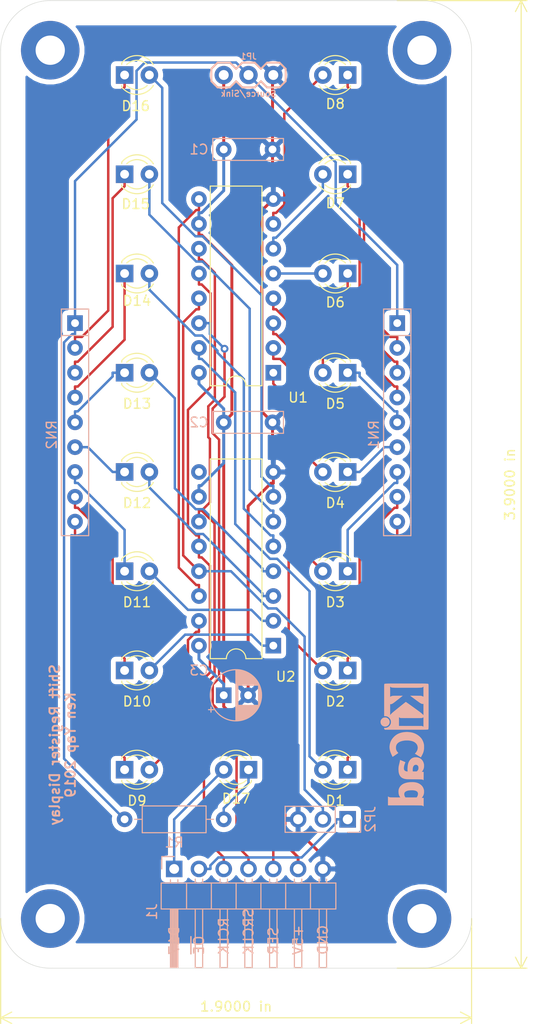
<source format=kicad_pcb>
(kicad_pcb (version 20171130) (host pcbnew 5.1.5-5.1.5)

  (general
    (thickness 1.6)
    (drawings 18)
    (tracks 308)
    (zones 0)
    (modules 33)
    (nets 45)
  )

  (page A4)
  (title_block
    (date 2019-11-16)
  )

  (layers
    (0 F.Cu signal)
    (31 B.Cu signal)
    (32 B.Adhes user)
    (33 F.Adhes user)
    (34 B.Paste user)
    (35 F.Paste user)
    (36 B.SilkS user)
    (37 F.SilkS user)
    (38 B.Mask user)
    (39 F.Mask user)
    (40 Dwgs.User user)
    (41 Cmts.User user)
    (42 Eco1.User user)
    (43 Eco2.User user)
    (44 Edge.Cuts user)
    (45 Margin user)
    (46 B.CrtYd user)
    (47 F.CrtYd user)
    (48 B.Fab user)
    (49 F.Fab user)
  )

  (setup
    (last_trace_width 0.25)
    (trace_clearance 0.2)
    (zone_clearance 0.508)
    (zone_45_only no)
    (trace_min 0.2)
    (via_size 0.8)
    (via_drill 0.4)
    (via_min_size 0.4)
    (via_min_drill 0.3)
    (uvia_size 0.3)
    (uvia_drill 0.1)
    (uvias_allowed no)
    (uvia_min_size 0.2)
    (uvia_min_drill 0.1)
    (edge_width 0.05)
    (segment_width 0.2)
    (pcb_text_width 0.3)
    (pcb_text_size 1.5 1.5)
    (mod_edge_width 0.12)
    (mod_text_size 1 1)
    (mod_text_width 0.15)
    (pad_size 1.524 1.524)
    (pad_drill 0.762)
    (pad_to_mask_clearance 0.051)
    (solder_mask_min_width 0.25)
    (aux_axis_origin 0 0)
    (visible_elements FFFFFF7F)
    (pcbplotparams
      (layerselection 0x010f0_ffffffff)
      (usegerberextensions true)
      (usegerberattributes true)
      (usegerberadvancedattributes false)
      (creategerberjobfile false)
      (excludeedgelayer true)
      (linewidth 0.100000)
      (plotframeref false)
      (viasonmask false)
      (mode 1)
      (useauxorigin false)
      (hpglpennumber 1)
      (hpglpenspeed 20)
      (hpglpendiameter 15.000000)
      (psnegative false)
      (psa4output false)
      (plotreference true)
      (plotvalue true)
      (plotinvisibletext false)
      (padsonsilk false)
      (subtractmaskfromsilk false)
      (outputformat 1)
      (mirror false)
      (drillshape 0)
      (scaleselection 1)
      (outputdirectory "gerber"))
  )

  (net 0 "")
  (net 1 "Net-(D1-Pad2)")
  (net 2 "Net-(D1-Pad1)")
  (net 3 "Net-(D2-Pad2)")
  (net 4 "Net-(D2-Pad1)")
  (net 5 "Net-(D3-Pad2)")
  (net 6 "Net-(D3-Pad1)")
  (net 7 "Net-(D4-Pad2)")
  (net 8 "Net-(D4-Pad1)")
  (net 9 "Net-(D5-Pad2)")
  (net 10 "Net-(D5-Pad1)")
  (net 11 "Net-(D6-Pad2)")
  (net 12 "Net-(D6-Pad1)")
  (net 13 "Net-(D7-Pad2)")
  (net 14 "Net-(D7-Pad1)")
  (net 15 "Net-(D8-Pad2)")
  (net 16 "Net-(D8-Pad1)")
  (net 17 "Net-(D9-Pad2)")
  (net 18 "Net-(D9-Pad1)")
  (net 19 "Net-(D10-Pad2)")
  (net 20 "Net-(D10-Pad1)")
  (net 21 "Net-(D11-Pad2)")
  (net 22 "Net-(D11-Pad1)")
  (net 23 "Net-(D12-Pad2)")
  (net 24 "Net-(D12-Pad1)")
  (net 25 "Net-(J1-Pad4)")
  (net 26 GND)
  (net 27 +5V)
  (net 28 "Net-(U1-Pad9)")
  (net 29 "Net-(U2-Pad9)")
  (net 30 "Net-(D13-Pad2)")
  (net 31 "Net-(D13-Pad1)")
  (net 32 "Net-(D14-Pad2)")
  (net 33 "Net-(D14-Pad1)")
  (net 34 "Net-(D15-Pad2)")
  (net 35 "Net-(D15-Pad1)")
  (net 36 "Net-(D16-Pad2)")
  (net 37 "Net-(D16-Pad1)")
  (net 38 "Net-(J1-Pad5)")
  (net 39 "Net-(D17-Pad2)")
  (net 40 "Net-(D17-Pad1)")
  (net 41 "Net-(JP1-Pad2)")
  (net 42 "Net-(J1-Pad3)")
  (net 43 "Net-(JP2-Pad2)")
  (net 44 "Net-(J1-Pad2)")

  (net_class Default "This is the default net class."
    (clearance 0.2)
    (trace_width 0.25)
    (via_dia 0.8)
    (via_drill 0.4)
    (uvia_dia 0.3)
    (uvia_drill 0.1)
    (add_net "Net-(D1-Pad1)")
    (add_net "Net-(D1-Pad2)")
    (add_net "Net-(D10-Pad1)")
    (add_net "Net-(D10-Pad2)")
    (add_net "Net-(D11-Pad1)")
    (add_net "Net-(D11-Pad2)")
    (add_net "Net-(D12-Pad1)")
    (add_net "Net-(D12-Pad2)")
    (add_net "Net-(D13-Pad1)")
    (add_net "Net-(D13-Pad2)")
    (add_net "Net-(D14-Pad1)")
    (add_net "Net-(D14-Pad2)")
    (add_net "Net-(D15-Pad1)")
    (add_net "Net-(D15-Pad2)")
    (add_net "Net-(D16-Pad1)")
    (add_net "Net-(D16-Pad2)")
    (add_net "Net-(D17-Pad1)")
    (add_net "Net-(D17-Pad2)")
    (add_net "Net-(D2-Pad1)")
    (add_net "Net-(D2-Pad2)")
    (add_net "Net-(D3-Pad1)")
    (add_net "Net-(D3-Pad2)")
    (add_net "Net-(D4-Pad1)")
    (add_net "Net-(D4-Pad2)")
    (add_net "Net-(D5-Pad1)")
    (add_net "Net-(D5-Pad2)")
    (add_net "Net-(D6-Pad1)")
    (add_net "Net-(D6-Pad2)")
    (add_net "Net-(D7-Pad1)")
    (add_net "Net-(D7-Pad2)")
    (add_net "Net-(D8-Pad1)")
    (add_net "Net-(D8-Pad2)")
    (add_net "Net-(D9-Pad1)")
    (add_net "Net-(D9-Pad2)")
    (add_net "Net-(J1-Pad2)")
    (add_net "Net-(J1-Pad3)")
    (add_net "Net-(J1-Pad4)")
    (add_net "Net-(J1-Pad5)")
    (add_net "Net-(JP1-Pad2)")
    (add_net "Net-(JP2-Pad2)")
    (add_net "Net-(U1-Pad9)")
    (add_net "Net-(U2-Pad9)")
  )

  (net_class POWER ""
    (clearance 0.2)
    (trace_width 0.3)
    (via_dia 0.8)
    (via_drill 0.4)
    (uvia_dia 0.3)
    (uvia_drill 0.1)
    (add_net +5V)
    (add_net GND)
  )

  (module Connectors:1X03 (layer B.Cu) (tedit 200000) (tstamp 5DB62E62)
    (at 175.26 38.1 180)
    (descr "PLATED THROUGH HOLE - 3 PIN")
    (tags "PLATED THROUGH HOLE - 3 PIN")
    (path /5DB62896)
    (attr virtual)
    (fp_text reference JP1 (at 2.54 1.905) (layer B.SilkS)
      (effects (font (size 0.6096 0.6096) (thickness 0.127)) (justify mirror))
    )
    (fp_text value Source/Sink (at 2.54 -1.905) (layer B.SilkS)
      (effects (font (size 0.6096 0.6096) (thickness 0.127)) (justify mirror))
    )
    (fp_line (start 6.35 0.635) (end 6.35 -0.635) (layer B.SilkS) (width 0.2032))
    (fp_line (start 0.635 -1.27) (end -0.635 -1.27) (layer B.SilkS) (width 0.2032))
    (fp_line (start -1.27 -0.635) (end -0.635 -1.27) (layer B.SilkS) (width 0.2032))
    (fp_line (start -0.635 1.27) (end -1.27 0.635) (layer B.SilkS) (width 0.2032))
    (fp_line (start -1.27 0.635) (end -1.27 -0.635) (layer B.SilkS) (width 0.2032))
    (fp_line (start 1.905 -1.27) (end 1.27 -0.635) (layer B.SilkS) (width 0.2032))
    (fp_line (start 3.175 -1.27) (end 1.905 -1.27) (layer B.SilkS) (width 0.2032))
    (fp_line (start 3.81 -0.635) (end 3.175 -1.27) (layer B.SilkS) (width 0.2032))
    (fp_line (start 3.175 1.27) (end 3.81 0.635) (layer B.SilkS) (width 0.2032))
    (fp_line (start 1.905 1.27) (end 3.175 1.27) (layer B.SilkS) (width 0.2032))
    (fp_line (start 1.27 0.635) (end 1.905 1.27) (layer B.SilkS) (width 0.2032))
    (fp_line (start 1.27 -0.635) (end 0.635 -1.27) (layer B.SilkS) (width 0.2032))
    (fp_line (start 0.635 1.27) (end 1.27 0.635) (layer B.SilkS) (width 0.2032))
    (fp_line (start -0.635 1.27) (end 0.635 1.27) (layer B.SilkS) (width 0.2032))
    (fp_line (start 4.445 -1.27) (end 3.81 -0.635) (layer B.SilkS) (width 0.2032))
    (fp_line (start 5.715 -1.27) (end 4.445 -1.27) (layer B.SilkS) (width 0.2032))
    (fp_line (start 6.35 -0.635) (end 5.715 -1.27) (layer B.SilkS) (width 0.2032))
    (fp_line (start 5.715 1.27) (end 6.35 0.635) (layer B.SilkS) (width 0.2032))
    (fp_line (start 4.445 1.27) (end 5.715 1.27) (layer B.SilkS) (width 0.2032))
    (fp_line (start 3.81 0.635) (end 4.445 1.27) (layer B.SilkS) (width 0.2032))
    (fp_line (start -0.254 -0.254) (end -0.254 0.254) (layer Dwgs.User) (width 0.06604))
    (fp_line (start -0.254 0.254) (end 0.254 0.254) (layer Dwgs.User) (width 0.06604))
    (fp_line (start 0.254 -0.254) (end 0.254 0.254) (layer Dwgs.User) (width 0.06604))
    (fp_line (start -0.254 -0.254) (end 0.254 -0.254) (layer Dwgs.User) (width 0.06604))
    (fp_line (start 2.286 -0.254) (end 2.286 0.254) (layer Dwgs.User) (width 0.06604))
    (fp_line (start 2.286 0.254) (end 2.794 0.254) (layer Dwgs.User) (width 0.06604))
    (fp_line (start 2.794 -0.254) (end 2.794 0.254) (layer Dwgs.User) (width 0.06604))
    (fp_line (start 2.286 -0.254) (end 2.794 -0.254) (layer Dwgs.User) (width 0.06604))
    (fp_line (start 4.826 -0.254) (end 4.826 0.254) (layer Dwgs.User) (width 0.06604))
    (fp_line (start 4.826 0.254) (end 5.334 0.254) (layer Dwgs.User) (width 0.06604))
    (fp_line (start 5.334 -0.254) (end 5.334 0.254) (layer Dwgs.User) (width 0.06604))
    (fp_line (start 4.826 -0.254) (end 5.334 -0.254) (layer Dwgs.User) (width 0.06604))
    (pad 3 thru_hole circle (at 5.08 0 180) (size 1.8796 1.8796) (drill 1.016) (layers *.Cu *.Mask)
      (net 27 +5V) (solder_mask_margin 0.1016))
    (pad 2 thru_hole circle (at 2.54 0 180) (size 1.8796 1.8796) (drill 1.016) (layers *.Cu *.Mask)
      (net 41 "Net-(JP1-Pad2)") (solder_mask_margin 0.1016))
    (pad 1 thru_hole circle (at 0 0 180) (size 1.8796 1.8796) (drill 1.016) (layers *.Cu *.Mask)
      (net 26 GND) (solder_mask_margin 0.1016))
  )

  (module Connector_PinHeader_2.54mm:PinHeader_1x07_P2.54mm_Horizontal (layer B.Cu) (tedit 59FED5CB) (tstamp 5D6A8A93)
    (at 165.1 119.38 270)
    (descr "Through hole angled pin header, 1x07, 2.54mm pitch, 6mm pin length, single row")
    (tags "Through hole angled pin header THT 1x07 2.54mm single row")
    (path /5D6B4160)
    (fp_text reference J1 (at 4.385 2.27 90) (layer B.SilkS)
      (effects (font (size 1 1) (thickness 0.15)) (justify mirror))
    )
    (fp_text value "Power & Data" (at 4.385 -17.51 90) (layer B.Fab)
      (effects (font (size 1 1) (thickness 0.15)) (justify mirror))
    )
    (fp_text user %R (at 2.77 -7.62 180) (layer B.Fab)
      (effects (font (size 1 1) (thickness 0.15)) (justify mirror))
    )
    (fp_line (start 10.55 1.8) (end -1.8 1.8) (layer B.CrtYd) (width 0.05))
    (fp_line (start 10.55 -17.05) (end 10.55 1.8) (layer B.CrtYd) (width 0.05))
    (fp_line (start -1.8 -17.05) (end 10.55 -17.05) (layer B.CrtYd) (width 0.05))
    (fp_line (start -1.8 1.8) (end -1.8 -17.05) (layer B.CrtYd) (width 0.05))
    (fp_line (start -1.27 1.27) (end 0 1.27) (layer B.SilkS) (width 0.12))
    (fp_line (start -1.27 0) (end -1.27 1.27) (layer B.SilkS) (width 0.12))
    (fp_line (start 1.042929 -15.62) (end 1.44 -15.62) (layer B.SilkS) (width 0.12))
    (fp_line (start 1.042929 -14.86) (end 1.44 -14.86) (layer B.SilkS) (width 0.12))
    (fp_line (start 10.1 -15.62) (end 4.1 -15.62) (layer B.SilkS) (width 0.12))
    (fp_line (start 10.1 -14.86) (end 10.1 -15.62) (layer B.SilkS) (width 0.12))
    (fp_line (start 4.1 -14.86) (end 10.1 -14.86) (layer B.SilkS) (width 0.12))
    (fp_line (start 1.44 -13.97) (end 4.1 -13.97) (layer B.SilkS) (width 0.12))
    (fp_line (start 1.042929 -13.08) (end 1.44 -13.08) (layer B.SilkS) (width 0.12))
    (fp_line (start 1.042929 -12.32) (end 1.44 -12.32) (layer B.SilkS) (width 0.12))
    (fp_line (start 10.1 -13.08) (end 4.1 -13.08) (layer B.SilkS) (width 0.12))
    (fp_line (start 10.1 -12.32) (end 10.1 -13.08) (layer B.SilkS) (width 0.12))
    (fp_line (start 4.1 -12.32) (end 10.1 -12.32) (layer B.SilkS) (width 0.12))
    (fp_line (start 1.44 -11.43) (end 4.1 -11.43) (layer B.SilkS) (width 0.12))
    (fp_line (start 1.042929 -10.54) (end 1.44 -10.54) (layer B.SilkS) (width 0.12))
    (fp_line (start 1.042929 -9.78) (end 1.44 -9.78) (layer B.SilkS) (width 0.12))
    (fp_line (start 10.1 -10.54) (end 4.1 -10.54) (layer B.SilkS) (width 0.12))
    (fp_line (start 10.1 -9.78) (end 10.1 -10.54) (layer B.SilkS) (width 0.12))
    (fp_line (start 4.1 -9.78) (end 10.1 -9.78) (layer B.SilkS) (width 0.12))
    (fp_line (start 1.44 -8.89) (end 4.1 -8.89) (layer B.SilkS) (width 0.12))
    (fp_line (start 1.042929 -8) (end 1.44 -8) (layer B.SilkS) (width 0.12))
    (fp_line (start 1.042929 -7.24) (end 1.44 -7.24) (layer B.SilkS) (width 0.12))
    (fp_line (start 10.1 -8) (end 4.1 -8) (layer B.SilkS) (width 0.12))
    (fp_line (start 10.1 -7.24) (end 10.1 -8) (layer B.SilkS) (width 0.12))
    (fp_line (start 4.1 -7.24) (end 10.1 -7.24) (layer B.SilkS) (width 0.12))
    (fp_line (start 1.44 -6.35) (end 4.1 -6.35) (layer B.SilkS) (width 0.12))
    (fp_line (start 1.042929 -5.46) (end 1.44 -5.46) (layer B.SilkS) (width 0.12))
    (fp_line (start 1.042929 -4.7) (end 1.44 -4.7) (layer B.SilkS) (width 0.12))
    (fp_line (start 10.1 -5.46) (end 4.1 -5.46) (layer B.SilkS) (width 0.12))
    (fp_line (start 10.1 -4.7) (end 10.1 -5.46) (layer B.SilkS) (width 0.12))
    (fp_line (start 4.1 -4.7) (end 10.1 -4.7) (layer B.SilkS) (width 0.12))
    (fp_line (start 1.44 -3.81) (end 4.1 -3.81) (layer B.SilkS) (width 0.12))
    (fp_line (start 1.042929 -2.92) (end 1.44 -2.92) (layer B.SilkS) (width 0.12))
    (fp_line (start 1.042929 -2.16) (end 1.44 -2.16) (layer B.SilkS) (width 0.12))
    (fp_line (start 10.1 -2.92) (end 4.1 -2.92) (layer B.SilkS) (width 0.12))
    (fp_line (start 10.1 -2.16) (end 10.1 -2.92) (layer B.SilkS) (width 0.12))
    (fp_line (start 4.1 -2.16) (end 10.1 -2.16) (layer B.SilkS) (width 0.12))
    (fp_line (start 1.44 -1.27) (end 4.1 -1.27) (layer B.SilkS) (width 0.12))
    (fp_line (start 1.11 -0.38) (end 1.44 -0.38) (layer B.SilkS) (width 0.12))
    (fp_line (start 1.11 0.38) (end 1.44 0.38) (layer B.SilkS) (width 0.12))
    (fp_line (start 4.1 -0.28) (end 10.1 -0.28) (layer B.SilkS) (width 0.12))
    (fp_line (start 4.1 -0.16) (end 10.1 -0.16) (layer B.SilkS) (width 0.12))
    (fp_line (start 4.1 -0.04) (end 10.1 -0.04) (layer B.SilkS) (width 0.12))
    (fp_line (start 4.1 0.08) (end 10.1 0.08) (layer B.SilkS) (width 0.12))
    (fp_line (start 4.1 0.2) (end 10.1 0.2) (layer B.SilkS) (width 0.12))
    (fp_line (start 4.1 0.32) (end 10.1 0.32) (layer B.SilkS) (width 0.12))
    (fp_line (start 10.1 -0.38) (end 4.1 -0.38) (layer B.SilkS) (width 0.12))
    (fp_line (start 10.1 0.38) (end 10.1 -0.38) (layer B.SilkS) (width 0.12))
    (fp_line (start 4.1 0.38) (end 10.1 0.38) (layer B.SilkS) (width 0.12))
    (fp_line (start 4.1 1.33) (end 1.44 1.33) (layer B.SilkS) (width 0.12))
    (fp_line (start 4.1 -16.57) (end 4.1 1.33) (layer B.SilkS) (width 0.12))
    (fp_line (start 1.44 -16.57) (end 4.1 -16.57) (layer B.SilkS) (width 0.12))
    (fp_line (start 1.44 1.33) (end 1.44 -16.57) (layer B.SilkS) (width 0.12))
    (fp_line (start 4.04 -15.56) (end 10.04 -15.56) (layer B.Fab) (width 0.1))
    (fp_line (start 10.04 -14.92) (end 10.04 -15.56) (layer B.Fab) (width 0.1))
    (fp_line (start 4.04 -14.92) (end 10.04 -14.92) (layer B.Fab) (width 0.1))
    (fp_line (start -0.32 -15.56) (end 1.5 -15.56) (layer B.Fab) (width 0.1))
    (fp_line (start -0.32 -14.92) (end -0.32 -15.56) (layer B.Fab) (width 0.1))
    (fp_line (start -0.32 -14.92) (end 1.5 -14.92) (layer B.Fab) (width 0.1))
    (fp_line (start 4.04 -13.02) (end 10.04 -13.02) (layer B.Fab) (width 0.1))
    (fp_line (start 10.04 -12.38) (end 10.04 -13.02) (layer B.Fab) (width 0.1))
    (fp_line (start 4.04 -12.38) (end 10.04 -12.38) (layer B.Fab) (width 0.1))
    (fp_line (start -0.32 -13.02) (end 1.5 -13.02) (layer B.Fab) (width 0.1))
    (fp_line (start -0.32 -12.38) (end -0.32 -13.02) (layer B.Fab) (width 0.1))
    (fp_line (start -0.32 -12.38) (end 1.5 -12.38) (layer B.Fab) (width 0.1))
    (fp_line (start 4.04 -10.48) (end 10.04 -10.48) (layer B.Fab) (width 0.1))
    (fp_line (start 10.04 -9.84) (end 10.04 -10.48) (layer B.Fab) (width 0.1))
    (fp_line (start 4.04 -9.84) (end 10.04 -9.84) (layer B.Fab) (width 0.1))
    (fp_line (start -0.32 -10.48) (end 1.5 -10.48) (layer B.Fab) (width 0.1))
    (fp_line (start -0.32 -9.84) (end -0.32 -10.48) (layer B.Fab) (width 0.1))
    (fp_line (start -0.32 -9.84) (end 1.5 -9.84) (layer B.Fab) (width 0.1))
    (fp_line (start 4.04 -7.94) (end 10.04 -7.94) (layer B.Fab) (width 0.1))
    (fp_line (start 10.04 -7.3) (end 10.04 -7.94) (layer B.Fab) (width 0.1))
    (fp_line (start 4.04 -7.3) (end 10.04 -7.3) (layer B.Fab) (width 0.1))
    (fp_line (start -0.32 -7.94) (end 1.5 -7.94) (layer B.Fab) (width 0.1))
    (fp_line (start -0.32 -7.3) (end -0.32 -7.94) (layer B.Fab) (width 0.1))
    (fp_line (start -0.32 -7.3) (end 1.5 -7.3) (layer B.Fab) (width 0.1))
    (fp_line (start 4.04 -5.4) (end 10.04 -5.4) (layer B.Fab) (width 0.1))
    (fp_line (start 10.04 -4.76) (end 10.04 -5.4) (layer B.Fab) (width 0.1))
    (fp_line (start 4.04 -4.76) (end 10.04 -4.76) (layer B.Fab) (width 0.1))
    (fp_line (start -0.32 -5.4) (end 1.5 -5.4) (layer B.Fab) (width 0.1))
    (fp_line (start -0.32 -4.76) (end -0.32 -5.4) (layer B.Fab) (width 0.1))
    (fp_line (start -0.32 -4.76) (end 1.5 -4.76) (layer B.Fab) (width 0.1))
    (fp_line (start 4.04 -2.86) (end 10.04 -2.86) (layer B.Fab) (width 0.1))
    (fp_line (start 10.04 -2.22) (end 10.04 -2.86) (layer B.Fab) (width 0.1))
    (fp_line (start 4.04 -2.22) (end 10.04 -2.22) (layer B.Fab) (width 0.1))
    (fp_line (start -0.32 -2.86) (end 1.5 -2.86) (layer B.Fab) (width 0.1))
    (fp_line (start -0.32 -2.22) (end -0.32 -2.86) (layer B.Fab) (width 0.1))
    (fp_line (start -0.32 -2.22) (end 1.5 -2.22) (layer B.Fab) (width 0.1))
    (fp_line (start 4.04 -0.32) (end 10.04 -0.32) (layer B.Fab) (width 0.1))
    (fp_line (start 10.04 0.32) (end 10.04 -0.32) (layer B.Fab) (width 0.1))
    (fp_line (start 4.04 0.32) (end 10.04 0.32) (layer B.Fab) (width 0.1))
    (fp_line (start -0.32 -0.32) (end 1.5 -0.32) (layer B.Fab) (width 0.1))
    (fp_line (start -0.32 0.32) (end -0.32 -0.32) (layer B.Fab) (width 0.1))
    (fp_line (start -0.32 0.32) (end 1.5 0.32) (layer B.Fab) (width 0.1))
    (fp_line (start 1.5 0.635) (end 2.135 1.27) (layer B.Fab) (width 0.1))
    (fp_line (start 1.5 -16.51) (end 1.5 0.635) (layer B.Fab) (width 0.1))
    (fp_line (start 4.04 -16.51) (end 1.5 -16.51) (layer B.Fab) (width 0.1))
    (fp_line (start 4.04 1.27) (end 4.04 -16.51) (layer B.Fab) (width 0.1))
    (fp_line (start 2.135 1.27) (end 4.04 1.27) (layer B.Fab) (width 0.1))
    (pad 7 thru_hole oval (at 0 -15.24 270) (size 1.7 1.7) (drill 1) (layers *.Cu *.Mask)
      (net 26 GND))
    (pad 6 thru_hole oval (at 0 -12.7 270) (size 1.7 1.7) (drill 1) (layers *.Cu *.Mask)
      (net 27 +5V))
    (pad 5 thru_hole oval (at 0 -10.16 270) (size 1.7 1.7) (drill 1) (layers *.Cu *.Mask)
      (net 38 "Net-(J1-Pad5)"))
    (pad 4 thru_hole oval (at 0 -7.62 270) (size 1.7 1.7) (drill 1) (layers *.Cu *.Mask)
      (net 25 "Net-(J1-Pad4)"))
    (pad 3 thru_hole oval (at 0 -5.08 270) (size 1.7 1.7) (drill 1) (layers *.Cu *.Mask)
      (net 42 "Net-(J1-Pad3)"))
    (pad 2 thru_hole oval (at 0 -2.54 270) (size 1.7 1.7) (drill 1) (layers *.Cu *.Mask)
      (net 44 "Net-(J1-Pad2)"))
    (pad 1 thru_hole rect (at 0 0 270) (size 1.7 1.7) (drill 1) (layers *.Cu *.Mask)
      (net 39 "Net-(D17-Pad2)"))
    (model ${KISYS3DMOD}/Connector_PinHeader_2.54mm.3dshapes/PinHeader_1x07_P2.54mm_Horizontal.wrl
      (at (xyz 0 0 0))
      (scale (xyz 1 1 1))
      (rotate (xyz 0 0 0))
    )
  )

  (module MountingHole:MountingHole_3mm_Pad (layer F.Cu) (tedit 56D1B4CB) (tstamp 5DCFE246)
    (at 190.5 124.46)
    (descr "Mounting Hole 3mm")
    (tags "mounting hole 3mm")
    (path /5DCFE02F)
    (attr virtual)
    (fp_text reference H4 (at 0 -4) (layer F.SilkS) hide
      (effects (font (size 1 1) (thickness 0.15)))
    )
    (fp_text value MountingHole (at 0 4) (layer F.Fab)
      (effects (font (size 1 1) (thickness 0.15)))
    )
    (fp_circle (center 0 0) (end 3.25 0) (layer F.CrtYd) (width 0.05))
    (fp_circle (center 0 0) (end 3 0) (layer Cmts.User) (width 0.15))
    (fp_text user %R (at 0.3 0) (layer F.Fab)
      (effects (font (size 1 1) (thickness 0.15)))
    )
    (pad 1 thru_hole circle (at 0 0) (size 6 6) (drill 3) (layers *.Cu *.Mask))
  )

  (module Connector_PinHeader_2.54mm:PinHeader_1x03_P2.54mm_Vertical (layer B.Cu) (tedit 59FED5CC) (tstamp 5DC6D188)
    (at 182.88 114.3 90)
    (descr "Through hole straight pin header, 1x03, 2.54mm pitch, single row")
    (tags "Through hole pin header THT 1x03 2.54mm single row")
    (path /5DC70F55)
    (fp_text reference JP2 (at 0 2.33 270) (layer B.SilkS)
      (effects (font (size 1 1) (thickness 0.15)) (justify mirror))
    )
    (fp_text value PWM (at 0 -7.41 270) (layer B.Fab)
      (effects (font (size 1 1) (thickness 0.15)) (justify mirror))
    )
    (fp_text user %R (at 0 -2.54) (layer B.Fab)
      (effects (font (size 1 1) (thickness 0.15)) (justify mirror))
    )
    (fp_line (start 1.8 1.8) (end -1.8 1.8) (layer B.CrtYd) (width 0.05))
    (fp_line (start 1.8 -6.85) (end 1.8 1.8) (layer B.CrtYd) (width 0.05))
    (fp_line (start -1.8 -6.85) (end 1.8 -6.85) (layer B.CrtYd) (width 0.05))
    (fp_line (start -1.8 1.8) (end -1.8 -6.85) (layer B.CrtYd) (width 0.05))
    (fp_line (start -1.33 1.33) (end 0 1.33) (layer B.SilkS) (width 0.12))
    (fp_line (start -1.33 0) (end -1.33 1.33) (layer B.SilkS) (width 0.12))
    (fp_line (start -1.33 -1.27) (end 1.33 -1.27) (layer B.SilkS) (width 0.12))
    (fp_line (start 1.33 -1.27) (end 1.33 -6.41) (layer B.SilkS) (width 0.12))
    (fp_line (start -1.33 -1.27) (end -1.33 -6.41) (layer B.SilkS) (width 0.12))
    (fp_line (start -1.33 -6.41) (end 1.33 -6.41) (layer B.SilkS) (width 0.12))
    (fp_line (start -1.27 0.635) (end -0.635 1.27) (layer B.Fab) (width 0.1))
    (fp_line (start -1.27 -6.35) (end -1.27 0.635) (layer B.Fab) (width 0.1))
    (fp_line (start 1.27 -6.35) (end -1.27 -6.35) (layer B.Fab) (width 0.1))
    (fp_line (start 1.27 1.27) (end 1.27 -6.35) (layer B.Fab) (width 0.1))
    (fp_line (start -0.635 1.27) (end 1.27 1.27) (layer B.Fab) (width 0.1))
    (pad 3 thru_hole oval (at 0 -5.08 90) (size 1.7 1.7) (drill 1) (layers *.Cu *.Mask)
      (net 26 GND))
    (pad 2 thru_hole oval (at 0 -2.54 90) (size 1.7 1.7) (drill 1) (layers *.Cu *.Mask)
      (net 43 "Net-(JP2-Pad2)"))
    (pad 1 thru_hole rect (at 0 0 90) (size 1.7 1.7) (drill 1) (layers *.Cu *.Mask)
      (net 44 "Net-(J1-Pad2)"))
    (model ${KISYS3DMOD}/Connector_PinHeader_2.54mm.3dshapes/PinHeader_1x03_P2.54mm_Vertical.wrl
      (at (xyz 0 0 0))
      (scale (xyz 1 1 1))
      (rotate (xyz 0 0 0))
    )
  )

  (module MountingHole:MountingHole_3mm_Pad (layer F.Cu) (tedit 56D1B4CB) (tstamp 5DB90215)
    (at 152.4 124.46)
    (descr "Mounting Hole 3mm")
    (tags "mounting hole 3mm")
    (path /5DB90496)
    (attr virtual)
    (fp_text reference H3 (at 0 -4) (layer F.SilkS) hide
      (effects (font (size 1 1) (thickness 0.15)))
    )
    (fp_text value MountingHole (at 0 4) (layer F.Fab)
      (effects (font (size 1 1) (thickness 0.15)))
    )
    (fp_circle (center 0 0) (end 3.25 0) (layer F.CrtYd) (width 0.05))
    (fp_circle (center 0 0) (end 3 0) (layer Cmts.User) (width 0.15))
    (fp_text user %R (at 0.3 0) (layer F.Fab)
      (effects (font (size 1 1) (thickness 0.15)))
    )
    (pad 1 thru_hole circle (at 0 0) (size 6 6) (drill 3) (layers *.Cu *.Mask))
  )

  (module Capacitor_THT:CP_Radial_D5.0mm_P2.50mm (layer B.Cu) (tedit 5AE50EF0) (tstamp 5DB61831)
    (at 170.18 101.6)
    (descr "CP, Radial series, Radial, pin pitch=2.50mm, , diameter=5mm, Electrolytic Capacitor")
    (tags "CP Radial series Radial pin pitch 2.50mm  diameter 5mm Electrolytic Capacitor")
    (path /5D6D4CAB)
    (fp_text reference C3 (at -2.54 -2.54) (layer B.SilkS)
      (effects (font (size 1 1) (thickness 0.15)) (justify mirror))
    )
    (fp_text value 47u (at 1.25 -3.75) (layer B.Fab)
      (effects (font (size 1 1) (thickness 0.15)) (justify mirror))
    )
    (fp_text user %R (at 1.25 0) (layer B.Fab)
      (effects (font (size 1 1) (thickness 0.15)) (justify mirror))
    )
    (fp_line (start -1.304775 1.725) (end -1.304775 1.225) (layer B.SilkS) (width 0.12))
    (fp_line (start -1.554775 1.475) (end -1.054775 1.475) (layer B.SilkS) (width 0.12))
    (fp_line (start 3.851 0.284) (end 3.851 -0.284) (layer B.SilkS) (width 0.12))
    (fp_line (start 3.811 0.518) (end 3.811 -0.518) (layer B.SilkS) (width 0.12))
    (fp_line (start 3.771 0.677) (end 3.771 -0.677) (layer B.SilkS) (width 0.12))
    (fp_line (start 3.731 0.805) (end 3.731 -0.805) (layer B.SilkS) (width 0.12))
    (fp_line (start 3.691 0.915) (end 3.691 -0.915) (layer B.SilkS) (width 0.12))
    (fp_line (start 3.651 1.011) (end 3.651 -1.011) (layer B.SilkS) (width 0.12))
    (fp_line (start 3.611 1.098) (end 3.611 -1.098) (layer B.SilkS) (width 0.12))
    (fp_line (start 3.571 1.178) (end 3.571 -1.178) (layer B.SilkS) (width 0.12))
    (fp_line (start 3.531 -1.04) (end 3.531 -1.251) (layer B.SilkS) (width 0.12))
    (fp_line (start 3.531 1.251) (end 3.531 1.04) (layer B.SilkS) (width 0.12))
    (fp_line (start 3.491 -1.04) (end 3.491 -1.319) (layer B.SilkS) (width 0.12))
    (fp_line (start 3.491 1.319) (end 3.491 1.04) (layer B.SilkS) (width 0.12))
    (fp_line (start 3.451 -1.04) (end 3.451 -1.383) (layer B.SilkS) (width 0.12))
    (fp_line (start 3.451 1.383) (end 3.451 1.04) (layer B.SilkS) (width 0.12))
    (fp_line (start 3.411 -1.04) (end 3.411 -1.443) (layer B.SilkS) (width 0.12))
    (fp_line (start 3.411 1.443) (end 3.411 1.04) (layer B.SilkS) (width 0.12))
    (fp_line (start 3.371 -1.04) (end 3.371 -1.5) (layer B.SilkS) (width 0.12))
    (fp_line (start 3.371 1.5) (end 3.371 1.04) (layer B.SilkS) (width 0.12))
    (fp_line (start 3.331 -1.04) (end 3.331 -1.554) (layer B.SilkS) (width 0.12))
    (fp_line (start 3.331 1.554) (end 3.331 1.04) (layer B.SilkS) (width 0.12))
    (fp_line (start 3.291 -1.04) (end 3.291 -1.605) (layer B.SilkS) (width 0.12))
    (fp_line (start 3.291 1.605) (end 3.291 1.04) (layer B.SilkS) (width 0.12))
    (fp_line (start 3.251 -1.04) (end 3.251 -1.653) (layer B.SilkS) (width 0.12))
    (fp_line (start 3.251 1.653) (end 3.251 1.04) (layer B.SilkS) (width 0.12))
    (fp_line (start 3.211 -1.04) (end 3.211 -1.699) (layer B.SilkS) (width 0.12))
    (fp_line (start 3.211 1.699) (end 3.211 1.04) (layer B.SilkS) (width 0.12))
    (fp_line (start 3.171 -1.04) (end 3.171 -1.743) (layer B.SilkS) (width 0.12))
    (fp_line (start 3.171 1.743) (end 3.171 1.04) (layer B.SilkS) (width 0.12))
    (fp_line (start 3.131 -1.04) (end 3.131 -1.785) (layer B.SilkS) (width 0.12))
    (fp_line (start 3.131 1.785) (end 3.131 1.04) (layer B.SilkS) (width 0.12))
    (fp_line (start 3.091 -1.04) (end 3.091 -1.826) (layer B.SilkS) (width 0.12))
    (fp_line (start 3.091 1.826) (end 3.091 1.04) (layer B.SilkS) (width 0.12))
    (fp_line (start 3.051 -1.04) (end 3.051 -1.864) (layer B.SilkS) (width 0.12))
    (fp_line (start 3.051 1.864) (end 3.051 1.04) (layer B.SilkS) (width 0.12))
    (fp_line (start 3.011 -1.04) (end 3.011 -1.901) (layer B.SilkS) (width 0.12))
    (fp_line (start 3.011 1.901) (end 3.011 1.04) (layer B.SilkS) (width 0.12))
    (fp_line (start 2.971 -1.04) (end 2.971 -1.937) (layer B.SilkS) (width 0.12))
    (fp_line (start 2.971 1.937) (end 2.971 1.04) (layer B.SilkS) (width 0.12))
    (fp_line (start 2.931 -1.04) (end 2.931 -1.971) (layer B.SilkS) (width 0.12))
    (fp_line (start 2.931 1.971) (end 2.931 1.04) (layer B.SilkS) (width 0.12))
    (fp_line (start 2.891 -1.04) (end 2.891 -2.004) (layer B.SilkS) (width 0.12))
    (fp_line (start 2.891 2.004) (end 2.891 1.04) (layer B.SilkS) (width 0.12))
    (fp_line (start 2.851 -1.04) (end 2.851 -2.035) (layer B.SilkS) (width 0.12))
    (fp_line (start 2.851 2.035) (end 2.851 1.04) (layer B.SilkS) (width 0.12))
    (fp_line (start 2.811 -1.04) (end 2.811 -2.065) (layer B.SilkS) (width 0.12))
    (fp_line (start 2.811 2.065) (end 2.811 1.04) (layer B.SilkS) (width 0.12))
    (fp_line (start 2.771 -1.04) (end 2.771 -2.095) (layer B.SilkS) (width 0.12))
    (fp_line (start 2.771 2.095) (end 2.771 1.04) (layer B.SilkS) (width 0.12))
    (fp_line (start 2.731 -1.04) (end 2.731 -2.122) (layer B.SilkS) (width 0.12))
    (fp_line (start 2.731 2.122) (end 2.731 1.04) (layer B.SilkS) (width 0.12))
    (fp_line (start 2.691 -1.04) (end 2.691 -2.149) (layer B.SilkS) (width 0.12))
    (fp_line (start 2.691 2.149) (end 2.691 1.04) (layer B.SilkS) (width 0.12))
    (fp_line (start 2.651 -1.04) (end 2.651 -2.175) (layer B.SilkS) (width 0.12))
    (fp_line (start 2.651 2.175) (end 2.651 1.04) (layer B.SilkS) (width 0.12))
    (fp_line (start 2.611 -1.04) (end 2.611 -2.2) (layer B.SilkS) (width 0.12))
    (fp_line (start 2.611 2.2) (end 2.611 1.04) (layer B.SilkS) (width 0.12))
    (fp_line (start 2.571 -1.04) (end 2.571 -2.224) (layer B.SilkS) (width 0.12))
    (fp_line (start 2.571 2.224) (end 2.571 1.04) (layer B.SilkS) (width 0.12))
    (fp_line (start 2.531 -1.04) (end 2.531 -2.247) (layer B.SilkS) (width 0.12))
    (fp_line (start 2.531 2.247) (end 2.531 1.04) (layer B.SilkS) (width 0.12))
    (fp_line (start 2.491 -1.04) (end 2.491 -2.268) (layer B.SilkS) (width 0.12))
    (fp_line (start 2.491 2.268) (end 2.491 1.04) (layer B.SilkS) (width 0.12))
    (fp_line (start 2.451 -1.04) (end 2.451 -2.29) (layer B.SilkS) (width 0.12))
    (fp_line (start 2.451 2.29) (end 2.451 1.04) (layer B.SilkS) (width 0.12))
    (fp_line (start 2.411 -1.04) (end 2.411 -2.31) (layer B.SilkS) (width 0.12))
    (fp_line (start 2.411 2.31) (end 2.411 1.04) (layer B.SilkS) (width 0.12))
    (fp_line (start 2.371 -1.04) (end 2.371 -2.329) (layer B.SilkS) (width 0.12))
    (fp_line (start 2.371 2.329) (end 2.371 1.04) (layer B.SilkS) (width 0.12))
    (fp_line (start 2.331 -1.04) (end 2.331 -2.348) (layer B.SilkS) (width 0.12))
    (fp_line (start 2.331 2.348) (end 2.331 1.04) (layer B.SilkS) (width 0.12))
    (fp_line (start 2.291 -1.04) (end 2.291 -2.365) (layer B.SilkS) (width 0.12))
    (fp_line (start 2.291 2.365) (end 2.291 1.04) (layer B.SilkS) (width 0.12))
    (fp_line (start 2.251 -1.04) (end 2.251 -2.382) (layer B.SilkS) (width 0.12))
    (fp_line (start 2.251 2.382) (end 2.251 1.04) (layer B.SilkS) (width 0.12))
    (fp_line (start 2.211 -1.04) (end 2.211 -2.398) (layer B.SilkS) (width 0.12))
    (fp_line (start 2.211 2.398) (end 2.211 1.04) (layer B.SilkS) (width 0.12))
    (fp_line (start 2.171 -1.04) (end 2.171 -2.414) (layer B.SilkS) (width 0.12))
    (fp_line (start 2.171 2.414) (end 2.171 1.04) (layer B.SilkS) (width 0.12))
    (fp_line (start 2.131 -1.04) (end 2.131 -2.428) (layer B.SilkS) (width 0.12))
    (fp_line (start 2.131 2.428) (end 2.131 1.04) (layer B.SilkS) (width 0.12))
    (fp_line (start 2.091 -1.04) (end 2.091 -2.442) (layer B.SilkS) (width 0.12))
    (fp_line (start 2.091 2.442) (end 2.091 1.04) (layer B.SilkS) (width 0.12))
    (fp_line (start 2.051 -1.04) (end 2.051 -2.455) (layer B.SilkS) (width 0.12))
    (fp_line (start 2.051 2.455) (end 2.051 1.04) (layer B.SilkS) (width 0.12))
    (fp_line (start 2.011 -1.04) (end 2.011 -2.468) (layer B.SilkS) (width 0.12))
    (fp_line (start 2.011 2.468) (end 2.011 1.04) (layer B.SilkS) (width 0.12))
    (fp_line (start 1.971 -1.04) (end 1.971 -2.48) (layer B.SilkS) (width 0.12))
    (fp_line (start 1.971 2.48) (end 1.971 1.04) (layer B.SilkS) (width 0.12))
    (fp_line (start 1.93 -1.04) (end 1.93 -2.491) (layer B.SilkS) (width 0.12))
    (fp_line (start 1.93 2.491) (end 1.93 1.04) (layer B.SilkS) (width 0.12))
    (fp_line (start 1.89 -1.04) (end 1.89 -2.501) (layer B.SilkS) (width 0.12))
    (fp_line (start 1.89 2.501) (end 1.89 1.04) (layer B.SilkS) (width 0.12))
    (fp_line (start 1.85 -1.04) (end 1.85 -2.511) (layer B.SilkS) (width 0.12))
    (fp_line (start 1.85 2.511) (end 1.85 1.04) (layer B.SilkS) (width 0.12))
    (fp_line (start 1.81 -1.04) (end 1.81 -2.52) (layer B.SilkS) (width 0.12))
    (fp_line (start 1.81 2.52) (end 1.81 1.04) (layer B.SilkS) (width 0.12))
    (fp_line (start 1.77 -1.04) (end 1.77 -2.528) (layer B.SilkS) (width 0.12))
    (fp_line (start 1.77 2.528) (end 1.77 1.04) (layer B.SilkS) (width 0.12))
    (fp_line (start 1.73 -1.04) (end 1.73 -2.536) (layer B.SilkS) (width 0.12))
    (fp_line (start 1.73 2.536) (end 1.73 1.04) (layer B.SilkS) (width 0.12))
    (fp_line (start 1.69 -1.04) (end 1.69 -2.543) (layer B.SilkS) (width 0.12))
    (fp_line (start 1.69 2.543) (end 1.69 1.04) (layer B.SilkS) (width 0.12))
    (fp_line (start 1.65 -1.04) (end 1.65 -2.55) (layer B.SilkS) (width 0.12))
    (fp_line (start 1.65 2.55) (end 1.65 1.04) (layer B.SilkS) (width 0.12))
    (fp_line (start 1.61 -1.04) (end 1.61 -2.556) (layer B.SilkS) (width 0.12))
    (fp_line (start 1.61 2.556) (end 1.61 1.04) (layer B.SilkS) (width 0.12))
    (fp_line (start 1.57 -1.04) (end 1.57 -2.561) (layer B.SilkS) (width 0.12))
    (fp_line (start 1.57 2.561) (end 1.57 1.04) (layer B.SilkS) (width 0.12))
    (fp_line (start 1.53 -1.04) (end 1.53 -2.565) (layer B.SilkS) (width 0.12))
    (fp_line (start 1.53 2.565) (end 1.53 1.04) (layer B.SilkS) (width 0.12))
    (fp_line (start 1.49 -1.04) (end 1.49 -2.569) (layer B.SilkS) (width 0.12))
    (fp_line (start 1.49 2.569) (end 1.49 1.04) (layer B.SilkS) (width 0.12))
    (fp_line (start 1.45 2.573) (end 1.45 -2.573) (layer B.SilkS) (width 0.12))
    (fp_line (start 1.41 2.576) (end 1.41 -2.576) (layer B.SilkS) (width 0.12))
    (fp_line (start 1.37 2.578) (end 1.37 -2.578) (layer B.SilkS) (width 0.12))
    (fp_line (start 1.33 2.579) (end 1.33 -2.579) (layer B.SilkS) (width 0.12))
    (fp_line (start 1.29 2.58) (end 1.29 -2.58) (layer B.SilkS) (width 0.12))
    (fp_line (start 1.25 2.58) (end 1.25 -2.58) (layer B.SilkS) (width 0.12))
    (fp_line (start -0.633605 1.3375) (end -0.633605 0.8375) (layer B.Fab) (width 0.1))
    (fp_line (start -0.883605 1.0875) (end -0.383605 1.0875) (layer B.Fab) (width 0.1))
    (fp_circle (center 1.25 0) (end 4 0) (layer B.CrtYd) (width 0.05))
    (fp_circle (center 1.25 0) (end 3.87 0) (layer B.SilkS) (width 0.12))
    (fp_circle (center 1.25 0) (end 3.75 0) (layer B.Fab) (width 0.1))
    (pad 2 thru_hole circle (at 2.5 0) (size 1.6 1.6) (drill 0.8) (layers *.Cu *.Mask)
      (net 26 GND))
    (pad 1 thru_hole rect (at 0 0) (size 1.6 1.6) (drill 0.8) (layers *.Cu *.Mask)
      (net 27 +5V))
    (model ${KISYS3DMOD}/Capacitor_THT.3dshapes/CP_Radial_D5.0mm_P2.50mm.wrl
      (at (xyz 0 0 0))
      (scale (xyz 1 1 1))
      (rotate (xyz 0 0 0))
    )
  )

  (module Symbol:KiCad-Logo_5mm_SilkScreen (layer B.Cu) (tedit 0) (tstamp 5DB84923)
    (at 189.23 106.68 270)
    (descr "KiCad Logo")
    (tags "Logo KiCad")
    (attr virtual)
    (fp_text reference REF** (at 0 5.08 270) (layer B.SilkS) hide
      (effects (font (size 1 1) (thickness 0.15)) (justify mirror))
    )
    (fp_text value KiCad-Logo_5mm_SilkScreen (at 0 -3.81 270) (layer B.Fab) hide
      (effects (font (size 1 1) (thickness 0.15)) (justify mirror))
    )
    (fp_poly (pts (xy -2.273043 2.973429) (xy -2.176768 2.949191) (xy -2.090184 2.906359) (xy -2.015373 2.846581)
      (xy -1.954418 2.771506) (xy -1.909399 2.68278) (xy -1.883136 2.58647) (xy -1.877286 2.489205)
      (xy -1.89214 2.395346) (xy -1.92584 2.307489) (xy -1.976528 2.22823) (xy -2.042345 2.160164)
      (xy -2.121434 2.105888) (xy -2.211934 2.067998) (xy -2.2632 2.055574) (xy -2.307698 2.048053)
      (xy -2.341999 2.045081) (xy -2.37496 2.046906) (xy -2.415434 2.053775) (xy -2.448531 2.06075)
      (xy -2.541947 2.092259) (xy -2.625619 2.143383) (xy -2.697665 2.212571) (xy -2.7562 2.298272)
      (xy -2.770148 2.325511) (xy -2.786586 2.361878) (xy -2.796894 2.392418) (xy -2.80246 2.42455)
      (xy -2.804669 2.465693) (xy -2.804948 2.511778) (xy -2.800861 2.596135) (xy -2.787446 2.665414)
      (xy -2.762256 2.726039) (xy -2.722846 2.784433) (xy -2.684298 2.828698) (xy -2.612406 2.894516)
      (xy -2.537313 2.939947) (xy -2.454562 2.96715) (xy -2.376928 2.977424) (xy -2.273043 2.973429)) (layer B.SilkS) (width 0.01))
    (fp_poly (pts (xy 6.186507 0.527755) (xy 6.186526 0.293338) (xy 6.186552 0.080397) (xy 6.186625 -0.112168)
      (xy 6.186782 -0.285459) (xy 6.187064 -0.440576) (xy 6.187509 -0.57862) (xy 6.188156 -0.700692)
      (xy 6.189045 -0.807894) (xy 6.190213 -0.901326) (xy 6.191701 -0.98209) (xy 6.193546 -1.051286)
      (xy 6.195789 -1.110015) (xy 6.198469 -1.159379) (xy 6.201623 -1.200478) (xy 6.205292 -1.234413)
      (xy 6.209513 -1.262286) (xy 6.214327 -1.285198) (xy 6.219773 -1.304249) (xy 6.225888 -1.32054)
      (xy 6.232712 -1.335173) (xy 6.240285 -1.349249) (xy 6.248645 -1.363868) (xy 6.253839 -1.372974)
      (xy 6.288104 -1.433689) (xy 5.429955 -1.433689) (xy 5.429955 -1.337733) (xy 5.429224 -1.29437)
      (xy 5.427272 -1.261205) (xy 5.424463 -1.243424) (xy 5.423221 -1.241778) (xy 5.411799 -1.248662)
      (xy 5.389084 -1.266505) (xy 5.366385 -1.285879) (xy 5.3118 -1.326614) (xy 5.242321 -1.367617)
      (xy 5.16527 -1.405123) (xy 5.087965 -1.435364) (xy 5.057113 -1.445012) (xy 4.988616 -1.459578)
      (xy 4.905764 -1.469539) (xy 4.816371 -1.474583) (xy 4.728248 -1.474396) (xy 4.649207 -1.468666)
      (xy 4.611511 -1.462858) (xy 4.473414 -1.424797) (xy 4.346113 -1.367073) (xy 4.230292 -1.290211)
      (xy 4.126637 -1.194739) (xy 4.035833 -1.081179) (xy 3.969031 -0.970381) (xy 3.914164 -0.853625)
      (xy 3.872163 -0.734276) (xy 3.842167 -0.608283) (xy 3.823311 -0.471594) (xy 3.814732 -0.320158)
      (xy 3.814006 -0.242711) (xy 3.8161 -0.185934) (xy 4.645217 -0.185934) (xy 4.645424 -0.279002)
      (xy 4.648337 -0.366692) (xy 4.654 -0.443772) (xy 4.662455 -0.505009) (xy 4.665038 -0.51735)
      (xy 4.69684 -0.624633) (xy 4.738498 -0.711658) (xy 4.790363 -0.778642) (xy 4.852781 -0.825805)
      (xy 4.9261 -0.853365) (xy 5.010669 -0.861541) (xy 5.106835 -0.850551) (xy 5.170311 -0.834829)
      (xy 5.219454 -0.816639) (xy 5.273583 -0.790791) (xy 5.314244 -0.767089) (xy 5.3848 -0.720721)
      (xy 5.3848 0.42947) (xy 5.317392 0.473038) (xy 5.238867 0.51396) (xy 5.154681 0.540611)
      (xy 5.069557 0.552535) (xy 4.988216 0.549278) (xy 4.91538 0.530385) (xy 4.883426 0.514816)
      (xy 4.825501 0.471819) (xy 4.776544 0.415047) (xy 4.73539 0.342425) (xy 4.700874 0.251879)
      (xy 4.671833 0.141334) (xy 4.670552 0.135467) (xy 4.660381 0.073212) (xy 4.652739 -0.004594)
      (xy 4.64767 -0.09272) (xy 4.645217 -0.185934) (xy 3.8161 -0.185934) (xy 3.821857 -0.029895)
      (xy 3.843802 0.165941) (xy 3.879786 0.344668) (xy 3.929759 0.506155) (xy 3.993668 0.650274)
      (xy 4.071462 0.776894) (xy 4.163089 0.885885) (xy 4.268497 0.977117) (xy 4.313662 1.008068)
      (xy 4.414611 1.064215) (xy 4.517901 1.103826) (xy 4.627989 1.127986) (xy 4.74933 1.137781)
      (xy 4.841836 1.136735) (xy 4.97149 1.125769) (xy 5.084084 1.103954) (xy 5.182875 1.070286)
      (xy 5.271121 1.023764) (xy 5.319986 0.989552) (xy 5.349353 0.967638) (xy 5.371043 0.952667)
      (xy 5.379253 0.948267) (xy 5.380868 0.959096) (xy 5.382159 0.989749) (xy 5.383138 1.037474)
      (xy 5.383817 1.099521) (xy 5.38421 1.173138) (xy 5.38433 1.255573) (xy 5.384188 1.344075)
      (xy 5.383797 1.435893) (xy 5.383171 1.528276) (xy 5.38232 1.618472) (xy 5.38126 1.703729)
      (xy 5.380001 1.781297) (xy 5.378556 1.848424) (xy 5.376938 1.902359) (xy 5.375161 1.94035)
      (xy 5.374669 1.947333) (xy 5.367092 2.017749) (xy 5.355531 2.072898) (xy 5.337792 2.120019)
      (xy 5.311682 2.166353) (xy 5.305415 2.175933) (xy 5.280983 2.212622) (xy 6.186311 2.212622)
      (xy 6.186507 0.527755)) (layer B.SilkS) (width 0.01))
    (fp_poly (pts (xy 2.673574 1.133448) (xy 2.825492 1.113433) (xy 2.960756 1.079798) (xy 3.080239 1.032275)
      (xy 3.184815 0.970595) (xy 3.262424 0.907035) (xy 3.331265 0.832901) (xy 3.385006 0.753129)
      (xy 3.42791 0.660909) (xy 3.443384 0.617839) (xy 3.456244 0.578858) (xy 3.467446 0.542711)
      (xy 3.47712 0.507566) (xy 3.485396 0.47159) (xy 3.492403 0.43295) (xy 3.498272 0.389815)
      (xy 3.503131 0.340351) (xy 3.50711 0.282727) (xy 3.51034 0.215109) (xy 3.512949 0.135666)
      (xy 3.515067 0.042564) (xy 3.516824 -0.066027) (xy 3.518349 -0.191942) (xy 3.519772 -0.337012)
      (xy 3.521025 -0.479778) (xy 3.522351 -0.635968) (xy 3.523556 -0.771239) (xy 3.524766 -0.887246)
      (xy 3.526106 -0.985645) (xy 3.5277 -1.068093) (xy 3.529675 -1.136246) (xy 3.532156 -1.19176)
      (xy 3.535269 -1.236292) (xy 3.539138 -1.271498) (xy 3.543889 -1.299034) (xy 3.549648 -1.320556)
      (xy 3.556539 -1.337722) (xy 3.564689 -1.352186) (xy 3.574223 -1.365606) (xy 3.585266 -1.379638)
      (xy 3.589566 -1.385071) (xy 3.605386 -1.40791) (xy 3.612422 -1.423463) (xy 3.612444 -1.423922)
      (xy 3.601567 -1.426121) (xy 3.570582 -1.428147) (xy 3.521957 -1.429942) (xy 3.458163 -1.431451)
      (xy 3.381669 -1.432616) (xy 3.294944 -1.43338) (xy 3.200457 -1.433686) (xy 3.18955 -1.433689)
      (xy 2.766657 -1.433689) (xy 2.763395 -1.337622) (xy 2.760133 -1.241556) (xy 2.698044 -1.292543)
      (xy 2.600714 -1.360057) (xy 2.490813 -1.414749) (xy 2.404349 -1.444978) (xy 2.335278 -1.459666)
      (xy 2.251925 -1.469659) (xy 2.162159 -1.474646) (xy 2.073845 -1.474313) (xy 1.994851 -1.468351)
      (xy 1.958622 -1.462638) (xy 1.818603 -1.424776) (xy 1.692178 -1.369932) (xy 1.58026 -1.298924)
      (xy 1.483762 -1.212568) (xy 1.4036 -1.111679) (xy 1.340687 -0.997076) (xy 1.296312 -0.870984)
      (xy 1.283978 -0.814401) (xy 1.276368 -0.752202) (xy 1.272739 -0.677363) (xy 1.272245 -0.643467)
      (xy 1.27231 -0.640282) (xy 2.032248 -0.640282) (xy 2.041541 -0.715333) (xy 2.069728 -0.77916)
      (xy 2.118197 -0.834798) (xy 2.123254 -0.839211) (xy 2.171548 -0.874037) (xy 2.223257 -0.89662)
      (xy 2.283989 -0.90854) (xy 2.359352 -0.911383) (xy 2.377459 -0.910978) (xy 2.431278 -0.908325)
      (xy 2.471308 -0.902909) (xy 2.506324 -0.892745) (xy 2.545103 -0.87585) (xy 2.555745 -0.870672)
      (xy 2.616396 -0.834844) (xy 2.663215 -0.792212) (xy 2.675952 -0.776973) (xy 2.720622 -0.720462)
      (xy 2.720622 -0.524586) (xy 2.720086 -0.445939) (xy 2.718396 -0.387988) (xy 2.715428 -0.348875)
      (xy 2.711057 -0.326741) (xy 2.706972 -0.320274) (xy 2.691047 -0.317111) (xy 2.657264 -0.314488)
      (xy 2.61034 -0.312655) (xy 2.554993 -0.311857) (xy 2.546106 -0.311842) (xy 2.42533 -0.317096)
      (xy 2.32266 -0.333263) (xy 2.236106 -0.360961) (xy 2.163681 -0.400808) (xy 2.108751 -0.447758)
      (xy 2.064204 -0.505645) (xy 2.03948 -0.568693) (xy 2.032248 -0.640282) (xy 1.27231 -0.640282)
      (xy 1.274178 -0.549712) (xy 1.282522 -0.470812) (xy 1.298768 -0.39959) (xy 1.324405 -0.328864)
      (xy 1.348401 -0.276493) (xy 1.40702 -0.181196) (xy 1.485117 -0.09317) (xy 1.580315 -0.014017)
      (xy 1.690238 0.05466) (xy 1.81251 0.111259) (xy 1.944755 0.154179) (xy 2.009422 0.169118)
      (xy 2.145604 0.191223) (xy 2.294049 0.205806) (xy 2.445505 0.212187) (xy 2.572064 0.210555)
      (xy 2.73395 0.203776) (xy 2.72653 0.262755) (xy 2.707238 0.361908) (xy 2.676104 0.442628)
      (xy 2.632269 0.505534) (xy 2.574871 0.551244) (xy 2.503048 0.580378) (xy 2.415941 0.593553)
      (xy 2.312686 0.591389) (xy 2.274711 0.587388) (xy 2.13352 0.56222) (xy 1.996707 0.521186)
      (xy 1.902178 0.483185) (xy 1.857018 0.46381) (xy 1.818585 0.44824) (xy 1.792234 0.438595)
      (xy 1.784546 0.436548) (xy 1.774802 0.445626) (xy 1.758083 0.474595) (xy 1.734232 0.523783)
      (xy 1.703093 0.593516) (xy 1.664507 0.684121) (xy 1.65791 0.699911) (xy 1.627853 0.772228)
      (xy 1.600874 0.837575) (xy 1.578136 0.893094) (xy 1.560806 0.935928) (xy 1.550048 0.963219)
      (xy 1.546941 0.972058) (xy 1.55694 0.976813) (xy 1.583217 0.98209) (xy 1.611489 0.985769)
      (xy 1.641646 0.990526) (xy 1.689433 0.999972) (xy 1.750612 1.01318) (xy 1.820946 1.029224)
      (xy 1.896194 1.04718) (xy 1.924755 1.054203) (xy 2.029816 1.079791) (xy 2.11748 1.099853)
      (xy 2.192068 1.115031) (xy 2.257903 1.125965) (xy 2.319307 1.133296) (xy 2.380602 1.137665)
      (xy 2.44611 1.139713) (xy 2.504128 1.140111) (xy 2.673574 1.133448)) (layer B.SilkS) (width 0.01))
    (fp_poly (pts (xy 0.328429 2.050929) (xy 0.48857 2.029755) (xy 0.65251 1.989615) (xy 0.822313 1.930111)
      (xy 1.000043 1.850846) (xy 1.01131 1.845301) (xy 1.069005 1.817275) (xy 1.120552 1.793198)
      (xy 1.162191 1.774751) (xy 1.190162 1.763614) (xy 1.199733 1.761067) (xy 1.21895 1.756059)
      (xy 1.223561 1.751853) (xy 1.218458 1.74142) (xy 1.202418 1.715132) (xy 1.177288 1.675743)
      (xy 1.144914 1.626009) (xy 1.107143 1.568685) (xy 1.065822 1.506524) (xy 1.022798 1.442282)
      (xy 0.979917 1.378715) (xy 0.939026 1.318575) (xy 0.901971 1.26462) (xy 0.8706 1.219603)
      (xy 0.846759 1.186279) (xy 0.832294 1.167403) (xy 0.830309 1.165213) (xy 0.820191 1.169862)
      (xy 0.79785 1.187038) (xy 0.76728 1.21356) (xy 0.751536 1.228036) (xy 0.655047 1.303318)
      (xy 0.548336 1.358759) (xy 0.432832 1.393859) (xy 0.309962 1.40812) (xy 0.240561 1.406949)
      (xy 0.119423 1.389788) (xy 0.010205 1.353906) (xy -0.087418 1.299041) (xy -0.173772 1.22493)
      (xy -0.249185 1.131312) (xy -0.313982 1.017924) (xy -0.351399 0.931333) (xy -0.395252 0.795634)
      (xy -0.427572 0.64815) (xy -0.448443 0.492686) (xy -0.457949 0.333044) (xy -0.456173 0.173027)
      (xy -0.443197 0.016439) (xy -0.419106 -0.132918) (xy -0.383982 -0.27124) (xy -0.337908 -0.394724)
      (xy -0.321627 -0.428978) (xy -0.25338 -0.543064) (xy -0.172921 -0.639557) (xy -0.08143 -0.71767)
      (xy 0.019911 -0.776617) (xy 0.12992 -0.815612) (xy 0.247415 -0.833868) (xy 0.288883 -0.835211)
      (xy 0.410441 -0.82429) (xy 0.530878 -0.791474) (xy 0.648666 -0.737439) (xy 0.762277 -0.662865)
      (xy 0.853685 -0.584539) (xy 0.900215 -0.540008) (xy 1.081483 -0.837271) (xy 1.12658 -0.911433)
      (xy 1.167819 -0.979646) (xy 1.203735 -1.039459) (xy 1.232866 -1.08842) (xy 1.25375 -1.124079)
      (xy 1.264924 -1.143984) (xy 1.266375 -1.147079) (xy 1.258146 -1.156718) (xy 1.232567 -1.173999)
      (xy 1.192873 -1.197283) (xy 1.142297 -1.224934) (xy 1.084074 -1.255315) (xy 1.021437 -1.28679)
      (xy 0.957621 -1.317722) (xy 0.89586 -1.346473) (xy 0.839388 -1.371408) (xy 0.791438 -1.390889)
      (xy 0.767986 -1.399318) (xy 0.634221 -1.437133) (xy 0.496327 -1.462136) (xy 0.348622 -1.47514)
      (xy 0.221833 -1.477468) (xy 0.153878 -1.476373) (xy 0.088277 -1.474275) (xy 0.030847 -1.471434)
      (xy -0.012597 -1.468106) (xy -0.026702 -1.466422) (xy -0.165716 -1.437587) (xy -0.307243 -1.392468)
      (xy -0.444725 -1.33375) (xy -0.571606 -1.26412) (xy -0.649111 -1.211441) (xy -0.776519 -1.103239)
      (xy -0.894822 -0.976671) (xy -1.001828 -0.834866) (xy -1.095348 -0.680951) (xy -1.17319 -0.518053)
      (xy -1.217044 -0.400756) (xy -1.267292 -0.217128) (xy -1.300791 -0.022581) (xy -1.317551 0.178675)
      (xy -1.317584 0.382432) (xy -1.300899 0.584479) (xy -1.267507 0.780608) (xy -1.21742 0.966609)
      (xy -1.213603 0.978197) (xy -1.150719 1.14025) (xy -1.073972 1.288168) (xy -0.980758 1.426135)
      (xy -0.868473 1.558339) (xy -0.824608 1.603601) (xy -0.688466 1.727543) (xy -0.548509 1.830085)
      (xy -0.402589 1.912344) (xy -0.248558 1.975436) (xy -0.084268 2.020477) (xy 0.011289 2.037967)
      (xy 0.170023 2.053534) (xy 0.328429 2.050929)) (layer B.SilkS) (width 0.01))
    (fp_poly (pts (xy -2.9464 2.510946) (xy -2.935535 2.397007) (xy -2.903918 2.289384) (xy -2.853015 2.190385)
      (xy -2.784293 2.102316) (xy -2.699219 2.027484) (xy -2.602232 1.969616) (xy -2.495964 1.929995)
      (xy -2.38895 1.911427) (xy -2.2833 1.912566) (xy -2.181125 1.93207) (xy -2.084534 1.968594)
      (xy -1.995638 2.020795) (xy -1.916546 2.087327) (xy -1.849369 2.166848) (xy -1.796217 2.258013)
      (xy -1.759199 2.359477) (xy -1.740427 2.469898) (xy -1.738489 2.519794) (xy -1.738489 2.607733)
      (xy -1.68656 2.607733) (xy -1.650253 2.604889) (xy -1.623355 2.593089) (xy -1.596249 2.569351)
      (xy -1.557867 2.530969) (xy -1.557867 0.339398) (xy -1.557876 0.077261) (xy -1.557908 -0.163241)
      (xy -1.557972 -0.383048) (xy -1.558076 -0.583101) (xy -1.558227 -0.764344) (xy -1.558434 -0.927716)
      (xy -1.558706 -1.07416) (xy -1.55905 -1.204617) (xy -1.559474 -1.320029) (xy -1.559987 -1.421338)
      (xy -1.560597 -1.509484) (xy -1.561312 -1.58541) (xy -1.56214 -1.650057) (xy -1.563089 -1.704367)
      (xy -1.564167 -1.74928) (xy -1.565383 -1.78574) (xy -1.566745 -1.814687) (xy -1.568261 -1.837063)
      (xy -1.569938 -1.853809) (xy -1.571786 -1.865868) (xy -1.573813 -1.87418) (xy -1.576025 -1.879687)
      (xy -1.577108 -1.881537) (xy -1.581271 -1.888549) (xy -1.584805 -1.894996) (xy -1.588635 -1.9009)
      (xy -1.593682 -1.906286) (xy -1.600871 -1.911178) (xy -1.611123 -1.915598) (xy -1.625364 -1.919572)
      (xy -1.644514 -1.923121) (xy -1.669499 -1.92627) (xy -1.70124 -1.929042) (xy -1.740662 -1.931461)
      (xy -1.788686 -1.933551) (xy -1.846237 -1.935335) (xy -1.914237 -1.936837) (xy -1.99361 -1.93808)
      (xy -2.085279 -1.939089) (xy -2.190166 -1.939885) (xy -2.309196 -1.940494) (xy -2.44329 -1.940939)
      (xy -2.593373 -1.941243) (xy -2.760367 -1.94143) (xy -2.945196 -1.941524) (xy -3.148783 -1.941548)
      (xy -3.37205 -1.941525) (xy -3.615922 -1.94148) (xy -3.881321 -1.941437) (xy -3.919704 -1.941432)
      (xy -4.186682 -1.941389) (xy -4.432002 -1.941318) (xy -4.656583 -1.941213) (xy -4.861345 -1.941066)
      (xy -5.047206 -1.940869) (xy -5.215088 -1.940616) (xy -5.365908 -1.9403) (xy -5.500587 -1.939913)
      (xy -5.620044 -1.939447) (xy -5.725199 -1.938897) (xy -5.816971 -1.938253) (xy -5.896279 -1.937511)
      (xy -5.964043 -1.936661) (xy -6.021182 -1.935697) (xy -6.068617 -1.934611) (xy -6.107266 -1.933397)
      (xy -6.138049 -1.932047) (xy -6.161885 -1.930555) (xy -6.179694 -1.928911) (xy -6.192395 -1.927111)
      (xy -6.200908 -1.925145) (xy -6.205266 -1.923477) (xy -6.213728 -1.919906) (xy -6.221497 -1.91727)
      (xy -6.228602 -1.914634) (xy -6.235073 -1.911062) (xy -6.240939 -1.905621) (xy -6.246229 -1.897375)
      (xy -6.250974 -1.88539) (xy -6.255202 -1.868731) (xy -6.258943 -1.846463) (xy -6.262227 -1.817652)
      (xy -6.265083 -1.781363) (xy -6.26754 -1.736661) (xy -6.269629 -1.682611) (xy -6.271378 -1.618279)
      (xy -6.272817 -1.54273) (xy -6.273976 -1.45503) (xy -6.274883 -1.354243) (xy -6.275569 -1.239434)
      (xy -6.276063 -1.10967) (xy -6.276395 -0.964015) (xy -6.276593 -0.801535) (xy -6.276687 -0.621295)
      (xy -6.276708 -0.42236) (xy -6.276685 -0.203796) (xy -6.276646 0.035332) (xy -6.276622 0.29596)
      (xy -6.276622 0.338111) (xy -6.276636 0.601008) (xy -6.276661 0.842268) (xy -6.276671 1.062835)
      (xy -6.276642 1.263648) (xy -6.276548 1.445651) (xy -6.276362 1.609784) (xy -6.276059 1.756989)
      (xy -6.275614 1.888208) (xy -6.275034 1.998133) (xy -5.972197 1.998133) (xy -5.932407 1.940289)
      (xy -5.921236 1.924521) (xy -5.911166 1.910559) (xy -5.902138 1.897216) (xy -5.894097 1.883307)
      (xy -5.886986 1.867644) (xy -5.880747 1.849042) (xy -5.875325 1.826314) (xy -5.870662 1.798273)
      (xy -5.866701 1.763733) (xy -5.863385 1.721508) (xy -5.860659 1.670411) (xy -5.858464 1.609256)
      (xy -5.856745 1.536856) (xy -5.855444 1.452025) (xy -5.854505 1.353578) (xy -5.85387 1.240326)
      (xy -5.853484 1.111084) (xy -5.853288 0.964666) (xy -5.853227 0.799884) (xy -5.853243 0.615553)
      (xy -5.85328 0.410487) (xy -5.853289 0.287867) (xy -5.853265 0.070918) (xy -5.853231 -0.124642)
      (xy -5.853243 -0.299999) (xy -5.853358 -0.456341) (xy -5.85363 -0.594857) (xy -5.854118 -0.716734)
      (xy -5.854876 -0.82316) (xy -5.855962 -0.915322) (xy -5.857431 -0.994409) (xy -5.85934 -1.061608)
      (xy -5.861744 -1.118107) (xy -5.864701 -1.165093) (xy -5.868266 -1.203755) (xy -5.872495 -1.23528)
      (xy -5.877446 -1.260855) (xy -5.883173 -1.28167) (xy -5.889733 -1.298911) (xy -5.897183 -1.313765)
      (xy -5.905579 -1.327422) (xy -5.914976 -1.341069) (xy -5.925432 -1.355893) (xy -5.931523 -1.364783)
      (xy -5.970296 -1.4224) (xy -5.438732 -1.4224) (xy -5.315483 -1.422365) (xy -5.212987 -1.422215)
      (xy -5.12942 -1.421878) (xy -5.062956 -1.421286) (xy -5.011771 -1.420367) (xy -4.974041 -1.419051)
      (xy -4.94794 -1.417269) (xy -4.931644 -1.414951) (xy -4.923328 -1.412026) (xy -4.921168 -1.408424)
      (xy -4.923339 -1.404075) (xy -4.924535 -1.402645) (xy -4.949685 -1.365573) (xy -4.975583 -1.312772)
      (xy -4.999192 -1.25077) (xy -5.007461 -1.224357) (xy -5.012078 -1.206416) (xy -5.015979 -1.185355)
      (xy -5.019248 -1.159089) (xy -5.021966 -1.125532) (xy -5.024215 -1.082599) (xy -5.026077 -1.028204)
      (xy -5.027636 -0.960262) (xy -5.028972 -0.876688) (xy -5.030169 -0.775395) (xy -5.031308 -0.6543)
      (xy -5.031685 -0.6096) (xy -5.032702 -0.484449) (xy -5.03346 -0.380082) (xy -5.033903 -0.294707)
      (xy -5.03397 -0.226533) (xy -5.033605 -0.173765) (xy -5.032748 -0.134614) (xy -5.031341 -0.107285)
      (xy -5.029325 -0.089986) (xy -5.026643 -0.080926) (xy -5.023236 -0.078312) (xy -5.019044 -0.080351)
      (xy -5.014571 -0.084667) (xy -5.004216 -0.097602) (xy -4.982158 -0.126676) (xy -4.949957 -0.169759)
      (xy -4.909174 -0.224718) (xy -4.86137 -0.289423) (xy -4.808105 -0.361742) (xy -4.75094 -0.439544)
      (xy -4.691437 -0.520698) (xy -4.631155 -0.603072) (xy -4.571655 -0.684536) (xy -4.514498 -0.762957)
      (xy -4.461245 -0.836204) (xy -4.413457 -0.902147) (xy -4.372693 -0.958654) (xy -4.340516 -1.003593)
      (xy -4.318485 -1.034834) (xy -4.313917 -1.041466) (xy -4.290996 -1.078369) (xy -4.264188 -1.126359)
      (xy -4.238789 -1.175897) (xy -4.235568 -1.182577) (xy -4.21389 -1.230772) (xy -4.201304 -1.268334)
      (xy -4.195574 -1.30416) (xy -4.194456 -1.3462) (xy -4.19509 -1.4224) (xy -3.040651 -1.4224)
      (xy -3.131815 -1.328669) (xy -3.178612 -1.278775) (xy -3.228899 -1.222295) (xy -3.274944 -1.168026)
      (xy -3.295369 -1.142673) (xy -3.325807 -1.103128) (xy -3.365862 -1.049916) (xy -3.414361 -0.984667)
      (xy -3.470135 -0.909011) (xy -3.532011 -0.824577) (xy -3.598819 -0.732994) (xy -3.669387 -0.635892)
      (xy -3.742545 -0.534901) (xy -3.817121 -0.43165) (xy -3.891944 -0.327768) (xy -3.965843 -0.224885)
      (xy -4.037646 -0.124631) (xy -4.106184 -0.028636) (xy -4.170284 0.061473) (xy -4.228775 0.144064)
      (xy -4.280486 0.217508) (xy -4.324247 0.280176) (xy -4.358885 0.330439) (xy -4.38323 0.366666)
      (xy -4.396111 0.387229) (xy -4.397869 0.391332) (xy -4.38991 0.402658) (xy -4.369115 0.429838)
      (xy -4.336847 0.471171) (xy -4.29447 0.524956) (xy -4.243347 0.589494) (xy -4.184841 0.663082)
      (xy -4.120314 0.744022) (xy -4.051131 0.830612) (xy -3.978653 0.921152) (xy -3.904246 1.01394)
      (xy -3.844517 1.088298) (xy -2.833511 1.088298) (xy -2.827602 1.075341) (xy -2.813272 1.053092)
      (xy -2.812225 1.051609) (xy -2.793438 1.021456) (xy -2.773791 0.984625) (xy -2.769892 0.976489)
      (xy -2.766356 0.96806) (xy -2.76323 0.957941) (xy -2.760486 0.94474) (xy -2.758092 0.927062)
      (xy -2.756019 0.903516) (xy -2.754235 0.872707) (xy -2.752712 0.833243) (xy -2.751419 0.783731)
      (xy -2.750326 0.722777) (xy -2.749403 0.648989) (xy -2.748619 0.560972) (xy -2.747945 0.457335)
      (xy -2.74735 0.336684) (xy -2.746805 0.197626) (xy -2.746279 0.038768) (xy -2.745745 -0.140089)
      (xy -2.745206 -0.325207) (xy -2.744772 -0.489145) (xy -2.744509 -0.633303) (xy -2.744484 -0.759079)
      (xy -2.744765 -0.867871) (xy -2.745419 -0.961077) (xy -2.746514 -1.040097) (xy -2.748118 -1.106328)
      (xy -2.750297 -1.16117) (xy -2.753119 -1.206021) (xy -2.756651 -1.242278) (xy -2.760961 -1.271341)
      (xy -2.766117 -1.294609) (xy -2.772185 -1.313479) (xy -2.779233 -1.329351) (xy -2.787329 -1.343622)
      (xy -2.79654 -1.357691) (xy -2.80504 -1.370158) (xy -2.822176 -1.396452) (xy -2.832322 -1.414037)
      (xy -2.833511 -1.417257) (xy -2.822604 -1.418334) (xy -2.791411 -1.419335) (xy -2.742223 -1.420235)
      (xy -2.677333 -1.42101) (xy -2.59903 -1.421637) (xy -2.509607 -1.422091) (xy -2.411356 -1.422349)
      (xy -2.342445 -1.4224) (xy -2.237452 -1.42218) (xy -2.14061 -1.421548) (xy -2.054107 -1.420549)
      (xy -1.980132 -1.419227) (xy -1.920874 -1.417626) (xy -1.87852 -1.415791) (xy -1.85526 -1.413765)
      (xy -1.851378 -1.412493) (xy -1.859076 -1.397591) (xy -1.867074 -1.38956) (xy -1.880246 -1.372434)
      (xy -1.897485 -1.342183) (xy -1.909407 -1.317622) (xy -1.936045 -1.258711) (xy -1.93912 -0.081845)
      (xy -1.942195 1.095022) (xy -2.387853 1.095022) (xy -2.48567 1.094858) (xy -2.576064 1.094389)
      (xy -2.65663 1.093653) (xy -2.724962 1.092684) (xy -2.778656 1.09152) (xy -2.815305 1.090197)
      (xy -2.832504 1.088751) (xy -2.833511 1.088298) (xy -3.844517 1.088298) (xy -3.82927 1.107278)
      (xy -3.75509 1.199463) (xy -3.683069 1.288796) (xy -3.614569 1.373576) (xy -3.550955 1.452102)
      (xy -3.493588 1.522674) (xy -3.443833 1.583591) (xy -3.403052 1.633153) (xy -3.385888 1.653822)
      (xy -3.299596 1.754484) (xy -3.222997 1.837741) (xy -3.154183 1.905562) (xy -3.091248 1.959911)
      (xy -3.081867 1.967278) (xy -3.042356 1.997883) (xy -4.174116 1.998133) (xy -4.168827 1.950156)
      (xy -4.17213 1.892812) (xy -4.193661 1.824537) (xy -4.233635 1.744788) (xy -4.278943 1.672505)
      (xy -4.295161 1.64986) (xy -4.323214 1.612304) (xy -4.36143 1.561979) (xy -4.408137 1.501027)
      (xy -4.461661 1.431589) (xy -4.520331 1.355806) (xy -4.582475 1.27582) (xy -4.646421 1.193772)
      (xy -4.710495 1.111804) (xy -4.773027 1.032057) (xy -4.832343 0.956673) (xy -4.886771 0.887793)
      (xy -4.934639 0.827558) (xy -4.974275 0.778111) (xy -5.004006 0.741592) (xy -5.022161 0.720142)
      (xy -5.02522 0.716844) (xy -5.028079 0.724851) (xy -5.030293 0.755145) (xy -5.031857 0.807444)
      (xy -5.032767 0.881469) (xy -5.03302 0.976937) (xy -5.032613 1.093566) (xy -5.031704 1.213555)
      (xy -5.030382 1.345667) (xy -5.028857 1.457406) (xy -5.026881 1.550975) (xy -5.024206 1.628581)
      (xy -5.020582 1.692426) (xy -5.015761 1.744717) (xy -5.009494 1.787656) (xy -5.001532 1.823449)
      (xy -4.991627 1.8543) (xy -4.979531 1.882414) (xy -4.964993 1.909995) (xy -4.950311 1.935034)
      (xy -4.912314 1.998133) (xy -5.972197 1.998133) (xy -6.275034 1.998133) (xy -6.275001 2.004383)
      (xy -6.274195 2.106456) (xy -6.27317 2.195367) (xy -6.2719 2.272059) (xy -6.27036 2.337473)
      (xy -6.268524 2.392551) (xy -6.266367 2.438235) (xy -6.263863 2.475466) (xy -6.260987 2.505187)
      (xy -6.257713 2.528338) (xy -6.254015 2.545861) (xy -6.249869 2.558699) (xy -6.245247 2.567792)
      (xy -6.240126 2.574082) (xy -6.234478 2.578512) (xy -6.228279 2.582022) (xy -6.221504 2.585555)
      (xy -6.215508 2.589124) (xy -6.210275 2.5917) (xy -6.202099 2.594028) (xy -6.189886 2.596122)
      (xy -6.172541 2.597993) (xy -6.148969 2.599653) (xy -6.118077 2.601116) (xy -6.078768 2.602392)
      (xy -6.02995 2.603496) (xy -5.970527 2.604439) (xy -5.899404 2.605233) (xy -5.815488 2.605891)
      (xy -5.717683 2.606425) (xy -5.604894 2.606847) (xy -5.476029 2.607171) (xy -5.329991 2.607408)
      (xy -5.165686 2.60757) (xy -4.98202 2.60767) (xy -4.777897 2.60772) (xy -4.566753 2.607733)
      (xy -2.9464 2.607733) (xy -2.9464 2.510946)) (layer B.SilkS) (width 0.01))
  )

  (module Resistor_THT:R_Axial_DIN0207_L6.3mm_D2.5mm_P10.16mm_Horizontal (layer B.Cu) (tedit 5AE5139B) (tstamp 5DB90406)
    (at 160.02 114.3)
    (descr "Resistor, Axial_DIN0207 series, Axial, Horizontal, pin pitch=10.16mm, 0.25W = 1/4W, length*diameter=6.3*2.5mm^2, http://cdn-reichelt.de/documents/datenblatt/B400/1_4W%23YAG.pdf")
    (tags "Resistor Axial_DIN0207 series Axial Horizontal pin pitch 10.16mm 0.25W = 1/4W length 6.3mm diameter 2.5mm")
    (path /5DB627FB)
    (fp_text reference R1 (at 5.08 2.37) (layer B.SilkS)
      (effects (font (size 1 1) (thickness 0.15)) (justify mirror))
    )
    (fp_text value 1k (at 5.08 -2.37) (layer B.Fab)
      (effects (font (size 1 1) (thickness 0.15)) (justify mirror))
    )
    (fp_text user %R (at 5.08 0) (layer B.Fab)
      (effects (font (size 1 1) (thickness 0.15)) (justify mirror))
    )
    (fp_line (start 11.21 1.5) (end -1.05 1.5) (layer B.CrtYd) (width 0.05))
    (fp_line (start 11.21 -1.5) (end 11.21 1.5) (layer B.CrtYd) (width 0.05))
    (fp_line (start -1.05 -1.5) (end 11.21 -1.5) (layer B.CrtYd) (width 0.05))
    (fp_line (start -1.05 1.5) (end -1.05 -1.5) (layer B.CrtYd) (width 0.05))
    (fp_line (start 9.12 0) (end 8.35 0) (layer B.SilkS) (width 0.12))
    (fp_line (start 1.04 0) (end 1.81 0) (layer B.SilkS) (width 0.12))
    (fp_line (start 8.35 1.37) (end 1.81 1.37) (layer B.SilkS) (width 0.12))
    (fp_line (start 8.35 -1.37) (end 8.35 1.37) (layer B.SilkS) (width 0.12))
    (fp_line (start 1.81 -1.37) (end 8.35 -1.37) (layer B.SilkS) (width 0.12))
    (fp_line (start 1.81 1.37) (end 1.81 -1.37) (layer B.SilkS) (width 0.12))
    (fp_line (start 10.16 0) (end 8.23 0) (layer B.Fab) (width 0.1))
    (fp_line (start 0 0) (end 1.93 0) (layer B.Fab) (width 0.1))
    (fp_line (start 8.23 1.25) (end 1.93 1.25) (layer B.Fab) (width 0.1))
    (fp_line (start 8.23 -1.25) (end 8.23 1.25) (layer B.Fab) (width 0.1))
    (fp_line (start 1.93 -1.25) (end 8.23 -1.25) (layer B.Fab) (width 0.1))
    (fp_line (start 1.93 1.25) (end 1.93 -1.25) (layer B.Fab) (width 0.1))
    (pad 2 thru_hole oval (at 10.16 0) (size 1.6 1.6) (drill 0.8) (layers *.Cu *.Mask)
      (net 40 "Net-(D17-Pad1)"))
    (pad 1 thru_hole circle (at 0 0) (size 1.6 1.6) (drill 0.8) (layers *.Cu *.Mask)
      (net 41 "Net-(JP1-Pad2)"))
    (model ${KISYS3DMOD}/Resistor_THT.3dshapes/R_Axial_DIN0207_L6.3mm_D2.5mm_P10.16mm_Horizontal.wrl
      (at (xyz 0 0 0))
      (scale (xyz 1 1 1))
      (rotate (xyz 0 0 0))
    )
  )

  (module MountingHole:MountingHole_3mm_Pad (layer F.Cu) (tedit 56D1B4CB) (tstamp 5DB6097F)
    (at 190.5 35.56)
    (descr "Mounting Hole 3mm")
    (tags "mounting hole 3mm")
    (path /5DB6B631)
    (attr virtual)
    (fp_text reference H2 (at -5.08 0) (layer F.SilkS) hide
      (effects (font (size 1 1) (thickness 0.15)))
    )
    (fp_text value MountingHole (at 0 4) (layer F.Fab)
      (effects (font (size 1 1) (thickness 0.15)))
    )
    (fp_circle (center 0 0) (end 3.25 0) (layer F.CrtYd) (width 0.05))
    (fp_circle (center 0 0) (end 3 0) (layer Cmts.User) (width 0.15))
    (fp_text user %R (at 0.3 0) (layer F.Fab)
      (effects (font (size 1 1) (thickness 0.15)))
    )
    (pad 1 thru_hole circle (at 0 0) (size 6 6) (drill 3) (layers *.Cu *.Mask))
  )

  (module MountingHole:MountingHole_3mm_Pad (layer F.Cu) (tedit 56D1B4CB) (tstamp 5DB616C7)
    (at 152.4 35.56)
    (descr "Mounting Hole 3mm")
    (tags "mounting hole 3mm")
    (path /5DB6B586)
    (attr virtual)
    (fp_text reference H1 (at -5.08 0) (layer F.SilkS) hide
      (effects (font (size 1 1) (thickness 0.15)))
    )
    (fp_text value MountingHole (at 0 4) (layer F.Fab)
      (effects (font (size 1 1) (thickness 0.15)))
    )
    (fp_circle (center 0 0) (end 3.25 0) (layer F.CrtYd) (width 0.05))
    (fp_circle (center 0 0) (end 3 0) (layer Cmts.User) (width 0.15))
    (fp_text user %R (at 0.3 0) (layer F.Fab)
      (effects (font (size 1 1) (thickness 0.15)))
    )
    (pad 1 thru_hole circle (at 0 0) (size 6 6) (drill 3) (layers *.Cu *.Mask))
  )

  (module LED_THT:LED_D3.0mm (layer F.Cu) (tedit 587A3A7B) (tstamp 5DB5A596)
    (at 172.72 109.22 180)
    (descr "LED, diameter 3.0mm, 2 pins")
    (tags "LED diameter 3.0mm 2 pins")
    (path /5DB63BAF)
    (fp_text reference D17 (at 1.27 -2.96) (layer F.SilkS)
      (effects (font (size 1 1) (thickness 0.15)))
    )
    (fp_text value LED (at 1.27 2.96) (layer F.Fab)
      (effects (font (size 1 1) (thickness 0.15)))
    )
    (fp_line (start 3.7 -2.25) (end -1.15 -2.25) (layer F.CrtYd) (width 0.05))
    (fp_line (start 3.7 2.25) (end 3.7 -2.25) (layer F.CrtYd) (width 0.05))
    (fp_line (start -1.15 2.25) (end 3.7 2.25) (layer F.CrtYd) (width 0.05))
    (fp_line (start -1.15 -2.25) (end -1.15 2.25) (layer F.CrtYd) (width 0.05))
    (fp_line (start -0.29 1.08) (end -0.29 1.236) (layer F.SilkS) (width 0.12))
    (fp_line (start -0.29 -1.236) (end -0.29 -1.08) (layer F.SilkS) (width 0.12))
    (fp_line (start -0.23 -1.16619) (end -0.23 1.16619) (layer F.Fab) (width 0.1))
    (fp_circle (center 1.27 0) (end 2.77 0) (layer F.Fab) (width 0.1))
    (fp_arc (start 1.27 0) (end 0.229039 1.08) (angle -87.9) (layer F.SilkS) (width 0.12))
    (fp_arc (start 1.27 0) (end 0.229039 -1.08) (angle 87.9) (layer F.SilkS) (width 0.12))
    (fp_arc (start 1.27 0) (end -0.29 1.235516) (angle -108.8) (layer F.SilkS) (width 0.12))
    (fp_arc (start 1.27 0) (end -0.29 -1.235516) (angle 108.8) (layer F.SilkS) (width 0.12))
    (fp_arc (start 1.27 0) (end -0.23 -1.16619) (angle 284.3) (layer F.Fab) (width 0.1))
    (pad 2 thru_hole circle (at 2.54 0 180) (size 1.8 1.8) (drill 0.9) (layers *.Cu *.Mask)
      (net 39 "Net-(D17-Pad2)"))
    (pad 1 thru_hole rect (at 0 0 180) (size 1.8 1.8) (drill 0.9) (layers *.Cu *.Mask)
      (net 40 "Net-(D17-Pad1)"))
    (model ${KISYS3DMOD}/LED_THT.3dshapes/LED_D3.0mm.wrl
      (at (xyz 0 0 0))
      (scale (xyz 1 1 1))
      (rotate (xyz 0 0 0))
    )
  )

  (module LED_THT:LED_D3.0mm (layer F.Cu) (tedit 587A3A7B) (tstamp 5DB61980)
    (at 160.02 38.1)
    (descr "LED, diameter 3.0mm, 2 pins")
    (tags "LED diameter 3.0mm 2 pins")
    (path /5DA863F0)
    (fp_text reference D16 (at 1.143 3.175) (layer F.SilkS)
      (effects (font (size 1 1) (thickness 0.15)))
    )
    (fp_text value LED (at 1.016 -3.175) (layer F.Fab)
      (effects (font (size 1 1) (thickness 0.15)))
    )
    (fp_line (start 3.7 -2.25) (end -1.15 -2.25) (layer F.CrtYd) (width 0.05))
    (fp_line (start 3.7 2.25) (end 3.7 -2.25) (layer F.CrtYd) (width 0.05))
    (fp_line (start -1.15 2.25) (end 3.7 2.25) (layer F.CrtYd) (width 0.05))
    (fp_line (start -1.15 -2.25) (end -1.15 2.25) (layer F.CrtYd) (width 0.05))
    (fp_line (start -0.29 1.08) (end -0.29 1.236) (layer F.SilkS) (width 0.12))
    (fp_line (start -0.29 -1.236) (end -0.29 -1.08) (layer F.SilkS) (width 0.12))
    (fp_line (start -0.23 -1.16619) (end -0.23 1.16619) (layer F.Fab) (width 0.1))
    (fp_circle (center 1.27 0) (end 2.77 0) (layer F.Fab) (width 0.1))
    (fp_arc (start 1.27 0) (end 0.229039 1.08) (angle -87.9) (layer F.SilkS) (width 0.12))
    (fp_arc (start 1.27 0) (end 0.229039 -1.08) (angle 87.9) (layer F.SilkS) (width 0.12))
    (fp_arc (start 1.27 0) (end -0.29 1.235516) (angle -108.8) (layer F.SilkS) (width 0.12))
    (fp_arc (start 1.27 0) (end -0.29 -1.235516) (angle 108.8) (layer F.SilkS) (width 0.12))
    (fp_arc (start 1.27 0) (end -0.23 -1.16619) (angle 284.3) (layer F.Fab) (width 0.1))
    (pad 2 thru_hole circle (at 2.54 0) (size 1.8 1.8) (drill 0.9) (layers *.Cu *.Mask)
      (net 36 "Net-(D16-Pad2)"))
    (pad 1 thru_hole rect (at 0 0) (size 1.8 1.8) (drill 0.9) (layers *.Cu *.Mask)
      (net 37 "Net-(D16-Pad1)"))
    (model ${KISYS3DMOD}/LED_THT.3dshapes/LED_D3.0mm.wrl
      (at (xyz 0 0 0))
      (scale (xyz 1 1 1))
      (rotate (xyz 0 0 0))
    )
  )

  (module LED_THT:LED_D3.0mm (layer F.Cu) (tedit 587A3A7B) (tstamp 5DA8504E)
    (at 160.02 48.26)
    (descr "LED, diameter 3.0mm, 2 pins")
    (tags "LED diameter 3.0mm 2 pins")
    (path /5DA862AB)
    (fp_text reference D15 (at 1.143 3.048) (layer F.SilkS)
      (effects (font (size 1 1) (thickness 0.15)))
    )
    (fp_text value LED (at 1.143 -2.921) (layer F.Fab)
      (effects (font (size 1 1) (thickness 0.15)))
    )
    (fp_line (start 3.7 -2.25) (end -1.15 -2.25) (layer F.CrtYd) (width 0.05))
    (fp_line (start 3.7 2.25) (end 3.7 -2.25) (layer F.CrtYd) (width 0.05))
    (fp_line (start -1.15 2.25) (end 3.7 2.25) (layer F.CrtYd) (width 0.05))
    (fp_line (start -1.15 -2.25) (end -1.15 2.25) (layer F.CrtYd) (width 0.05))
    (fp_line (start -0.29 1.08) (end -0.29 1.236) (layer F.SilkS) (width 0.12))
    (fp_line (start -0.29 -1.236) (end -0.29 -1.08) (layer F.SilkS) (width 0.12))
    (fp_line (start -0.23 -1.16619) (end -0.23 1.16619) (layer F.Fab) (width 0.1))
    (fp_circle (center 1.27 0) (end 2.77 0) (layer F.Fab) (width 0.1))
    (fp_arc (start 1.27 0) (end 0.229039 1.08) (angle -87.9) (layer F.SilkS) (width 0.12))
    (fp_arc (start 1.27 0) (end 0.229039 -1.08) (angle 87.9) (layer F.SilkS) (width 0.12))
    (fp_arc (start 1.27 0) (end -0.29 1.235516) (angle -108.8) (layer F.SilkS) (width 0.12))
    (fp_arc (start 1.27 0) (end -0.29 -1.235516) (angle 108.8) (layer F.SilkS) (width 0.12))
    (fp_arc (start 1.27 0) (end -0.23 -1.16619) (angle 284.3) (layer F.Fab) (width 0.1))
    (pad 2 thru_hole circle (at 2.54 0) (size 1.8 1.8) (drill 0.9) (layers *.Cu *.Mask)
      (net 34 "Net-(D15-Pad2)"))
    (pad 1 thru_hole rect (at 0 0) (size 1.8 1.8) (drill 0.9) (layers *.Cu *.Mask)
      (net 35 "Net-(D15-Pad1)"))
    (model ${KISYS3DMOD}/LED_THT.3dshapes/LED_D3.0mm.wrl
      (at (xyz 0 0 0))
      (scale (xyz 1 1 1))
      (rotate (xyz 0 0 0))
    )
  )

  (module LED_THT:LED_D3.0mm (layer F.Cu) (tedit 587A3A7B) (tstamp 5DA8503B)
    (at 160.02 58.42)
    (descr "LED, diameter 3.0mm, 2 pins")
    (tags "LED diameter 3.0mm 2 pins")
    (path /5DA8610A)
    (fp_text reference D14 (at 1.27 2.794) (layer F.SilkS)
      (effects (font (size 1 1) (thickness 0.15)))
    )
    (fp_text value LED (at 1.143 -2.921) (layer F.Fab)
      (effects (font (size 1 1) (thickness 0.15)))
    )
    (fp_line (start 3.7 -2.25) (end -1.15 -2.25) (layer F.CrtYd) (width 0.05))
    (fp_line (start 3.7 2.25) (end 3.7 -2.25) (layer F.CrtYd) (width 0.05))
    (fp_line (start -1.15 2.25) (end 3.7 2.25) (layer F.CrtYd) (width 0.05))
    (fp_line (start -1.15 -2.25) (end -1.15 2.25) (layer F.CrtYd) (width 0.05))
    (fp_line (start -0.29 1.08) (end -0.29 1.236) (layer F.SilkS) (width 0.12))
    (fp_line (start -0.29 -1.236) (end -0.29 -1.08) (layer F.SilkS) (width 0.12))
    (fp_line (start -0.23 -1.16619) (end -0.23 1.16619) (layer F.Fab) (width 0.1))
    (fp_circle (center 1.27 0) (end 2.77 0) (layer F.Fab) (width 0.1))
    (fp_arc (start 1.27 0) (end 0.229039 1.08) (angle -87.9) (layer F.SilkS) (width 0.12))
    (fp_arc (start 1.27 0) (end 0.229039 -1.08) (angle 87.9) (layer F.SilkS) (width 0.12))
    (fp_arc (start 1.27 0) (end -0.29 1.235516) (angle -108.8) (layer F.SilkS) (width 0.12))
    (fp_arc (start 1.27 0) (end -0.29 -1.235516) (angle 108.8) (layer F.SilkS) (width 0.12))
    (fp_arc (start 1.27 0) (end -0.23 -1.16619) (angle 284.3) (layer F.Fab) (width 0.1))
    (pad 2 thru_hole circle (at 2.54 0) (size 1.8 1.8) (drill 0.9) (layers *.Cu *.Mask)
      (net 32 "Net-(D14-Pad2)"))
    (pad 1 thru_hole rect (at 0 0) (size 1.8 1.8) (drill 0.9) (layers *.Cu *.Mask)
      (net 33 "Net-(D14-Pad1)"))
    (model ${KISYS3DMOD}/LED_THT.3dshapes/LED_D3.0mm.wrl
      (at (xyz 0 0 0))
      (scale (xyz 1 1 1))
      (rotate (xyz 0 0 0))
    )
  )

  (module LED_THT:LED_D3.0mm (layer F.Cu) (tedit 587A3A7B) (tstamp 5DA85028)
    (at 160.02 68.58)
    (descr "LED, diameter 3.0mm, 2 pins")
    (tags "LED diameter 3.0mm 2 pins")
    (path /5DA85E69)
    (fp_text reference D13 (at 1.27 3.175) (layer F.SilkS)
      (effects (font (size 1 1) (thickness 0.15)))
    )
    (fp_text value LED (at 1.27 -3.175) (layer F.Fab)
      (effects (font (size 1 1) (thickness 0.15)))
    )
    (fp_line (start 3.7 -2.25) (end -1.15 -2.25) (layer F.CrtYd) (width 0.05))
    (fp_line (start 3.7 2.25) (end 3.7 -2.25) (layer F.CrtYd) (width 0.05))
    (fp_line (start -1.15 2.25) (end 3.7 2.25) (layer F.CrtYd) (width 0.05))
    (fp_line (start -1.15 -2.25) (end -1.15 2.25) (layer F.CrtYd) (width 0.05))
    (fp_line (start -0.29 1.08) (end -0.29 1.236) (layer F.SilkS) (width 0.12))
    (fp_line (start -0.29 -1.236) (end -0.29 -1.08) (layer F.SilkS) (width 0.12))
    (fp_line (start -0.23 -1.16619) (end -0.23 1.16619) (layer F.Fab) (width 0.1))
    (fp_circle (center 1.27 0) (end 2.77 0) (layer F.Fab) (width 0.1))
    (fp_arc (start 1.27 0) (end 0.229039 1.08) (angle -87.9) (layer F.SilkS) (width 0.12))
    (fp_arc (start 1.27 0) (end 0.229039 -1.08) (angle 87.9) (layer F.SilkS) (width 0.12))
    (fp_arc (start 1.27 0) (end -0.29 1.235516) (angle -108.8) (layer F.SilkS) (width 0.12))
    (fp_arc (start 1.27 0) (end -0.29 -1.235516) (angle 108.8) (layer F.SilkS) (width 0.12))
    (fp_arc (start 1.27 0) (end -0.23 -1.16619) (angle 284.3) (layer F.Fab) (width 0.1))
    (pad 2 thru_hole circle (at 2.54 0) (size 1.8 1.8) (drill 0.9) (layers *.Cu *.Mask)
      (net 30 "Net-(D13-Pad2)"))
    (pad 1 thru_hole rect (at 0 0) (size 1.8 1.8) (drill 0.9) (layers *.Cu *.Mask)
      (net 31 "Net-(D13-Pad1)"))
    (model ${KISYS3DMOD}/LED_THT.3dshapes/LED_D3.0mm.wrl
      (at (xyz 0 0 0))
      (scale (xyz 1 1 1))
      (rotate (xyz 0 0 0))
    )
  )

  (module LED_THT:LED_D3.0mm (layer F.Cu) (tedit 587A3A7B) (tstamp 5D6A8A7B)
    (at 160.02 78.74)
    (descr "LED, diameter 3.0mm, 2 pins")
    (tags "LED diameter 3.0mm 2 pins")
    (path /5D6AB2FF)
    (fp_text reference D12 (at 1.27 3.175) (layer F.SilkS)
      (effects (font (size 1 1) (thickness 0.15)))
    )
    (fp_text value LED (at 1.27 -3.175) (layer F.Fab)
      (effects (font (size 1 1) (thickness 0.15)))
    )
    (fp_line (start 3.7 -2.25) (end -1.15 -2.25) (layer F.CrtYd) (width 0.05))
    (fp_line (start 3.7 2.25) (end 3.7 -2.25) (layer F.CrtYd) (width 0.05))
    (fp_line (start -1.15 2.25) (end 3.7 2.25) (layer F.CrtYd) (width 0.05))
    (fp_line (start -1.15 -2.25) (end -1.15 2.25) (layer F.CrtYd) (width 0.05))
    (fp_line (start -0.29 1.08) (end -0.29 1.236) (layer F.SilkS) (width 0.12))
    (fp_line (start -0.29 -1.236) (end -0.29 -1.08) (layer F.SilkS) (width 0.12))
    (fp_line (start -0.23 -1.16619) (end -0.23 1.16619) (layer F.Fab) (width 0.1))
    (fp_circle (center 1.27 0) (end 2.77 0) (layer F.Fab) (width 0.1))
    (fp_arc (start 1.27 0) (end 0.229039 1.08) (angle -87.9) (layer F.SilkS) (width 0.12))
    (fp_arc (start 1.27 0) (end 0.229039 -1.08) (angle 87.9) (layer F.SilkS) (width 0.12))
    (fp_arc (start 1.27 0) (end -0.29 1.235516) (angle -108.8) (layer F.SilkS) (width 0.12))
    (fp_arc (start 1.27 0) (end -0.29 -1.235516) (angle 108.8) (layer F.SilkS) (width 0.12))
    (fp_arc (start 1.27 0) (end -0.23 -1.16619) (angle 284.3) (layer F.Fab) (width 0.1))
    (pad 2 thru_hole circle (at 2.54 0) (size 1.8 1.8) (drill 0.9) (layers *.Cu *.Mask)
      (net 23 "Net-(D12-Pad2)"))
    (pad 1 thru_hole rect (at 0 0) (size 1.8 1.8) (drill 0.9) (layers *.Cu *.Mask)
      (net 24 "Net-(D12-Pad1)"))
    (model ${KISYS3DMOD}/LED_THT.3dshapes/LED_D3.0mm.wrl
      (at (xyz 0 0 0))
      (scale (xyz 1 1 1))
      (rotate (xyz 0 0 0))
    )
  )

  (module LED_THT:LED_D3.0mm (layer F.Cu) (tedit 587A3A7B) (tstamp 5D6A8A69)
    (at 160.02 88.9)
    (descr "LED, diameter 3.0mm, 2 pins")
    (tags "LED diameter 3.0mm 2 pins")
    (path /5D6A963B)
    (fp_text reference D11 (at 1.27 3.175) (layer F.SilkS)
      (effects (font (size 1 1) (thickness 0.15)))
    )
    (fp_text value LED (at 1.27 -3.175) (layer F.Fab)
      (effects (font (size 1 1) (thickness 0.15)))
    )
    (fp_line (start 3.7 -2.25) (end -1.15 -2.25) (layer F.CrtYd) (width 0.05))
    (fp_line (start 3.7 2.25) (end 3.7 -2.25) (layer F.CrtYd) (width 0.05))
    (fp_line (start -1.15 2.25) (end 3.7 2.25) (layer F.CrtYd) (width 0.05))
    (fp_line (start -1.15 -2.25) (end -1.15 2.25) (layer F.CrtYd) (width 0.05))
    (fp_line (start -0.29 1.08) (end -0.29 1.236) (layer F.SilkS) (width 0.12))
    (fp_line (start -0.29 -1.236) (end -0.29 -1.08) (layer F.SilkS) (width 0.12))
    (fp_line (start -0.23 -1.16619) (end -0.23 1.16619) (layer F.Fab) (width 0.1))
    (fp_circle (center 1.27 0) (end 2.77 0) (layer F.Fab) (width 0.1))
    (fp_arc (start 1.27 0) (end 0.229039 1.08) (angle -87.9) (layer F.SilkS) (width 0.12))
    (fp_arc (start 1.27 0) (end 0.229039 -1.08) (angle 87.9) (layer F.SilkS) (width 0.12))
    (fp_arc (start 1.27 0) (end -0.29 1.235516) (angle -108.8) (layer F.SilkS) (width 0.12))
    (fp_arc (start 1.27 0) (end -0.29 -1.235516) (angle 108.8) (layer F.SilkS) (width 0.12))
    (fp_arc (start 1.27 0) (end -0.23 -1.16619) (angle 284.3) (layer F.Fab) (width 0.1))
    (pad 2 thru_hole circle (at 2.54 0) (size 1.8 1.8) (drill 0.9) (layers *.Cu *.Mask)
      (net 21 "Net-(D11-Pad2)"))
    (pad 1 thru_hole rect (at 0 0) (size 1.8 1.8) (drill 0.9) (layers *.Cu *.Mask)
      (net 22 "Net-(D11-Pad1)"))
    (model ${KISYS3DMOD}/LED_THT.3dshapes/LED_D3.0mm.wrl
      (at (xyz 0 0 0))
      (scale (xyz 1 1 1))
      (rotate (xyz 0 0 0))
    )
  )

  (module LED_THT:LED_D3.0mm (layer F.Cu) (tedit 587A3A7B) (tstamp 5D6A8A57)
    (at 160.02 99.06)
    (descr "LED, diameter 3.0mm, 2 pins")
    (tags "LED diameter 3.0mm 2 pins")
    (path /5D6AAE75)
    (fp_text reference D10 (at 1.27 3.175) (layer F.SilkS)
      (effects (font (size 1 1) (thickness 0.15)))
    )
    (fp_text value LED (at 1.27 -3.175) (layer F.Fab)
      (effects (font (size 1 1) (thickness 0.15)))
    )
    (fp_line (start 3.7 -2.25) (end -1.15 -2.25) (layer F.CrtYd) (width 0.05))
    (fp_line (start 3.7 2.25) (end 3.7 -2.25) (layer F.CrtYd) (width 0.05))
    (fp_line (start -1.15 2.25) (end 3.7 2.25) (layer F.CrtYd) (width 0.05))
    (fp_line (start -1.15 -2.25) (end -1.15 2.25) (layer F.CrtYd) (width 0.05))
    (fp_line (start -0.29 1.08) (end -0.29 1.236) (layer F.SilkS) (width 0.12))
    (fp_line (start -0.29 -1.236) (end -0.29 -1.08) (layer F.SilkS) (width 0.12))
    (fp_line (start -0.23 -1.16619) (end -0.23 1.16619) (layer F.Fab) (width 0.1))
    (fp_circle (center 1.27 0) (end 2.77 0) (layer F.Fab) (width 0.1))
    (fp_arc (start 1.27 0) (end 0.229039 1.08) (angle -87.9) (layer F.SilkS) (width 0.12))
    (fp_arc (start 1.27 0) (end 0.229039 -1.08) (angle 87.9) (layer F.SilkS) (width 0.12))
    (fp_arc (start 1.27 0) (end -0.29 1.235516) (angle -108.8) (layer F.SilkS) (width 0.12))
    (fp_arc (start 1.27 0) (end -0.29 -1.235516) (angle 108.8) (layer F.SilkS) (width 0.12))
    (fp_arc (start 1.27 0) (end -0.23 -1.16619) (angle 284.3) (layer F.Fab) (width 0.1))
    (pad 2 thru_hole circle (at 2.54 0) (size 1.8 1.8) (drill 0.9) (layers *.Cu *.Mask)
      (net 19 "Net-(D10-Pad2)"))
    (pad 1 thru_hole rect (at 0 0) (size 1.8 1.8) (drill 0.9) (layers *.Cu *.Mask)
      (net 20 "Net-(D10-Pad1)"))
    (model ${KISYS3DMOD}/LED_THT.3dshapes/LED_D3.0mm.wrl
      (at (xyz 0 0 0))
      (scale (xyz 1 1 1))
      (rotate (xyz 0 0 0))
    )
  )

  (module LED_THT:LED_D3.0mm (layer F.Cu) (tedit 587A3A7B) (tstamp 5DB6187A)
    (at 160.02 109.22)
    (descr "LED, diameter 3.0mm, 2 pins")
    (tags "LED diameter 3.0mm 2 pins")
    (path /5D6AAF8F)
    (fp_text reference D9 (at 1.27 3.175) (layer F.SilkS)
      (effects (font (size 1 1) (thickness 0.15)))
    )
    (fp_text value LED (at 1.27 -3.175) (layer F.Fab)
      (effects (font (size 1 1) (thickness 0.15)))
    )
    (fp_line (start 3.7 -2.25) (end -1.15 -2.25) (layer F.CrtYd) (width 0.05))
    (fp_line (start 3.7 2.25) (end 3.7 -2.25) (layer F.CrtYd) (width 0.05))
    (fp_line (start -1.15 2.25) (end 3.7 2.25) (layer F.CrtYd) (width 0.05))
    (fp_line (start -1.15 -2.25) (end -1.15 2.25) (layer F.CrtYd) (width 0.05))
    (fp_line (start -0.29 1.08) (end -0.29 1.236) (layer F.SilkS) (width 0.12))
    (fp_line (start -0.29 -1.236) (end -0.29 -1.08) (layer F.SilkS) (width 0.12))
    (fp_line (start -0.23 -1.16619) (end -0.23 1.16619) (layer F.Fab) (width 0.1))
    (fp_circle (center 1.27 0) (end 2.77 0) (layer F.Fab) (width 0.1))
    (fp_arc (start 1.27 0) (end 0.229039 1.08) (angle -87.9) (layer F.SilkS) (width 0.12))
    (fp_arc (start 1.27 0) (end 0.229039 -1.08) (angle 87.9) (layer F.SilkS) (width 0.12))
    (fp_arc (start 1.27 0) (end -0.29 1.235516) (angle -108.8) (layer F.SilkS) (width 0.12))
    (fp_arc (start 1.27 0) (end -0.29 -1.235516) (angle 108.8) (layer F.SilkS) (width 0.12))
    (fp_arc (start 1.27 0) (end -0.23 -1.16619) (angle 284.3) (layer F.Fab) (width 0.1))
    (pad 2 thru_hole circle (at 2.54 0) (size 1.8 1.8) (drill 0.9) (layers *.Cu *.Mask)
      (net 17 "Net-(D9-Pad2)"))
    (pad 1 thru_hole rect (at 0 0) (size 1.8 1.8) (drill 0.9) (layers *.Cu *.Mask)
      (net 18 "Net-(D9-Pad1)"))
    (model ${KISYS3DMOD}/LED_THT.3dshapes/LED_D3.0mm.wrl
      (at (xyz 0 0 0))
      (scale (xyz 1 1 1))
      (rotate (xyz 0 0 0))
    )
  )

  (module LED_THT:LED_D3.0mm (layer F.Cu) (tedit 587A3A7B) (tstamp 5D6A8A33)
    (at 182.88 38.1 180)
    (descr "LED, diameter 3.0mm, 2 pins")
    (tags "LED diameter 3.0mm 2 pins")
    (path /5D6AB06F)
    (fp_text reference D8 (at 1.27 -2.96) (layer F.SilkS)
      (effects (font (size 1 1) (thickness 0.15)))
    )
    (fp_text value LED (at 1.27 2.96) (layer F.Fab)
      (effects (font (size 1 1) (thickness 0.15)))
    )
    (fp_line (start 3.7 -2.25) (end -1.15 -2.25) (layer F.CrtYd) (width 0.05))
    (fp_line (start 3.7 2.25) (end 3.7 -2.25) (layer F.CrtYd) (width 0.05))
    (fp_line (start -1.15 2.25) (end 3.7 2.25) (layer F.CrtYd) (width 0.05))
    (fp_line (start -1.15 -2.25) (end -1.15 2.25) (layer F.CrtYd) (width 0.05))
    (fp_line (start -0.29 1.08) (end -0.29 1.236) (layer F.SilkS) (width 0.12))
    (fp_line (start -0.29 -1.236) (end -0.29 -1.08) (layer F.SilkS) (width 0.12))
    (fp_line (start -0.23 -1.16619) (end -0.23 1.16619) (layer F.Fab) (width 0.1))
    (fp_circle (center 1.27 0) (end 2.77 0) (layer F.Fab) (width 0.1))
    (fp_arc (start 1.27 0) (end 0.229039 1.08) (angle -87.9) (layer F.SilkS) (width 0.12))
    (fp_arc (start 1.27 0) (end 0.229039 -1.08) (angle 87.9) (layer F.SilkS) (width 0.12))
    (fp_arc (start 1.27 0) (end -0.29 1.235516) (angle -108.8) (layer F.SilkS) (width 0.12))
    (fp_arc (start 1.27 0) (end -0.29 -1.235516) (angle 108.8) (layer F.SilkS) (width 0.12))
    (fp_arc (start 1.27 0) (end -0.23 -1.16619) (angle 284.3) (layer F.Fab) (width 0.1))
    (pad 2 thru_hole circle (at 2.54 0 180) (size 1.8 1.8) (drill 0.9) (layers *.Cu *.Mask)
      (net 15 "Net-(D8-Pad2)"))
    (pad 1 thru_hole rect (at 0 0 180) (size 1.8 1.8) (drill 0.9) (layers *.Cu *.Mask)
      (net 16 "Net-(D8-Pad1)"))
    (model ${KISYS3DMOD}/LED_THT.3dshapes/LED_D3.0mm.wrl
      (at (xyz 0 0 0))
      (scale (xyz 1 1 1))
      (rotate (xyz 0 0 0))
    )
  )

  (module LED_THT:LED_D3.0mm (layer F.Cu) (tedit 587A3A7B) (tstamp 5D6A8A21)
    (at 182.88 48.26 180)
    (descr "LED, diameter 3.0mm, 2 pins")
    (tags "LED diameter 3.0mm 2 pins")
    (path /5D6AB21A)
    (fp_text reference D7 (at 1.27 -2.96) (layer F.SilkS)
      (effects (font (size 1 1) (thickness 0.15)))
    )
    (fp_text value LED (at 1.27 2.96) (layer F.Fab)
      (effects (font (size 1 1) (thickness 0.15)))
    )
    (fp_line (start 3.7 -2.25) (end -1.15 -2.25) (layer F.CrtYd) (width 0.05))
    (fp_line (start 3.7 2.25) (end 3.7 -2.25) (layer F.CrtYd) (width 0.05))
    (fp_line (start -1.15 2.25) (end 3.7 2.25) (layer F.CrtYd) (width 0.05))
    (fp_line (start -1.15 -2.25) (end -1.15 2.25) (layer F.CrtYd) (width 0.05))
    (fp_line (start -0.29 1.08) (end -0.29 1.236) (layer F.SilkS) (width 0.12))
    (fp_line (start -0.29 -1.236) (end -0.29 -1.08) (layer F.SilkS) (width 0.12))
    (fp_line (start -0.23 -1.16619) (end -0.23 1.16619) (layer F.Fab) (width 0.1))
    (fp_circle (center 1.27 0) (end 2.77 0) (layer F.Fab) (width 0.1))
    (fp_arc (start 1.27 0) (end 0.229039 1.08) (angle -87.9) (layer F.SilkS) (width 0.12))
    (fp_arc (start 1.27 0) (end 0.229039 -1.08) (angle 87.9) (layer F.SilkS) (width 0.12))
    (fp_arc (start 1.27 0) (end -0.29 1.235516) (angle -108.8) (layer F.SilkS) (width 0.12))
    (fp_arc (start 1.27 0) (end -0.29 -1.235516) (angle 108.8) (layer F.SilkS) (width 0.12))
    (fp_arc (start 1.27 0) (end -0.23 -1.16619) (angle 284.3) (layer F.Fab) (width 0.1))
    (pad 2 thru_hole circle (at 2.54 0 180) (size 1.8 1.8) (drill 0.9) (layers *.Cu *.Mask)
      (net 13 "Net-(D7-Pad2)"))
    (pad 1 thru_hole rect (at 0 0 180) (size 1.8 1.8) (drill 0.9) (layers *.Cu *.Mask)
      (net 14 "Net-(D7-Pad1)"))
    (model ${KISYS3DMOD}/LED_THT.3dshapes/LED_D3.0mm.wrl
      (at (xyz 0 0 0))
      (scale (xyz 1 1 1))
      (rotate (xyz 0 0 0))
    )
  )

  (module LED_THT:LED_D3.0mm (layer F.Cu) (tedit 587A3A7B) (tstamp 5D6A8A0F)
    (at 182.88 58.42 180)
    (descr "LED, diameter 3.0mm, 2 pins")
    (tags "LED diameter 3.0mm 2 pins")
    (path /5D6AB567)
    (fp_text reference D6 (at 1.27 -2.96) (layer F.SilkS)
      (effects (font (size 1 1) (thickness 0.15)))
    )
    (fp_text value LED (at 1.27 2.96) (layer F.Fab)
      (effects (font (size 1 1) (thickness 0.15)))
    )
    (fp_line (start 3.7 -2.25) (end -1.15 -2.25) (layer F.CrtYd) (width 0.05))
    (fp_line (start 3.7 2.25) (end 3.7 -2.25) (layer F.CrtYd) (width 0.05))
    (fp_line (start -1.15 2.25) (end 3.7 2.25) (layer F.CrtYd) (width 0.05))
    (fp_line (start -1.15 -2.25) (end -1.15 2.25) (layer F.CrtYd) (width 0.05))
    (fp_line (start -0.29 1.08) (end -0.29 1.236) (layer F.SilkS) (width 0.12))
    (fp_line (start -0.29 -1.236) (end -0.29 -1.08) (layer F.SilkS) (width 0.12))
    (fp_line (start -0.23 -1.16619) (end -0.23 1.16619) (layer F.Fab) (width 0.1))
    (fp_circle (center 1.27 0) (end 2.77 0) (layer F.Fab) (width 0.1))
    (fp_arc (start 1.27 0) (end 0.229039 1.08) (angle -87.9) (layer F.SilkS) (width 0.12))
    (fp_arc (start 1.27 0) (end 0.229039 -1.08) (angle 87.9) (layer F.SilkS) (width 0.12))
    (fp_arc (start 1.27 0) (end -0.29 1.235516) (angle -108.8) (layer F.SilkS) (width 0.12))
    (fp_arc (start 1.27 0) (end -0.29 -1.235516) (angle 108.8) (layer F.SilkS) (width 0.12))
    (fp_arc (start 1.27 0) (end -0.23 -1.16619) (angle 284.3) (layer F.Fab) (width 0.1))
    (pad 2 thru_hole circle (at 2.54 0 180) (size 1.8 1.8) (drill 0.9) (layers *.Cu *.Mask)
      (net 11 "Net-(D6-Pad2)"))
    (pad 1 thru_hole rect (at 0 0 180) (size 1.8 1.8) (drill 0.9) (layers *.Cu *.Mask)
      (net 12 "Net-(D6-Pad1)"))
    (model ${KISYS3DMOD}/LED_THT.3dshapes/LED_D3.0mm.wrl
      (at (xyz 0 0 0))
      (scale (xyz 1 1 1))
      (rotate (xyz 0 0 0))
    )
  )

  (module LED_THT:LED_D3.0mm (layer F.Cu) (tedit 587A3A7B) (tstamp 5D6A89FD)
    (at 182.88 68.58 180)
    (descr "LED, diameter 3.0mm, 2 pins")
    (tags "LED diameter 3.0mm 2 pins")
    (path /5D6AB751)
    (fp_text reference D5 (at 1.27 -3.175) (layer F.SilkS)
      (effects (font (size 1 1) (thickness 0.15)))
    )
    (fp_text value LED (at 1.27 2.96) (layer F.Fab)
      (effects (font (size 1 1) (thickness 0.15)))
    )
    (fp_line (start 3.7 -2.25) (end -1.15 -2.25) (layer F.CrtYd) (width 0.05))
    (fp_line (start 3.7 2.25) (end 3.7 -2.25) (layer F.CrtYd) (width 0.05))
    (fp_line (start -1.15 2.25) (end 3.7 2.25) (layer F.CrtYd) (width 0.05))
    (fp_line (start -1.15 -2.25) (end -1.15 2.25) (layer F.CrtYd) (width 0.05))
    (fp_line (start -0.29 1.08) (end -0.29 1.236) (layer F.SilkS) (width 0.12))
    (fp_line (start -0.29 -1.236) (end -0.29 -1.08) (layer F.SilkS) (width 0.12))
    (fp_line (start -0.23 -1.16619) (end -0.23 1.16619) (layer F.Fab) (width 0.1))
    (fp_circle (center 1.27 0) (end 2.77 0) (layer F.Fab) (width 0.1))
    (fp_arc (start 1.27 0) (end 0.229039 1.08) (angle -87.9) (layer F.SilkS) (width 0.12))
    (fp_arc (start 1.27 0) (end 0.229039 -1.08) (angle 87.9) (layer F.SilkS) (width 0.12))
    (fp_arc (start 1.27 0) (end -0.29 1.235516) (angle -108.8) (layer F.SilkS) (width 0.12))
    (fp_arc (start 1.27 0) (end -0.29 -1.235516) (angle 108.8) (layer F.SilkS) (width 0.12))
    (fp_arc (start 1.27 0) (end -0.23 -1.16619) (angle 284.3) (layer F.Fab) (width 0.1))
    (pad 2 thru_hole circle (at 2.54 0 180) (size 1.8 1.8) (drill 0.9) (layers *.Cu *.Mask)
      (net 9 "Net-(D5-Pad2)"))
    (pad 1 thru_hole rect (at 0 0 180) (size 1.8 1.8) (drill 0.9) (layers *.Cu *.Mask)
      (net 10 "Net-(D5-Pad1)"))
    (model ${KISYS3DMOD}/LED_THT.3dshapes/LED_D3.0mm.wrl
      (at (xyz 0 0 0))
      (scale (xyz 1 1 1))
      (rotate (xyz 0 0 0))
    )
  )

  (module LED_THT:LED_D3.0mm (layer F.Cu) (tedit 587A3A7B) (tstamp 5D6A89EB)
    (at 182.88 78.74 180)
    (descr "LED, diameter 3.0mm, 2 pins")
    (tags "LED diameter 3.0mm 2 pins")
    (path /5D6AB853)
    (fp_text reference D4 (at 1.27 -3.175) (layer F.SilkS)
      (effects (font (size 1 1) (thickness 0.15)))
    )
    (fp_text value LED (at 1.27 2.96) (layer F.Fab)
      (effects (font (size 1 1) (thickness 0.15)))
    )
    (fp_line (start 3.7 -2.25) (end -1.15 -2.25) (layer F.CrtYd) (width 0.05))
    (fp_line (start 3.7 2.25) (end 3.7 -2.25) (layer F.CrtYd) (width 0.05))
    (fp_line (start -1.15 2.25) (end 3.7 2.25) (layer F.CrtYd) (width 0.05))
    (fp_line (start -1.15 -2.25) (end -1.15 2.25) (layer F.CrtYd) (width 0.05))
    (fp_line (start -0.29 1.08) (end -0.29 1.236) (layer F.SilkS) (width 0.12))
    (fp_line (start -0.29 -1.236) (end -0.29 -1.08) (layer F.SilkS) (width 0.12))
    (fp_line (start -0.23 -1.16619) (end -0.23 1.16619) (layer F.Fab) (width 0.1))
    (fp_circle (center 1.27 0) (end 2.77 0) (layer F.Fab) (width 0.1))
    (fp_arc (start 1.27 0) (end 0.229039 1.08) (angle -87.9) (layer F.SilkS) (width 0.12))
    (fp_arc (start 1.27 0) (end 0.229039 -1.08) (angle 87.9) (layer F.SilkS) (width 0.12))
    (fp_arc (start 1.27 0) (end -0.29 1.235516) (angle -108.8) (layer F.SilkS) (width 0.12))
    (fp_arc (start 1.27 0) (end -0.29 -1.235516) (angle 108.8) (layer F.SilkS) (width 0.12))
    (fp_arc (start 1.27 0) (end -0.23 -1.16619) (angle 284.3) (layer F.Fab) (width 0.1))
    (pad 2 thru_hole circle (at 2.54 0 180) (size 1.8 1.8) (drill 0.9) (layers *.Cu *.Mask)
      (net 7 "Net-(D4-Pad2)"))
    (pad 1 thru_hole rect (at 0 0 180) (size 1.8 1.8) (drill 0.9) (layers *.Cu *.Mask)
      (net 8 "Net-(D4-Pad1)"))
    (model ${KISYS3DMOD}/LED_THT.3dshapes/LED_D3.0mm.wrl
      (at (xyz 0 0 0))
      (scale (xyz 1 1 1))
      (rotate (xyz 0 0 0))
    )
  )

  (module LED_THT:LED_D3.0mm (layer F.Cu) (tedit 587A3A7B) (tstamp 5D6A89D9)
    (at 182.88 88.9 180)
    (descr "LED, diameter 3.0mm, 2 pins")
    (tags "LED diameter 3.0mm 2 pins")
    (path /5D6AB933)
    (fp_text reference D3 (at 1.27 -3.175) (layer F.SilkS)
      (effects (font (size 1 1) (thickness 0.15)))
    )
    (fp_text value LED (at 1.27 2.96) (layer F.Fab)
      (effects (font (size 1 1) (thickness 0.15)))
    )
    (fp_line (start 3.7 -2.25) (end -1.15 -2.25) (layer F.CrtYd) (width 0.05))
    (fp_line (start 3.7 2.25) (end 3.7 -2.25) (layer F.CrtYd) (width 0.05))
    (fp_line (start -1.15 2.25) (end 3.7 2.25) (layer F.CrtYd) (width 0.05))
    (fp_line (start -1.15 -2.25) (end -1.15 2.25) (layer F.CrtYd) (width 0.05))
    (fp_line (start -0.29 1.08) (end -0.29 1.236) (layer F.SilkS) (width 0.12))
    (fp_line (start -0.29 -1.236) (end -0.29 -1.08) (layer F.SilkS) (width 0.12))
    (fp_line (start -0.23 -1.16619) (end -0.23 1.16619) (layer F.Fab) (width 0.1))
    (fp_circle (center 1.27 0) (end 2.77 0) (layer F.Fab) (width 0.1))
    (fp_arc (start 1.27 0) (end 0.229039 1.08) (angle -87.9) (layer F.SilkS) (width 0.12))
    (fp_arc (start 1.27 0) (end 0.229039 -1.08) (angle 87.9) (layer F.SilkS) (width 0.12))
    (fp_arc (start 1.27 0) (end -0.29 1.235516) (angle -108.8) (layer F.SilkS) (width 0.12))
    (fp_arc (start 1.27 0) (end -0.29 -1.235516) (angle 108.8) (layer F.SilkS) (width 0.12))
    (fp_arc (start 1.27 0) (end -0.23 -1.16619) (angle 284.3) (layer F.Fab) (width 0.1))
    (pad 2 thru_hole circle (at 2.54 0 180) (size 1.8 1.8) (drill 0.9) (layers *.Cu *.Mask)
      (net 5 "Net-(D3-Pad2)"))
    (pad 1 thru_hole rect (at 0 0 180) (size 1.8 1.8) (drill 0.9) (layers *.Cu *.Mask)
      (net 6 "Net-(D3-Pad1)"))
    (model ${KISYS3DMOD}/LED_THT.3dshapes/LED_D3.0mm.wrl
      (at (xyz 0 0 0))
      (scale (xyz 1 1 1))
      (rotate (xyz 0 0 0))
    )
  )

  (module LED_THT:LED_D3.0mm (layer F.Cu) (tedit 587A3A7B) (tstamp 5D6A89C7)
    (at 182.88 99.06 180)
    (descr "LED, diameter 3.0mm, 2 pins")
    (tags "LED diameter 3.0mm 2 pins")
    (path /5D6ABA13)
    (fp_text reference D2 (at 1.27 -3.175) (layer F.SilkS)
      (effects (font (size 1 1) (thickness 0.15)))
    )
    (fp_text value LED (at 1.27 2.96) (layer F.Fab)
      (effects (font (size 1 1) (thickness 0.15)))
    )
    (fp_line (start 3.7 -2.25) (end -1.15 -2.25) (layer F.CrtYd) (width 0.05))
    (fp_line (start 3.7 2.25) (end 3.7 -2.25) (layer F.CrtYd) (width 0.05))
    (fp_line (start -1.15 2.25) (end 3.7 2.25) (layer F.CrtYd) (width 0.05))
    (fp_line (start -1.15 -2.25) (end -1.15 2.25) (layer F.CrtYd) (width 0.05))
    (fp_line (start -0.29 1.08) (end -0.29 1.236) (layer F.SilkS) (width 0.12))
    (fp_line (start -0.29 -1.236) (end -0.29 -1.08) (layer F.SilkS) (width 0.12))
    (fp_line (start -0.23 -1.16619) (end -0.23 1.16619) (layer F.Fab) (width 0.1))
    (fp_circle (center 1.27 0) (end 2.77 0) (layer F.Fab) (width 0.1))
    (fp_arc (start 1.27 0) (end 0.229039 1.08) (angle -87.9) (layer F.SilkS) (width 0.12))
    (fp_arc (start 1.27 0) (end 0.229039 -1.08) (angle 87.9) (layer F.SilkS) (width 0.12))
    (fp_arc (start 1.27 0) (end -0.29 1.235516) (angle -108.8) (layer F.SilkS) (width 0.12))
    (fp_arc (start 1.27 0) (end -0.29 -1.235516) (angle 108.8) (layer F.SilkS) (width 0.12))
    (fp_arc (start 1.27 0) (end -0.23 -1.16619) (angle 284.3) (layer F.Fab) (width 0.1))
    (pad 2 thru_hole circle (at 2.54 0 180) (size 1.8 1.8) (drill 0.9) (layers *.Cu *.Mask)
      (net 3 "Net-(D2-Pad2)"))
    (pad 1 thru_hole rect (at 0 0 180) (size 1.8 1.8) (drill 0.9) (layers *.Cu *.Mask)
      (net 4 "Net-(D2-Pad1)"))
    (model ${KISYS3DMOD}/LED_THT.3dshapes/LED_D3.0mm.wrl
      (at (xyz 0 0 0))
      (scale (xyz 1 1 1))
      (rotate (xyz 0 0 0))
    )
  )

  (module LED_THT:LED_D3.0mm (layer F.Cu) (tedit 587A3A7B) (tstamp 5D6A89B5)
    (at 182.88 109.22 180)
    (descr "LED, diameter 3.0mm, 2 pins")
    (tags "LED diameter 3.0mm 2 pins")
    (path /5D6ABC76)
    (fp_text reference D1 (at 1.27 -3.175) (layer F.SilkS)
      (effects (font (size 1 1) (thickness 0.15)))
    )
    (fp_text value LED (at 1.27 2.96) (layer F.Fab)
      (effects (font (size 1 1) (thickness 0.15)))
    )
    (fp_line (start 3.7 -2.25) (end -1.15 -2.25) (layer F.CrtYd) (width 0.05))
    (fp_line (start 3.7 2.25) (end 3.7 -2.25) (layer F.CrtYd) (width 0.05))
    (fp_line (start -1.15 2.25) (end 3.7 2.25) (layer F.CrtYd) (width 0.05))
    (fp_line (start -1.15 -2.25) (end -1.15 2.25) (layer F.CrtYd) (width 0.05))
    (fp_line (start -0.29 1.08) (end -0.29 1.236) (layer F.SilkS) (width 0.12))
    (fp_line (start -0.29 -1.236) (end -0.29 -1.08) (layer F.SilkS) (width 0.12))
    (fp_line (start -0.23 -1.16619) (end -0.23 1.16619) (layer F.Fab) (width 0.1))
    (fp_circle (center 1.27 0) (end 2.77 0) (layer F.Fab) (width 0.1))
    (fp_arc (start 1.27 0) (end 0.229039 1.08) (angle -87.9) (layer F.SilkS) (width 0.12))
    (fp_arc (start 1.27 0) (end 0.229039 -1.08) (angle 87.9) (layer F.SilkS) (width 0.12))
    (fp_arc (start 1.27 0) (end -0.29 1.235516) (angle -108.8) (layer F.SilkS) (width 0.12))
    (fp_arc (start 1.27 0) (end -0.29 -1.235516) (angle 108.8) (layer F.SilkS) (width 0.12))
    (fp_arc (start 1.27 0) (end -0.23 -1.16619) (angle 284.3) (layer F.Fab) (width 0.1))
    (pad 2 thru_hole circle (at 2.54 0 180) (size 1.8 1.8) (drill 0.9) (layers *.Cu *.Mask)
      (net 1 "Net-(D1-Pad2)"))
    (pad 1 thru_hole rect (at 0 0 180) (size 1.8 1.8) (drill 0.9) (layers *.Cu *.Mask)
      (net 2 "Net-(D1-Pad1)"))
    (model ${KISYS3DMOD}/LED_THT.3dshapes/LED_D3.0mm.wrl
      (at (xyz 0 0 0))
      (scale (xyz 1 1 1))
      (rotate (xyz 0 0 0))
    )
  )

  (module Capacitor_THT:C_Rect_L7.0mm_W2.0mm_P5.00mm (layer B.Cu) (tedit 5AE50EF0) (tstamp 5DB7DDB9)
    (at 170.18 73.66)
    (descr "C, Rect series, Radial, pin pitch=5.00mm, , length*width=7*2mm^2, Capacitor")
    (tags "C Rect series Radial pin pitch 5.00mm  length 7mm width 2mm Capacitor")
    (path /5D6D3FA5)
    (fp_text reference C2 (at -2.54 0) (layer B.SilkS)
      (effects (font (size 1 1) (thickness 0.15)) (justify mirror))
    )
    (fp_text value 0.1u (at 2.5 -2.25) (layer B.Fab)
      (effects (font (size 1 1) (thickness 0.15)) (justify mirror))
    )
    (fp_text user %R (at 2.54 0) (layer B.Fab)
      (effects (font (size 1 1) (thickness 0.15)) (justify mirror))
    )
    (fp_line (start 6.25 1.25) (end -1.25 1.25) (layer B.CrtYd) (width 0.05))
    (fp_line (start 6.25 -1.25) (end 6.25 1.25) (layer B.CrtYd) (width 0.05))
    (fp_line (start -1.25 -1.25) (end 6.25 -1.25) (layer B.CrtYd) (width 0.05))
    (fp_line (start -1.25 1.25) (end -1.25 -1.25) (layer B.CrtYd) (width 0.05))
    (fp_line (start 6.12 1.12) (end 6.12 -1.12) (layer B.SilkS) (width 0.12))
    (fp_line (start -1.12 1.12) (end -1.12 -1.12) (layer B.SilkS) (width 0.12))
    (fp_line (start -1.12 -1.12) (end 6.12 -1.12) (layer B.SilkS) (width 0.12))
    (fp_line (start -1.12 1.12) (end 6.12 1.12) (layer B.SilkS) (width 0.12))
    (fp_line (start 6 1) (end -1 1) (layer B.Fab) (width 0.1))
    (fp_line (start 6 -1) (end 6 1) (layer B.Fab) (width 0.1))
    (fp_line (start -1 -1) (end 6 -1) (layer B.Fab) (width 0.1))
    (fp_line (start -1 1) (end -1 -1) (layer B.Fab) (width 0.1))
    (pad 2 thru_hole circle (at 5 0) (size 1.6 1.6) (drill 0.8) (layers *.Cu *.Mask)
      (net 26 GND))
    (pad 1 thru_hole circle (at 0 0) (size 1.6 1.6) (drill 0.8) (layers *.Cu *.Mask)
      (net 27 +5V))
    (model ${KISYS3DMOD}/Capacitor_THT.3dshapes/C_Rect_L7.0mm_W2.0mm_P5.00mm.wrl
      (at (xyz 0 0 0))
      (scale (xyz 1 1 1))
      (rotate (xyz 0 0 0))
    )
  )

  (module Capacitor_THT:C_Rect_L7.0mm_W2.0mm_P5.00mm (layer B.Cu) (tedit 5AE50EF0) (tstamp 5D6AA7C3)
    (at 170.18 45.72)
    (descr "C, Rect series, Radial, pin pitch=5.00mm, , length*width=7*2mm^2, Capacitor")
    (tags "C Rect series Radial pin pitch 5.00mm  length 7mm width 2mm Capacitor")
    (path /5D6D4086)
    (fp_text reference C1 (at -2.54 0) (layer B.SilkS)
      (effects (font (size 1 1) (thickness 0.15)) (justify mirror))
    )
    (fp_text value 0.1u (at 2.5 -2.25) (layer B.Fab)
      (effects (font (size 1 1) (thickness 0.15)) (justify mirror))
    )
    (fp_text user %R (at 2.54 0) (layer B.Fab)
      (effects (font (size 1 1) (thickness 0.15)) (justify mirror))
    )
    (fp_line (start 6.25 1.25) (end -1.25 1.25) (layer B.CrtYd) (width 0.05))
    (fp_line (start 6.25 -1.25) (end 6.25 1.25) (layer B.CrtYd) (width 0.05))
    (fp_line (start -1.25 -1.25) (end 6.25 -1.25) (layer B.CrtYd) (width 0.05))
    (fp_line (start -1.25 1.25) (end -1.25 -1.25) (layer B.CrtYd) (width 0.05))
    (fp_line (start 6.12 1.12) (end 6.12 -1.12) (layer B.SilkS) (width 0.12))
    (fp_line (start -1.12 1.12) (end -1.12 -1.12) (layer B.SilkS) (width 0.12))
    (fp_line (start -1.12 -1.12) (end 6.12 -1.12) (layer B.SilkS) (width 0.12))
    (fp_line (start -1.12 1.12) (end 6.12 1.12) (layer B.SilkS) (width 0.12))
    (fp_line (start 6 1) (end -1 1) (layer B.Fab) (width 0.1))
    (fp_line (start 6 -1) (end 6 1) (layer B.Fab) (width 0.1))
    (fp_line (start -1 -1) (end 6 -1) (layer B.Fab) (width 0.1))
    (fp_line (start -1 1) (end -1 -1) (layer B.Fab) (width 0.1))
    (pad 2 thru_hole circle (at 5 0) (size 1.6 1.6) (drill 0.8) (layers *.Cu *.Mask)
      (net 26 GND))
    (pad 1 thru_hole circle (at 0 0) (size 1.6 1.6) (drill 0.8) (layers *.Cu *.Mask)
      (net 27 +5V))
    (model ${KISYS3DMOD}/Capacitor_THT.3dshapes/C_Rect_L7.0mm_W2.0mm_P5.00mm.wrl
      (at (xyz 0 0 0))
      (scale (xyz 1 1 1))
      (rotate (xyz 0 0 0))
    )
  )

  (module Package_DIP:DIP-16_W7.62mm (layer F.Cu) (tedit 5A02E8C5) (tstamp 5DA856D4)
    (at 175.26 96.52 180)
    (descr "16-lead though-hole mounted DIP package, row spacing 7.62 mm (300 mils)")
    (tags "THT DIP DIL PDIP 2.54mm 7.62mm 300mil")
    (path /5D6A7AE5)
    (fp_text reference U2 (at -1.27 -3.175) (layer F.SilkS)
      (effects (font (size 1 1) (thickness 0.15)))
    )
    (fp_text value 74HC595 (at 3.81 20.11) (layer F.Fab)
      (effects (font (size 1 1) (thickness 0.15)))
    )
    (fp_text user %R (at 3.81 8.89) (layer F.Fab)
      (effects (font (size 1 1) (thickness 0.15)))
    )
    (fp_line (start 8.7 -1.55) (end -1.1 -1.55) (layer F.CrtYd) (width 0.05))
    (fp_line (start 8.7 19.3) (end 8.7 -1.55) (layer F.CrtYd) (width 0.05))
    (fp_line (start -1.1 19.3) (end 8.7 19.3) (layer F.CrtYd) (width 0.05))
    (fp_line (start -1.1 -1.55) (end -1.1 19.3) (layer F.CrtYd) (width 0.05))
    (fp_line (start 6.46 -1.33) (end 4.81 -1.33) (layer F.SilkS) (width 0.12))
    (fp_line (start 6.46 19.11) (end 6.46 -1.33) (layer F.SilkS) (width 0.12))
    (fp_line (start 1.16 19.11) (end 6.46 19.11) (layer F.SilkS) (width 0.12))
    (fp_line (start 1.16 -1.33) (end 1.16 19.11) (layer F.SilkS) (width 0.12))
    (fp_line (start 2.81 -1.33) (end 1.16 -1.33) (layer F.SilkS) (width 0.12))
    (fp_line (start 0.635 -0.27) (end 1.635 -1.27) (layer F.Fab) (width 0.1))
    (fp_line (start 0.635 19.05) (end 0.635 -0.27) (layer F.Fab) (width 0.1))
    (fp_line (start 6.985 19.05) (end 0.635 19.05) (layer F.Fab) (width 0.1))
    (fp_line (start 6.985 -1.27) (end 6.985 19.05) (layer F.Fab) (width 0.1))
    (fp_line (start 1.635 -1.27) (end 6.985 -1.27) (layer F.Fab) (width 0.1))
    (fp_arc (start 3.81 -1.33) (end 2.81 -1.33) (angle -180) (layer F.SilkS) (width 0.12))
    (pad 16 thru_hole oval (at 7.62 0 180) (size 1.6 1.6) (drill 0.8) (layers *.Cu *.Mask)
      (net 27 +5V))
    (pad 8 thru_hole oval (at 0 17.78 180) (size 1.6 1.6) (drill 0.8) (layers *.Cu *.Mask)
      (net 26 GND))
    (pad 15 thru_hole oval (at 7.62 2.54 180) (size 1.6 1.6) (drill 0.8) (layers *.Cu *.Mask)
      (net 17 "Net-(D9-Pad2)"))
    (pad 7 thru_hole oval (at 0 15.24 180) (size 1.6 1.6) (drill 0.8) (layers *.Cu *.Mask)
      (net 36 "Net-(D16-Pad2)"))
    (pad 14 thru_hole oval (at 7.62 5.08 180) (size 1.6 1.6) (drill 0.8) (layers *.Cu *.Mask)
      (net 28 "Net-(U1-Pad9)"))
    (pad 6 thru_hole oval (at 0 12.7 180) (size 1.6 1.6) (drill 0.8) (layers *.Cu *.Mask)
      (net 34 "Net-(D15-Pad2)"))
    (pad 13 thru_hole oval (at 7.62 7.62 180) (size 1.6 1.6) (drill 0.8) (layers *.Cu *.Mask)
      (net 43 "Net-(JP2-Pad2)"))
    (pad 5 thru_hole oval (at 0 10.16 180) (size 1.6 1.6) (drill 0.8) (layers *.Cu *.Mask)
      (net 32 "Net-(D14-Pad2)"))
    (pad 12 thru_hole oval (at 7.62 10.16 180) (size 1.6 1.6) (drill 0.8) (layers *.Cu *.Mask)
      (net 42 "Net-(J1-Pad3)"))
    (pad 4 thru_hole oval (at 0 7.62 180) (size 1.6 1.6) (drill 0.8) (layers *.Cu *.Mask)
      (net 30 "Net-(D13-Pad2)"))
    (pad 11 thru_hole oval (at 7.62 12.7 180) (size 1.6 1.6) (drill 0.8) (layers *.Cu *.Mask)
      (net 25 "Net-(J1-Pad4)"))
    (pad 3 thru_hole oval (at 0 5.08 180) (size 1.6 1.6) (drill 0.8) (layers *.Cu *.Mask)
      (net 23 "Net-(D12-Pad2)"))
    (pad 10 thru_hole oval (at 7.62 15.24 180) (size 1.6 1.6) (drill 0.8) (layers *.Cu *.Mask)
      (net 27 +5V))
    (pad 2 thru_hole oval (at 0 2.54 180) (size 1.6 1.6) (drill 0.8) (layers *.Cu *.Mask)
      (net 21 "Net-(D11-Pad2)"))
    (pad 9 thru_hole oval (at 7.62 17.78 180) (size 1.6 1.6) (drill 0.8) (layers *.Cu *.Mask)
      (net 29 "Net-(U2-Pad9)"))
    (pad 1 thru_hole rect (at 0 0 180) (size 1.6 1.6) (drill 0.8) (layers *.Cu *.Mask)
      (net 19 "Net-(D10-Pad2)"))
    (model ${KISYS3DMOD}/Package_DIP.3dshapes/DIP-16_W7.62mm.wrl
      (at (xyz 0 0 0))
      (scale (xyz 1 1 1))
      (rotate (xyz 0 0 0))
    )
  )

  (module Package_DIP:DIP-16_W7.62mm (layer F.Cu) (tedit 5A02E8C5) (tstamp 5D6A8F56)
    (at 175.26 68.58 180)
    (descr "16-lead though-hole mounted DIP package, row spacing 7.62 mm (300 mils)")
    (tags "THT DIP DIL PDIP 2.54mm 7.62mm 300mil")
    (path /5D6A81E6)
    (fp_text reference U1 (at -2.54 -2.54) (layer F.SilkS)
      (effects (font (size 1 1) (thickness 0.15)))
    )
    (fp_text value 74HC595 (at 3.81 20.11) (layer F.Fab)
      (effects (font (size 1 1) (thickness 0.15)))
    )
    (fp_text user %R (at 3.81 8.89) (layer F.Fab)
      (effects (font (size 1 1) (thickness 0.15)))
    )
    (fp_line (start 8.7 -1.55) (end -1.1 -1.55) (layer F.CrtYd) (width 0.05))
    (fp_line (start 8.7 19.3) (end 8.7 -1.55) (layer F.CrtYd) (width 0.05))
    (fp_line (start -1.1 19.3) (end 8.7 19.3) (layer F.CrtYd) (width 0.05))
    (fp_line (start -1.1 -1.55) (end -1.1 19.3) (layer F.CrtYd) (width 0.05))
    (fp_line (start 6.46 -1.33) (end 4.81 -1.33) (layer F.SilkS) (width 0.12))
    (fp_line (start 6.46 19.11) (end 6.46 -1.33) (layer F.SilkS) (width 0.12))
    (fp_line (start 1.16 19.11) (end 6.46 19.11) (layer F.SilkS) (width 0.12))
    (fp_line (start 1.16 -1.33) (end 1.16 19.11) (layer F.SilkS) (width 0.12))
    (fp_line (start 2.81 -1.33) (end 1.16 -1.33) (layer F.SilkS) (width 0.12))
    (fp_line (start 0.635 -0.27) (end 1.635 -1.27) (layer F.Fab) (width 0.1))
    (fp_line (start 0.635 19.05) (end 0.635 -0.27) (layer F.Fab) (width 0.1))
    (fp_line (start 6.985 19.05) (end 0.635 19.05) (layer F.Fab) (width 0.1))
    (fp_line (start 6.985 -1.27) (end 6.985 19.05) (layer F.Fab) (width 0.1))
    (fp_line (start 1.635 -1.27) (end 6.985 -1.27) (layer F.Fab) (width 0.1))
    (fp_arc (start 3.81 -1.33) (end 2.81 -1.33) (angle -180) (layer F.SilkS) (width 0.12))
    (pad 16 thru_hole oval (at 7.62 0 180) (size 1.6 1.6) (drill 0.8) (layers *.Cu *.Mask)
      (net 27 +5V))
    (pad 8 thru_hole oval (at 0 17.78 180) (size 1.6 1.6) (drill 0.8) (layers *.Cu *.Mask)
      (net 26 GND))
    (pad 15 thru_hole oval (at 7.62 2.54 180) (size 1.6 1.6) (drill 0.8) (layers *.Cu *.Mask)
      (net 1 "Net-(D1-Pad2)"))
    (pad 7 thru_hole oval (at 0 15.24 180) (size 1.6 1.6) (drill 0.8) (layers *.Cu *.Mask)
      (net 15 "Net-(D8-Pad2)"))
    (pad 14 thru_hole oval (at 7.62 5.08 180) (size 1.6 1.6) (drill 0.8) (layers *.Cu *.Mask)
      (net 38 "Net-(J1-Pad5)"))
    (pad 6 thru_hole oval (at 0 12.7 180) (size 1.6 1.6) (drill 0.8) (layers *.Cu *.Mask)
      (net 13 "Net-(D7-Pad2)"))
    (pad 13 thru_hole oval (at 7.62 7.62 180) (size 1.6 1.6) (drill 0.8) (layers *.Cu *.Mask)
      (net 43 "Net-(JP2-Pad2)"))
    (pad 5 thru_hole oval (at 0 10.16 180) (size 1.6 1.6) (drill 0.8) (layers *.Cu *.Mask)
      (net 11 "Net-(D6-Pad2)"))
    (pad 12 thru_hole oval (at 7.62 10.16 180) (size 1.6 1.6) (drill 0.8) (layers *.Cu *.Mask)
      (net 42 "Net-(J1-Pad3)"))
    (pad 4 thru_hole oval (at 0 7.62 180) (size 1.6 1.6) (drill 0.8) (layers *.Cu *.Mask)
      (net 9 "Net-(D5-Pad2)"))
    (pad 11 thru_hole oval (at 7.62 12.7 180) (size 1.6 1.6) (drill 0.8) (layers *.Cu *.Mask)
      (net 25 "Net-(J1-Pad4)"))
    (pad 3 thru_hole oval (at 0 5.08 180) (size 1.6 1.6) (drill 0.8) (layers *.Cu *.Mask)
      (net 7 "Net-(D4-Pad2)"))
    (pad 10 thru_hole oval (at 7.62 15.24 180) (size 1.6 1.6) (drill 0.8) (layers *.Cu *.Mask)
      (net 27 +5V))
    (pad 2 thru_hole oval (at 0 2.54 180) (size 1.6 1.6) (drill 0.8) (layers *.Cu *.Mask)
      (net 5 "Net-(D3-Pad2)"))
    (pad 9 thru_hole oval (at 7.62 17.78 180) (size 1.6 1.6) (drill 0.8) (layers *.Cu *.Mask)
      (net 28 "Net-(U1-Pad9)"))
    (pad 1 thru_hole rect (at 0 0 180) (size 1.6 1.6) (drill 0.8) (layers *.Cu *.Mask)
      (net 3 "Net-(D2-Pad2)"))
    (model ${KISYS3DMOD}/Package_DIP.3dshapes/DIP-16_W7.62mm.wrl
      (at (xyz 0 0 0))
      (scale (xyz 1 1 1))
      (rotate (xyz 0 0 0))
    )
  )

  (module Resistor_THT:R_Array_SIP9 (layer B.Cu) (tedit 5A14249F) (tstamp 5D6A8AE1)
    (at 154.94 63.5 270)
    (descr "9-pin Resistor SIP pack")
    (tags R)
    (path /5D6A860D)
    (fp_text reference RN2 (at 11.43 2.4 270) (layer B.SilkS)
      (effects (font (size 1 1) (thickness 0.15)) (justify mirror))
    )
    (fp_text value 1k (at 11.43 -2.4 270) (layer B.Fab)
      (effects (font (size 1 1) (thickness 0.15)) (justify mirror))
    )
    (fp_line (start 22.05 1.65) (end -1.7 1.65) (layer B.CrtYd) (width 0.05))
    (fp_line (start 22.05 -1.65) (end 22.05 1.65) (layer B.CrtYd) (width 0.05))
    (fp_line (start -1.7 -1.65) (end 22.05 -1.65) (layer B.CrtYd) (width 0.05))
    (fp_line (start -1.7 1.65) (end -1.7 -1.65) (layer B.CrtYd) (width 0.05))
    (fp_line (start 1.27 1.4) (end 1.27 -1.4) (layer B.SilkS) (width 0.12))
    (fp_line (start 21.76 1.4) (end -1.44 1.4) (layer B.SilkS) (width 0.12))
    (fp_line (start 21.76 -1.4) (end 21.76 1.4) (layer B.SilkS) (width 0.12))
    (fp_line (start -1.44 -1.4) (end 21.76 -1.4) (layer B.SilkS) (width 0.12))
    (fp_line (start -1.44 1.4) (end -1.44 -1.4) (layer B.SilkS) (width 0.12))
    (fp_line (start 1.27 1.25) (end 1.27 -1.25) (layer B.Fab) (width 0.1))
    (fp_line (start 21.61 1.25) (end -1.29 1.25) (layer B.Fab) (width 0.1))
    (fp_line (start 21.61 -1.25) (end 21.61 1.25) (layer B.Fab) (width 0.1))
    (fp_line (start -1.29 -1.25) (end 21.61 -1.25) (layer B.Fab) (width 0.1))
    (fp_line (start -1.29 1.25) (end -1.29 -1.25) (layer B.Fab) (width 0.1))
    (fp_text user %R (at 10.16 0 270) (layer B.Fab)
      (effects (font (size 1 1) (thickness 0.15)) (justify mirror))
    )
    (pad 9 thru_hole oval (at 20.32 0 270) (size 1.6 1.6) (drill 0.8) (layers *.Cu *.Mask)
      (net 18 "Net-(D9-Pad1)"))
    (pad 8 thru_hole oval (at 17.78 0 270) (size 1.6 1.6) (drill 0.8) (layers *.Cu *.Mask)
      (net 20 "Net-(D10-Pad1)"))
    (pad 7 thru_hole oval (at 15.24 0 270) (size 1.6 1.6) (drill 0.8) (layers *.Cu *.Mask)
      (net 22 "Net-(D11-Pad1)"))
    (pad 6 thru_hole oval (at 12.7 0 270) (size 1.6 1.6) (drill 0.8) (layers *.Cu *.Mask)
      (net 24 "Net-(D12-Pad1)"))
    (pad 5 thru_hole oval (at 10.16 0 270) (size 1.6 1.6) (drill 0.8) (layers *.Cu *.Mask)
      (net 31 "Net-(D13-Pad1)"))
    (pad 4 thru_hole oval (at 7.62 0 270) (size 1.6 1.6) (drill 0.8) (layers *.Cu *.Mask)
      (net 33 "Net-(D14-Pad1)"))
    (pad 3 thru_hole oval (at 5.08 0 270) (size 1.6 1.6) (drill 0.8) (layers *.Cu *.Mask)
      (net 35 "Net-(D15-Pad1)"))
    (pad 2 thru_hole oval (at 2.54 0 270) (size 1.6 1.6) (drill 0.8) (layers *.Cu *.Mask)
      (net 37 "Net-(D16-Pad1)"))
    (pad 1 thru_hole rect (at 0 0 270) (size 1.6 1.6) (drill 0.8) (layers *.Cu *.Mask)
      (net 41 "Net-(JP1-Pad2)"))
    (model ${KISYS3DMOD}/Resistor_THT.3dshapes/R_Array_SIP9.wrl
      (at (xyz 0 0 0))
      (scale (xyz 1 1 1))
      (rotate (xyz 0 0 0))
    )
  )

  (module Resistor_THT:R_Array_SIP9 (layer B.Cu) (tedit 5A14249F) (tstamp 5D6A8AC5)
    (at 187.96 63.5 270)
    (descr "9-pin Resistor SIP pack")
    (tags R)
    (path /5D6A8DC1)
    (fp_text reference RN1 (at 11.43 2.4 270) (layer B.SilkS)
      (effects (font (size 1 1) (thickness 0.15)) (justify mirror))
    )
    (fp_text value 1k (at 11.43 -2.4 270) (layer B.Fab)
      (effects (font (size 1 1) (thickness 0.15)) (justify mirror))
    )
    (fp_line (start 22.05 1.65) (end -1.7 1.65) (layer B.CrtYd) (width 0.05))
    (fp_line (start 22.05 -1.65) (end 22.05 1.65) (layer B.CrtYd) (width 0.05))
    (fp_line (start -1.7 -1.65) (end 22.05 -1.65) (layer B.CrtYd) (width 0.05))
    (fp_line (start -1.7 1.65) (end -1.7 -1.65) (layer B.CrtYd) (width 0.05))
    (fp_line (start 1.27 1.4) (end 1.27 -1.4) (layer B.SilkS) (width 0.12))
    (fp_line (start 21.76 1.4) (end -1.44 1.4) (layer B.SilkS) (width 0.12))
    (fp_line (start 21.76 -1.4) (end 21.76 1.4) (layer B.SilkS) (width 0.12))
    (fp_line (start -1.44 -1.4) (end 21.76 -1.4) (layer B.SilkS) (width 0.12))
    (fp_line (start -1.44 1.4) (end -1.44 -1.4) (layer B.SilkS) (width 0.12))
    (fp_line (start 1.27 1.25) (end 1.27 -1.25) (layer B.Fab) (width 0.1))
    (fp_line (start 21.61 1.25) (end -1.29 1.25) (layer B.Fab) (width 0.1))
    (fp_line (start 21.61 -1.25) (end 21.61 1.25) (layer B.Fab) (width 0.1))
    (fp_line (start -1.29 -1.25) (end 21.61 -1.25) (layer B.Fab) (width 0.1))
    (fp_line (start -1.29 1.25) (end -1.29 -1.25) (layer B.Fab) (width 0.1))
    (fp_text user %R (at 10.16 0 270) (layer B.Fab)
      (effects (font (size 1 1) (thickness 0.15)) (justify mirror))
    )
    (pad 9 thru_hole oval (at 20.32 0 270) (size 1.6 1.6) (drill 0.8) (layers *.Cu *.Mask)
      (net 2 "Net-(D1-Pad1)"))
    (pad 8 thru_hole oval (at 17.78 0 270) (size 1.6 1.6) (drill 0.8) (layers *.Cu *.Mask)
      (net 4 "Net-(D2-Pad1)"))
    (pad 7 thru_hole oval (at 15.24 0 270) (size 1.6 1.6) (drill 0.8) (layers *.Cu *.Mask)
      (net 6 "Net-(D3-Pad1)"))
    (pad 6 thru_hole oval (at 12.7 0 270) (size 1.6 1.6) (drill 0.8) (layers *.Cu *.Mask)
      (net 8 "Net-(D4-Pad1)"))
    (pad 5 thru_hole oval (at 10.16 0 270) (size 1.6 1.6) (drill 0.8) (layers *.Cu *.Mask)
      (net 10 "Net-(D5-Pad1)"))
    (pad 4 thru_hole oval (at 7.62 0 270) (size 1.6 1.6) (drill 0.8) (layers *.Cu *.Mask)
      (net 12 "Net-(D6-Pad1)"))
    (pad 3 thru_hole oval (at 5.08 0 270) (size 1.6 1.6) (drill 0.8) (layers *.Cu *.Mask)
      (net 14 "Net-(D7-Pad1)"))
    (pad 2 thru_hole oval (at 2.54 0 270) (size 1.6 1.6) (drill 0.8) (layers *.Cu *.Mask)
      (net 16 "Net-(D8-Pad1)"))
    (pad 1 thru_hole rect (at 0 0 270) (size 1.6 1.6) (drill 0.8) (layers *.Cu *.Mask)
      (net 41 "Net-(JP1-Pad2)"))
    (model ${KISYS3DMOD}/Resistor_THT.3dshapes/R_Array_SIP9.wrl
      (at (xyz 0 0 0))
      (scale (xyz 1 1 1))
      (rotate (xyz 0 0 0))
    )
  )

  (dimension 48.26 (width 0.12) (layer F.SilkS)
    (gr_text "48.260 mm" (at 171.45 135.89) (layer F.SilkS)
      (effects (font (size 1 1) (thickness 0.15)))
    )
    (feature1 (pts (xy 195.58 124.46) (xy 195.58 135.206421)))
    (feature2 (pts (xy 147.32 124.46) (xy 147.32 135.206421)))
    (crossbar (pts (xy 147.32 134.62) (xy 195.58 134.62)))
    (arrow1a (pts (xy 195.58 134.62) (xy 194.453496 135.206421)))
    (arrow1b (pts (xy 195.58 134.62) (xy 194.453496 134.033579)))
    (arrow2a (pts (xy 147.32 134.62) (xy 148.446504 135.206421)))
    (arrow2b (pts (xy 147.32 134.62) (xy 148.446504 134.033579)))
  )
  (gr_text GND (at 180.34 128.27 90) (layer B.SilkS) (tstamp 5DB95705)
    (effects (font (size 1 1) (thickness 0.15)) (justify right mirror))
  )
  (gr_text ~OE (at 167.64 128.27 90) (layer B.SilkS) (tstamp 5DB95711)
    (effects (font (size 1 1) (thickness 0.15)) (justify right mirror))
  )
  (gr_text D17 (at 165.1 128.27 90) (layer B.SilkS) (tstamp 5DB9570E)
    (effects (font (size 1 1) (thickness 0.15)) (justify right mirror))
  )
  (gr_text RCLK (at 170.18 128.27 90) (layer B.SilkS) (tstamp 5DB95714)
    (effects (font (size 1 1) (thickness 0.15)) (justify right mirror))
  )
  (gr_text SRCLK (at 172.72 128.27 90) (layer B.SilkS) (tstamp 5DB95717)
    (effects (font (size 1 1) (thickness 0.15)) (justify right mirror))
  )
  (gr_text SER (at 175.26 128.27 90) (layer B.SilkS) (tstamp 5DB95708)
    (effects (font (size 1 1) (thickness 0.15)) (justify right mirror))
  )
  (gr_text +5V (at 177.8 128.27 90) (layer B.SilkS) (tstamp 5DB9570B)
    (effects (font (size 1 1) (thickness 0.15)) (justify right mirror))
  )
  (gr_line (start 147.32 124.46) (end 147.32 35.56) (layer Edge.Cuts) (width 0.05) (tstamp 5DCFDAC1))
  (gr_line (start 190.5 129.54) (end 152.4 129.54) (layer Edge.Cuts) (width 0.05) (tstamp 5DB7D940))
  (gr_line (start 195.58 35.56) (end 195.58 124.46) (layer Edge.Cuts) (width 0.05) (tstamp 5DB7D93D))
  (gr_line (start 152.4 30.48) (end 190.5 30.48) (layer Edge.Cuts) (width 0.05) (tstamp 5DB7D938))
  (gr_arc (start 190.5 124.46) (end 190.5 129.54) (angle -90) (layer Edge.Cuts) (width 0.05))
  (gr_arc (start 152.4 124.46) (end 147.32 124.46) (angle -90) (layer Edge.Cuts) (width 0.05))
  (gr_arc (start 152.4 35.56) (end 152.4 30.48) (angle -90) (layer Edge.Cuts) (width 0.05))
  (gr_arc (start 190.5 35.56) (end 195.58 35.56) (angle -90) (layer Edge.Cuts) (width 0.05))
  (dimension 99.06 (width 0.12) (layer F.SilkS)
    (gr_text "99.060 mm" (at 201.93 80.01 270) (layer F.SilkS)
      (effects (font (size 1 1) (thickness 0.15)))
    )
    (feature1 (pts (xy 187.96 129.54) (xy 201.246421 129.54)))
    (feature2 (pts (xy 187.96 30.48) (xy 201.246421 30.48)))
    (crossbar (pts (xy 200.66 30.48) (xy 200.66 129.54)))
    (arrow1a (pts (xy 200.66 129.54) (xy 200.073579 128.413496)))
    (arrow1b (pts (xy 200.66 129.54) (xy 201.246421 128.413496)))
    (arrow2a (pts (xy 200.66 30.48) (xy 200.073579 31.606504)))
    (arrow2b (pts (xy 200.66 30.48) (xy 201.246421 31.606504)))
  )
  (gr_text "Shift Register Display\nKen Yap 2019" (at 153.67 106.68 90) (layer B.SilkS)
    (effects (font (size 1 1) (thickness 0.2)) (justify mirror))
  )

  (segment (start 167.64 67.1653) (end 167.9213 67.1653) (width 0.25) (layer B.Cu) (net 1))
  (segment (start 167.9213 67.1653) (end 171.3588 70.6028) (width 0.25) (layer B.Cu) (net 1))
  (segment (start 171.3588 70.6028) (end 171.3588 84.0631) (width 0.25) (layer B.Cu) (net 1))
  (segment (start 171.3588 84.0631) (end 174.9257 87.63) (width 0.25) (layer B.Cu) (net 1))
  (segment (start 174.9257 87.63) (end 175.6555 87.63) (width 0.25) (layer B.Cu) (net 1))
  (segment (start 175.6555 87.63) (end 178.9755 90.95) (width 0.25) (layer B.Cu) (net 1))
  (segment (start 178.9755 90.95) (end 178.9755 107.8555) (width 0.25) (layer B.Cu) (net 1))
  (segment (start 178.9755 107.8555) (end 180.34 109.22) (width 0.25) (layer B.Cu) (net 1))
  (segment (start 167.64 66.04) (end 167.64 67.1653) (width 0.25) (layer B.Cu) (net 1))
  (segment (start 182.88 109.22) (end 182.88 107.9947) (width 0.25) (layer F.Cu) (net 2))
  (segment (start 187.96 83.82) (end 187.96 102.9147) (width 0.25) (layer F.Cu) (net 2))
  (segment (start 187.96 102.9147) (end 182.88 107.9947) (width 0.25) (layer F.Cu) (net 2))
  (segment (start 180.34 99.06) (end 176.8356 95.5556) (width 0.25) (layer F.Cu) (net 3))
  (segment (start 176.8356 95.5556) (end 176.8356 71.2809) (width 0.25) (layer F.Cu) (net 3))
  (segment (start 176.8356 71.2809) (end 175.26 69.7053) (width 0.25) (layer F.Cu) (net 3))
  (segment (start 175.26 68.58) (end 175.26 69.7053) (width 0.25) (layer F.Cu) (net 3))
  (segment (start 182.88 99.06) (end 182.88 97.8347) (width 0.25) (layer F.Cu) (net 4))
  (segment (start 187.96 81.28) (end 187.96 82.4053) (width 0.25) (layer F.Cu) (net 4))
  (segment (start 187.96 82.4053) (end 187.6786 82.4053) (width 0.25) (layer F.Cu) (net 4))
  (segment (start 187.6786 82.4053) (end 184.1053 85.9786) (width 0.25) (layer F.Cu) (net 4))
  (segment (start 184.1053 85.9786) (end 184.1053 96.6094) (width 0.25) (layer F.Cu) (net 4))
  (segment (start 184.1053 96.6094) (end 182.88 97.8347) (width 0.25) (layer F.Cu) (net 4))
  (segment (start 175.26 67.1653) (end 175.9633 67.1653) (width 0.25) (layer F.Cu) (net 5))
  (segment (start 175.9633 67.1653) (end 178.2681 69.4701) (width 0.25) (layer F.Cu) (net 5))
  (segment (start 178.2681 69.4701) (end 178.2681 86.8281) (width 0.25) (layer F.Cu) (net 5))
  (segment (start 178.2681 86.8281) (end 180.34 88.9) (width 0.25) (layer F.Cu) (net 5))
  (segment (start 175.26 66.04) (end 175.26 67.1653) (width 0.25) (layer F.Cu) (net 5))
  (segment (start 187.96 78.74) (end 187.96 79.8653) (width 0.25) (layer B.Cu) (net 6))
  (segment (start 187.96 79.8653) (end 187.6787 79.8653) (width 0.25) (layer B.Cu) (net 6))
  (segment (start 187.6787 79.8653) (end 182.88 84.664) (width 0.25) (layer B.Cu) (net 6))
  (segment (start 182.88 84.664) (end 182.88 88.9) (width 0.25) (layer B.Cu) (net 6))
  (segment (start 175.26 63.5) (end 175.26 64.6253) (width 0.25) (layer F.Cu) (net 7))
  (segment (start 175.26 64.6253) (end 175.5413 64.6253) (width 0.25) (layer F.Cu) (net 7))
  (segment (start 175.5413 64.6253) (end 178.7185 67.8025) (width 0.25) (layer F.Cu) (net 7))
  (segment (start 178.7185 67.8025) (end 178.7185 77.1185) (width 0.25) (layer F.Cu) (net 7))
  (segment (start 178.7185 77.1185) (end 180.34 78.74) (width 0.25) (layer F.Cu) (net 7))
  (segment (start 182.88 78.74) (end 184.1053 78.74) (width 0.25) (layer B.Cu) (net 8))
  (segment (start 187.96 76.2) (end 186.6453 76.2) (width 0.25) (layer B.Cu) (net 8))
  (segment (start 186.6453 76.2) (end 184.1053 78.74) (width 0.25) (layer B.Cu) (net 8))
  (segment (start 175.26 60.96) (end 175.26 62.0853) (width 0.25) (layer F.Cu) (net 9))
  (segment (start 175.26 62.0853) (end 175.5413 62.0853) (width 0.25) (layer F.Cu) (net 9))
  (segment (start 175.5413 62.0853) (end 180.34 66.884) (width 0.25) (layer F.Cu) (net 9))
  (segment (start 180.34 66.884) (end 180.34 68.58) (width 0.25) (layer F.Cu) (net 9))
  (segment (start 182.88 68.58) (end 184.1053 68.58) (width 0.25) (layer B.Cu) (net 10))
  (segment (start 187.96 73.66) (end 187.96 72.5347) (width 0.25) (layer B.Cu) (net 10))
  (segment (start 187.96 72.5347) (end 187.6787 72.5347) (width 0.25) (layer B.Cu) (net 10))
  (segment (start 187.6787 72.5347) (end 184.1053 68.9613) (width 0.25) (layer B.Cu) (net 10))
  (segment (start 184.1053 68.9613) (end 184.1053 68.58) (width 0.25) (layer B.Cu) (net 10))
  (segment (start 175.26 58.42) (end 180.34 58.42) (width 0.25) (layer B.Cu) (net 11))
  (segment (start 187.96 71.12) (end 187.96 69.9947) (width 0.25) (layer F.Cu) (net 12))
  (segment (start 187.96 69.9947) (end 187.6787 69.9947) (width 0.25) (layer F.Cu) (net 12))
  (segment (start 187.6787 69.9947) (end 182.88 65.196) (width 0.25) (layer F.Cu) (net 12))
  (segment (start 182.88 65.196) (end 182.88 58.42) (width 0.25) (layer F.Cu) (net 12))
  (segment (start 175.26 55.88) (end 175.26 54.7547) (width 0.25) (layer B.Cu) (net 13))
  (segment (start 175.26 54.7547) (end 175.5413 54.7547) (width 0.25) (layer B.Cu) (net 13))
  (segment (start 175.5413 54.7547) (end 180.34 49.956) (width 0.25) (layer B.Cu) (net 13))
  (segment (start 180.34 49.956) (end 180.34 48.26) (width 0.25) (layer B.Cu) (net 13))
  (segment (start 182.88 48.26) (end 182.88 49.4853) (width 0.25) (layer F.Cu) (net 14))
  (segment (start 187.96 68.58) (end 187.96 67.4547) (width 0.25) (layer F.Cu) (net 14))
  (segment (start 187.96 67.4547) (end 187.6787 67.4547) (width 0.25) (layer F.Cu) (net 14))
  (segment (start 187.6787 67.4547) (end 184.1053 63.8813) (width 0.25) (layer F.Cu) (net 14))
  (segment (start 184.1053 63.8813) (end 184.1053 50.7106) (width 0.25) (layer F.Cu) (net 14))
  (segment (start 184.1053 50.7106) (end 182.88 49.4853) (width 0.25) (layer F.Cu) (net 14))
  (segment (start 175.26 53.34) (end 175.26 52.2147) (width 0.25) (layer F.Cu) (net 15))
  (segment (start 175.26 52.2147) (end 175.5414 52.2147) (width 0.25) (layer F.Cu) (net 15))
  (segment (start 175.5414 52.2147) (end 176.3853 51.3708) (width 0.25) (layer F.Cu) (net 15))
  (segment (start 176.3853 51.3708) (end 176.3853 42.0547) (width 0.25) (layer F.Cu) (net 15))
  (segment (start 176.3853 42.0547) (end 180.34 38.1) (width 0.25) (layer F.Cu) (net 15))
  (segment (start 187.96 64.9147) (end 187.2566 64.9147) (width 0.25) (layer F.Cu) (net 16))
  (segment (start 187.2566 64.9147) (end 184.5556 62.2137) (width 0.25) (layer F.Cu) (net 16))
  (segment (start 184.5556 62.2137) (end 184.5556 41.0009) (width 0.25) (layer F.Cu) (net 16))
  (segment (start 184.5556 41.0009) (end 182.88 39.3253) (width 0.25) (layer F.Cu) (net 16))
  (segment (start 182.88 38.1) (end 182.88 39.3253) (width 0.25) (layer F.Cu) (net 16))
  (segment (start 187.96 66.04) (end 187.96 64.9147) (width 0.25) (layer F.Cu) (net 16))
  (segment (start 167.64 93.98) (end 167.64 95.1053) (width 0.25) (layer F.Cu) (net 17))
  (segment (start 167.64 95.1053) (end 167.3586 95.1053) (width 0.25) (layer F.Cu) (net 17))
  (segment (start 167.3586 95.1053) (end 166.5147 95.9492) (width 0.25) (layer F.Cu) (net 17))
  (segment (start 166.5147 95.9492) (end 166.5147 105.2653) (width 0.25) (layer F.Cu) (net 17))
  (segment (start 166.5147 105.2653) (end 162.56 109.22) (width 0.25) (layer F.Cu) (net 17))
  (segment (start 160.02 107.9947) (end 154.94 102.9147) (width 0.25) (layer F.Cu) (net 18))
  (segment (start 154.94 102.9147) (end 154.94 83.82) (width 0.25) (layer F.Cu) (net 18))
  (segment (start 160.02 109.22) (end 160.02 107.9947) (width 0.25) (layer F.Cu) (net 18))
  (segment (start 175.26 96.52) (end 174.1347 96.52) (width 0.25) (layer B.Cu) (net 19))
  (segment (start 162.56 99.06) (end 166.2253 95.3947) (width 0.25) (layer B.Cu) (net 19))
  (segment (start 166.2253 95.3947) (end 173.0094 95.3947) (width 0.25) (layer B.Cu) (net 19))
  (segment (start 173.0094 95.3947) (end 174.1347 96.52) (width 0.25) (layer B.Cu) (net 19))
  (segment (start 160.02 99.06) (end 160.02 97.8347) (width 0.25) (layer F.Cu) (net 20))
  (segment (start 154.94 81.28) (end 154.94 82.4053) (width 0.25) (layer F.Cu) (net 20))
  (segment (start 154.94 82.4053) (end 155.2214 82.4053) (width 0.25) (layer F.Cu) (net 20))
  (segment (start 155.2214 82.4053) (end 158.7947 85.9786) (width 0.25) (layer F.Cu) (net 20))
  (segment (start 158.7947 85.9786) (end 158.7947 96.6094) (width 0.25) (layer F.Cu) (net 20))
  (segment (start 158.7947 96.6094) (end 160.02 97.8347) (width 0.25) (layer F.Cu) (net 20))
  (segment (start 175.26 93.98) (end 174.1347 93.98) (width 0.25) (layer B.Cu) (net 21))
  (segment (start 174.1347 93.98) (end 173.0094 92.8547) (width 0.25) (layer B.Cu) (net 21))
  (segment (start 173.0094 92.8547) (end 166.5147 92.8547) (width 0.25) (layer B.Cu) (net 21))
  (segment (start 166.5147 92.8547) (end 162.56 88.9) (width 0.25) (layer B.Cu) (net 21))
  (segment (start 154.94 78.74) (end 154.94 79.8653) (width 0.25) (layer B.Cu) (net 22))
  (segment (start 154.94 79.8653) (end 155.2213 79.8653) (width 0.25) (layer B.Cu) (net 22))
  (segment (start 155.2213 79.8653) (end 160.02 84.664) (width 0.25) (layer B.Cu) (net 22))
  (segment (start 160.02 84.664) (end 160.02 88.9) (width 0.25) (layer B.Cu) (net 22))
  (segment (start 175.26 91.44) (end 174.1347 91.44) (width 0.25) (layer B.Cu) (net 23))
  (segment (start 174.1347 91.44) (end 174.1347 91.1587) (width 0.25) (layer B.Cu) (net 23))
  (segment (start 174.1347 91.1587) (end 168.066 85.09) (width 0.25) (layer B.Cu) (net 23))
  (segment (start 168.066 85.09) (end 167.3143 85.09) (width 0.25) (layer B.Cu) (net 23))
  (segment (start 167.3143 85.09) (end 162.56 80.3357) (width 0.25) (layer B.Cu) (net 23))
  (segment (start 162.56 80.3357) (end 162.56 78.74) (width 0.25) (layer B.Cu) (net 23))
  (segment (start 160.02 78.74) (end 158.7947 78.74) (width 0.25) (layer B.Cu) (net 24))
  (segment (start 154.94 76.2) (end 156.2547 76.2) (width 0.25) (layer B.Cu) (net 24))
  (segment (start 156.2547 76.2) (end 158.7947 78.74) (width 0.25) (layer B.Cu) (net 24))
  (segment (start 167.9214 82.6947) (end 169.2374 84.0107) (width 0.25) (layer F.Cu) (net 25))
  (segment (start 169.2374 84.0107) (end 169.2374 99.5685) (width 0.25) (layer F.Cu) (net 25))
  (segment (start 169.2374 99.5685) (end 168.6044 100.2015) (width 0.25) (layer F.Cu) (net 25))
  (segment (start 168.6044 100.2015) (end 168.6044 102.7214) (width 0.25) (layer F.Cu) (net 25))
  (segment (start 168.6044 102.7214) (end 171.4946 105.6116) (width 0.25) (layer F.Cu) (net 25))
  (segment (start 171.4946 105.6116) (end 171.4946 116.9793) (width 0.25) (layer F.Cu) (net 25))
  (segment (start 171.4946 116.9793) (end 172.72 118.2047) (width 0.25) (layer F.Cu) (net 25))
  (segment (start 167.64 57.0053) (end 167.9213 57.0053) (width 0.25) (layer F.Cu) (net 25))
  (segment (start 167.9213 57.0053) (end 169.2687 58.3527) (width 0.25) (layer F.Cu) (net 25))
  (segment (start 169.2687 58.3527) (end 169.2687 71.3467) (width 0.25) (layer F.Cu) (net 25))
  (segment (start 169.2687 71.3467) (end 168.5964 72.019) (width 0.25) (layer F.Cu) (net 25))
  (segment (start 168.5964 72.019) (end 168.5964 75.1803) (width 0.25) (layer F.Cu) (net 25))
  (segment (start 168.5964 75.1803) (end 168.7653 75.3492) (width 0.25) (layer F.Cu) (net 25))
  (segment (start 168.7653 75.3492) (end 168.7653 81.8508) (width 0.25) (layer F.Cu) (net 25))
  (segment (start 168.7653 81.8508) (end 167.9214 82.6947) (width 0.25) (layer F.Cu) (net 25))
  (segment (start 167.9214 82.6947) (end 167.64 82.6947) (width 0.25) (layer F.Cu) (net 25))
  (segment (start 172.72 119.38) (end 172.72 118.2047) (width 0.25) (layer F.Cu) (net 25))
  (segment (start 167.64 83.82) (end 167.64 82.6947) (width 0.25) (layer F.Cu) (net 25))
  (segment (start 167.64 55.88) (end 167.64 57.0053) (width 0.25) (layer F.Cu) (net 25))
  (segment (start 172.68 101.6) (end 177.8 106.72) (width 0.3) (layer B.Cu) (net 26))
  (segment (start 177.8 106.72) (end 177.8 114.3) (width 0.3) (layer B.Cu) (net 26))
  (segment (start 175.26 78.74) (end 175.26 79.8903) (width 0.3) (layer F.Cu) (net 26))
  (segment (start 172.68 101.6) (end 172.68 82.2319) (width 0.3) (layer F.Cu) (net 26))
  (segment (start 172.68 82.2319) (end 175.0216 79.8903) (width 0.3) (layer F.Cu) (net 26))
  (segment (start 175.0216 79.8903) (end 175.26 79.8903) (width 0.3) (layer F.Cu) (net 26))
  (segment (start 175.26 78.74) (end 175.26 77.5897) (width 0.3) (layer F.Cu) (net 26))
  (segment (start 175.26 77.5897) (end 175.18 77.5097) (width 0.3) (layer F.Cu) (net 26))
  (segment (start 175.18 77.5097) (end 175.18 73.66) (width 0.3) (layer F.Cu) (net 26))
  (segment (start 175.18 73.66) (end 174.0833 72.5633) (width 0.3) (layer F.Cu) (net 26))
  (segment (start 174.0833 72.5633) (end 174.0833 51.9767) (width 0.3) (layer F.Cu) (net 26))
  (segment (start 174.0833 51.9767) (end 175.26 50.8) (width 0.3) (layer F.Cu) (net 26))
  (segment (start 177.8 114.3) (end 177.8 115.5003) (width 0.3) (layer F.Cu) (net 26))
  (segment (start 177.8 115.5003) (end 180.34 118.0403) (width 0.3) (layer F.Cu) (net 26))
  (segment (start 180.34 118.0403) (end 180.34 119.38) (width 0.3) (layer F.Cu) (net 26))
  (segment (start 175.18 45.72) (end 175.18 38.18) (width 0.3) (layer F.Cu) (net 26))
  (segment (start 175.18 38.18) (end 175.26 38.1) (width 0.3) (layer F.Cu) (net 26))
  (segment (start 175.26 49.6497) (end 175.18 49.5697) (width 0.3) (layer F.Cu) (net 26))
  (segment (start 175.18 49.5697) (end 175.18 45.72) (width 0.3) (layer F.Cu) (net 26))
  (segment (start 175.26 50.8) (end 175.26 49.6497) (width 0.3) (layer F.Cu) (net 26))
  (segment (start 167.64 53.34) (end 167.64 52.1897) (width 0.3) (layer B.Cu) (net 27))
  (segment (start 167.64 52.1897) (end 167.9276 52.1897) (width 0.3) (layer B.Cu) (net 27))
  (segment (start 167.9276 52.1897) (end 170.18 49.9373) (width 0.3) (layer B.Cu) (net 27))
  (segment (start 170.18 49.9373) (end 170.18 45.72) (width 0.3) (layer B.Cu) (net 27))
  (segment (start 170.18 73.66) (end 171.0126 72.8274) (width 0.3) (layer F.Cu) (net 27))
  (segment (start 171.0126 72.8274) (end 171.0126 57.5753) (width 0.3) (layer F.Cu) (net 27))
  (segment (start 171.0126 57.5753) (end 167.9276 54.4903) (width 0.3) (layer F.Cu) (net 27))
  (segment (start 167.9276 54.4903) (end 167.64 54.4903) (width 0.3) (layer F.Cu) (net 27))
  (segment (start 170.18 101.6) (end 170.18 100.4497) (width 0.3) (layer B.Cu) (net 27))
  (segment (start 170.18 100.4497) (end 167.64 97.9097) (width 0.3) (layer B.Cu) (net 27))
  (segment (start 167.64 97.9097) (end 167.64 96.52) (width 0.3) (layer B.Cu) (net 27))
  (segment (start 170.18 73.66) (end 170.18 77.828) (width 0.3) (layer B.Cu) (net 27))
  (segment (start 170.18 77.828) (end 167.8783 80.1297) (width 0.3) (layer B.Cu) (net 27))
  (segment (start 167.8783 80.1297) (end 167.64 80.1297) (width 0.3) (layer B.Cu) (net 27))
  (segment (start 170.18 73.66) (end 170.18 72.2703) (width 0.3) (layer B.Cu) (net 27))
  (segment (start 170.18 72.2703) (end 167.64 69.7303) (width 0.3) (layer B.Cu) (net 27))
  (segment (start 167.64 81.28) (end 167.64 80.1297) (width 0.3) (layer B.Cu) (net 27))
  (segment (start 170.18 100.4497) (end 170.18 73.66) (width 0.3) (layer F.Cu) (net 27))
  (segment (start 170.18 101.6) (end 170.18 100.4497) (width 0.3) (layer F.Cu) (net 27))
  (segment (start 167.64 53.34) (end 167.64 54.4903) (width 0.3) (layer F.Cu) (net 27))
  (segment (start 170.18 102.1751) (end 170.18 101.6) (width 0.3) (layer F.Cu) (net 27))
  (segment (start 170.18 102.1751) (end 170.18 102.7503) (width 0.3) (layer F.Cu) (net 27))
  (segment (start 170.18 102.7503) (end 176.4604 109.0307) (width 0.3) (layer F.Cu) (net 27))
  (segment (start 176.4604 109.0307) (end 176.4604 116.8401) (width 0.3) (layer F.Cu) (net 27))
  (segment (start 176.4604 116.8401) (end 177.8 118.1797) (width 0.3) (layer F.Cu) (net 27))
  (segment (start 177.8 119.38) (end 177.8 118.1797) (width 0.3) (layer F.Cu) (net 27))
  (segment (start 170.18 45.72) (end 170.18 38.1) (width 0.3) (layer F.Cu) (net 27))
  (segment (start 167.64 68.58) (end 167.64 69.7303) (width 0.3) (layer B.Cu) (net 27))
  (segment (start 167.64 91.44) (end 167.64 90.3147) (width 0.25) (layer F.Cu) (net 28))
  (segment (start 167.64 50.8) (end 167.64 51.9253) (width 0.25) (layer F.Cu) (net 28))
  (segment (start 167.64 51.9253) (end 167.3587 51.9253) (width 0.25) (layer F.Cu) (net 28))
  (segment (start 167.3587 51.9253) (end 165.575 53.709) (width 0.25) (layer F.Cu) (net 28))
  (segment (start 165.575 53.709) (end 165.575 88.531) (width 0.25) (layer F.Cu) (net 28))
  (segment (start 165.575 88.531) (end 167.3587 90.3147) (width 0.25) (layer F.Cu) (net 28))
  (segment (start 167.3587 90.3147) (end 167.64 90.3147) (width 0.25) (layer F.Cu) (net 28))
  (segment (start 175.26 88.9) (end 174.1347 88.9) (width 0.25) (layer B.Cu) (net 30))
  (segment (start 174.1347 88.9) (end 174.1347 88.6187) (width 0.25) (layer B.Cu) (net 30))
  (segment (start 174.1347 88.6187) (end 168.066 82.55) (width 0.25) (layer B.Cu) (net 30))
  (segment (start 168.066 82.55) (end 167.3088 82.55) (width 0.25) (layer B.Cu) (net 30))
  (segment (start 167.3088 82.55) (end 165.1707 80.4119) (width 0.25) (layer B.Cu) (net 30))
  (segment (start 165.1707 80.4119) (end 165.1707 71.1907) (width 0.25) (layer B.Cu) (net 30))
  (segment (start 165.1707 71.1907) (end 162.56 68.58) (width 0.25) (layer B.Cu) (net 30))
  (segment (start 160.02 68.58) (end 158.7947 68.58) (width 0.25) (layer B.Cu) (net 31))
  (segment (start 154.94 73.66) (end 154.94 72.5347) (width 0.25) (layer B.Cu) (net 31))
  (segment (start 154.94 72.5347) (end 155.2213 72.5347) (width 0.25) (layer B.Cu) (net 31))
  (segment (start 155.2213 72.5347) (end 158.7947 68.9613) (width 0.25) (layer B.Cu) (net 31))
  (segment (start 158.7947 68.9613) (end 158.7947 68.58) (width 0.25) (layer B.Cu) (net 31))
  (segment (start 175.26 86.36) (end 175.26 85.2347) (width 0.25) (layer B.Cu) (net 32))
  (segment (start 175.26 85.2347) (end 174.9787 85.2347) (width 0.25) (layer B.Cu) (net 32))
  (segment (start 174.9787 85.2347) (end 172.238 82.494) (width 0.25) (layer B.Cu) (net 32))
  (segment (start 172.238 82.494) (end 172.238 69.2251) (width 0.25) (layer B.Cu) (net 32))
  (segment (start 172.238 69.2251) (end 169.5369 66.524) (width 0.25) (layer B.Cu) (net 32))
  (segment (start 169.5369 66.524) (end 169.5369 66.3303) (width 0.25) (layer B.Cu) (net 32))
  (segment (start 169.5369 66.3303) (end 167.9766 64.77) (width 0.25) (layer B.Cu) (net 32))
  (segment (start 167.9766 64.77) (end 167.2456 64.77) (width 0.25) (layer B.Cu) (net 32))
  (segment (start 167.2456 64.77) (end 162.56 60.0844) (width 0.25) (layer B.Cu) (net 32))
  (segment (start 162.56 60.0844) (end 162.56 58.42) (width 0.25) (layer B.Cu) (net 32))
  (segment (start 154.94 71.12) (end 154.94 69.9947) (width 0.25) (layer F.Cu) (net 33))
  (segment (start 154.94 69.9947) (end 155.2213 69.9947) (width 0.25) (layer F.Cu) (net 33))
  (segment (start 155.2213 69.9947) (end 160.02 65.196) (width 0.25) (layer F.Cu) (net 33))
  (segment (start 160.02 65.196) (end 160.02 58.42) (width 0.25) (layer F.Cu) (net 33))
  (segment (start 162.56 48.26) (end 162.56 52.3968) (width 0.25) (layer B.Cu) (net 34))
  (segment (start 162.56 52.3968) (end 167.3578 57.1946) (width 0.25) (layer B.Cu) (net 34))
  (segment (start 167.3578 57.1946) (end 168.0124 57.1946) (width 0.25) (layer B.Cu) (net 34))
  (segment (start 168.0124 57.1946) (end 172.8379 62.0201) (width 0.25) (layer B.Cu) (net 34))
  (segment (start 172.8379 62.0201) (end 172.8379 80.5539) (width 0.25) (layer B.Cu) (net 34))
  (segment (start 172.8379 80.5539) (end 174.9787 82.6947) (width 0.25) (layer B.Cu) (net 34))
  (segment (start 174.9787 82.6947) (end 175.26 82.6947) (width 0.25) (layer B.Cu) (net 34))
  (segment (start 175.26 83.82) (end 175.26 82.6947) (width 0.25) (layer B.Cu) (net 34))
  (segment (start 160.02 48.26) (end 160.02 49.4853) (width 0.25) (layer F.Cu) (net 35))
  (segment (start 154.94 68.58) (end 154.94 67.4547) (width 0.25) (layer F.Cu) (net 35))
  (segment (start 154.94 67.4547) (end 155.2213 67.4547) (width 0.25) (layer F.Cu) (net 35))
  (segment (start 155.2213 67.4547) (end 158.7947 63.8813) (width 0.25) (layer F.Cu) (net 35))
  (segment (start 158.7947 63.8813) (end 158.7947 50.7106) (width 0.25) (layer F.Cu) (net 35))
  (segment (start 158.7947 50.7106) (end 160.02 49.4853) (width 0.25) (layer F.Cu) (net 35))
  (segment (start 175.26 81.28) (end 175.26 80.1547) (width 0.25) (layer B.Cu) (net 36))
  (segment (start 175.26 80.1547) (end 174.9787 80.1547) (width 0.25) (layer B.Cu) (net 36))
  (segment (start 174.9787 80.1547) (end 174.0546 79.2306) (width 0.25) (layer B.Cu) (net 36))
  (segment (start 174.0546 79.2306) (end 174.0546 60.6469) (width 0.25) (layer B.Cu) (net 36))
  (segment (start 174.0546 60.6469) (end 168.0177 54.61) (width 0.25) (layer B.Cu) (net 36))
  (segment (start 168.0177 54.61) (end 167.277 54.61) (width 0.25) (layer B.Cu) (net 36))
  (segment (start 167.277 54.61) (end 163.8774 51.2104) (width 0.25) (layer B.Cu) (net 36))
  (segment (start 163.8774 51.2104) (end 163.8774 39.4174) (width 0.25) (layer B.Cu) (net 36))
  (segment (start 163.8774 39.4174) (end 162.56 38.1) (width 0.25) (layer B.Cu) (net 36))
  (segment (start 160.02 39.3253) (end 158.3444 41.0009) (width 0.25) (layer F.Cu) (net 37))
  (segment (start 158.3444 41.0009) (end 158.3444 62.2137) (width 0.25) (layer F.Cu) (net 37))
  (segment (start 158.3444 62.2137) (end 155.6434 64.9147) (width 0.25) (layer F.Cu) (net 37))
  (segment (start 155.6434 64.9147) (end 154.94 64.9147) (width 0.25) (layer F.Cu) (net 37))
  (segment (start 160.02 38.1) (end 160.02 39.3253) (width 0.25) (layer F.Cu) (net 37))
  (segment (start 154.94 66.04) (end 154.94 64.9147) (width 0.25) (layer F.Cu) (net 37))
  (segment (start 167.64 63.5) (end 168.7653 63.5) (width 0.25) (layer B.Cu) (net 38))
  (segment (start 175.26 119.38) (end 175.26 108.7401) (width 0.25) (layer F.Cu) (net 38))
  (segment (start 175.26 108.7401) (end 169.0547 102.5348) (width 0.25) (layer F.Cu) (net 38))
  (segment (start 169.0547 102.5348) (end 169.0547 100.4953) (width 0.25) (layer F.Cu) (net 38))
  (segment (start 169.0547 100.4953) (end 169.7046 99.8454) (width 0.25) (layer F.Cu) (net 38))
  (segment (start 169.7046 99.8454) (end 169.7046 75.4263) (width 0.25) (layer F.Cu) (net 38))
  (segment (start 169.7046 75.4263) (end 169.0467 74.7684) (width 0.25) (layer F.Cu) (net 38))
  (segment (start 169.0467 74.7684) (end 169.0467 72.2441) (width 0.25) (layer F.Cu) (net 38))
  (segment (start 169.0467 72.2441) (end 170.2623 71.0285) (width 0.25) (layer F.Cu) (net 38))
  (segment (start 170.2623 71.0285) (end 170.2623 66.1223) (width 0.25) (layer F.Cu) (net 38))
  (segment (start 168.7653 63.5) (end 168.7653 64.6253) (width 0.25) (layer B.Cu) (net 38))
  (segment (start 168.7653 64.6253) (end 170.2623 66.1223) (width 0.25) (layer B.Cu) (net 38))
  (via (at 170.2623 66.1223) (size 0.8) (layers F.Cu B.Cu) (net 38))
  (segment (start 170.18 109.22) (end 165.1 114.3) (width 0.25) (layer B.Cu) (net 39))
  (segment (start 165.1 114.3) (end 165.1 119.38) (width 0.25) (layer B.Cu) (net 39))
  (segment (start 170.18 114.3) (end 170.18 113.1747) (width 0.25) (layer B.Cu) (net 40))
  (segment (start 172.72 109.22) (end 172.72 110.6347) (width 0.25) (layer B.Cu) (net 40))
  (segment (start 172.72 110.6347) (end 170.18 113.1747) (width 0.25) (layer B.Cu) (net 40))
  (segment (start 172.72 38.1) (end 171.4426 36.8226) (width 0.25) (layer B.Cu) (net 41))
  (segment (start 171.4426 36.8226) (end 162.0937 36.8226) (width 0.25) (layer B.Cu) (net 41))
  (segment (start 162.0937 36.8226) (end 161.2453 37.671) (width 0.25) (layer B.Cu) (net 41))
  (segment (start 161.2453 37.671) (end 161.2453 42.6566) (width 0.25) (layer B.Cu) (net 41))
  (segment (start 161.2453 42.6566) (end 154.94 48.9619) (width 0.25) (layer B.Cu) (net 41))
  (segment (start 154.94 48.9619) (end 154.94 63.5) (width 0.25) (layer B.Cu) (net 41))
  (segment (start 187.96 63.5) (end 187.96 57.5472) (width 0.25) (layer B.Cu) (net 41))
  (segment (start 187.96 57.5472) (end 181.6546 51.2418) (width 0.25) (layer B.Cu) (net 41))
  (segment (start 181.6546 51.2418) (end 181.6546 47.0346) (width 0.25) (layer B.Cu) (net 41))
  (segment (start 181.6546 47.0346) (end 172.72 38.1) (width 0.25) (layer B.Cu) (net 41))
  (segment (start 154.94 63.5) (end 154.94 64.6253) (width 0.25) (layer B.Cu) (net 41))
  (segment (start 160.02 114.3) (end 153.8147 108.0947) (width 0.25) (layer B.Cu) (net 41))
  (segment (start 153.8147 108.0947) (end 153.8147 65.4692) (width 0.25) (layer B.Cu) (net 41))
  (segment (start 153.8147 65.4692) (end 154.6586 64.6253) (width 0.25) (layer B.Cu) (net 41))
  (segment (start 154.6586 64.6253) (end 154.94 64.6253) (width 0.25) (layer B.Cu) (net 41))
  (segment (start 167.64 87.4853) (end 167.9214 87.4853) (width 0.25) (layer F.Cu) (net 42))
  (segment (start 167.9214 87.4853) (end 168.7653 88.3292) (width 0.25) (layer F.Cu) (net 42))
  (segment (start 168.7653 88.3292) (end 168.7653 99.2859) (width 0.25) (layer F.Cu) (net 42))
  (segment (start 168.7653 99.2859) (end 168.1523 99.8989) (width 0.25) (layer F.Cu) (net 42))
  (segment (start 168.1523 99.8989) (end 168.1523 116.177) (width 0.25) (layer F.Cu) (net 42))
  (segment (start 168.1523 116.177) (end 170.18 118.2047) (width 0.25) (layer F.Cu) (net 42))
  (segment (start 167.64 59.5453) (end 167.9213 59.5453) (width 0.25) (layer F.Cu) (net 42))
  (segment (start 167.9213 59.5453) (end 168.8183 60.4423) (width 0.25) (layer F.Cu) (net 42))
  (segment (start 168.8183 60.4423) (end 168.8183 70.0746) (width 0.25) (layer F.Cu) (net 42))
  (segment (start 168.8183 70.0746) (end 166.5147 72.3782) (width 0.25) (layer F.Cu) (net 42))
  (segment (start 166.5147 72.3782) (end 166.5147 84.3908) (width 0.25) (layer F.Cu) (net 42))
  (segment (start 166.5147 84.3908) (end 167.3586 85.2347) (width 0.25) (layer F.Cu) (net 42))
  (segment (start 167.3586 85.2347) (end 167.64 85.2347) (width 0.25) (layer F.Cu) (net 42))
  (segment (start 167.64 86.36) (end 167.64 85.2347) (width 0.25) (layer F.Cu) (net 42))
  (segment (start 167.64 58.42) (end 167.64 59.5453) (width 0.25) (layer F.Cu) (net 42))
  (segment (start 167.64 86.36) (end 167.64 87.4853) (width 0.25) (layer F.Cu) (net 42))
  (segment (start 170.18 119.38) (end 170.18 118.2047) (width 0.25) (layer F.Cu) (net 42))
  (segment (start 167.64 88.9) (end 166.0254 87.2854) (width 0.25) (layer F.Cu) (net 43))
  (segment (start 166.0254 87.2854) (end 166.0254 63.4186) (width 0.25) (layer F.Cu) (net 43))
  (segment (start 166.0254 63.4186) (end 167.3587 62.0853) (width 0.25) (layer F.Cu) (net 43))
  (segment (start 167.3587 62.0853) (end 167.64 62.0853) (width 0.25) (layer F.Cu) (net 43))
  (segment (start 167.64 60.96) (end 167.64 62.0853) (width 0.25) (layer F.Cu) (net 43))
  (segment (start 167.64 88.9) (end 170.9198 88.9) (width 0.25) (layer B.Cu) (net 43))
  (segment (start 170.9198 88.9) (end 174.7298 92.71) (width 0.25) (layer B.Cu) (net 43))
  (segment (start 174.7298 92.71) (end 175.5843 92.71) (width 0.25) (layer B.Cu) (net 43))
  (segment (start 175.5843 92.71) (end 178.4706 95.5963) (width 0.25) (layer B.Cu) (net 43))
  (segment (start 178.4706 95.5963) (end 178.4706 111.2554) (width 0.25) (layer B.Cu) (net 43))
  (segment (start 178.4706 111.2554) (end 178.4707 111.2554) (width 0.25) (layer B.Cu) (net 43))
  (segment (start 178.4707 111.2554) (end 180.34 113.1247) (width 0.25) (layer B.Cu) (net 43))
  (segment (start 180.34 114.3) (end 180.34 113.1247) (width 0.25) (layer B.Cu) (net 43))
  (segment (start 167.64 119.38) (end 168.8153 119.38) (width 0.25) (layer B.Cu) (net 44))
  (segment (start 182.88 114.3) (end 181.7047 114.3) (width 0.25) (layer B.Cu) (net 44))
  (segment (start 181.7047 114.3) (end 181.7047 114.6674) (width 0.25) (layer B.Cu) (net 44))
  (segment (start 181.7047 114.6674) (end 178.1674 118.2047) (width 0.25) (layer B.Cu) (net 44))
  (segment (start 178.1674 118.2047) (end 169.6232 118.2047) (width 0.25) (layer B.Cu) (net 44))
  (segment (start 169.6232 118.2047) (end 168.8153 119.0126) (width 0.25) (layer B.Cu) (net 44))
  (segment (start 168.8153 119.0126) (end 168.8153 119.38) (width 0.25) (layer B.Cu) (net 44))

  (zone (net 26) (net_name GND) (layer B.Cu) (tstamp 5DDFC2E5) (hatch edge 0.508)
    (connect_pads (clearance 0.508))
    (min_thickness 0.254)
    (fill yes (arc_segments 32) (thermal_gap 0.508) (thermal_bridge_width 0.508))
    (polygon
      (pts
        (xy 193.04 127) (xy 149.86 127) (xy 149.86 33.02) (xy 193.04 33.02)
      )
    )
    (filled_polygon
      (pts
        (xy 187.676511 33.242823) (xy 187.278705 33.838182) (xy 187.004691 34.49971) (xy 186.865 35.201984) (xy 186.865 35.918016)
        (xy 187.004691 36.62029) (xy 187.278705 37.281818) (xy 187.676511 37.877177) (xy 188.182823 38.383489) (xy 188.778182 38.781295)
        (xy 189.43971 39.055309) (xy 190.141984 39.195) (xy 190.858016 39.195) (xy 191.56029 39.055309) (xy 192.221818 38.781295)
        (xy 192.817177 38.383489) (xy 192.913 38.287666) (xy 192.913 121.732334) (xy 192.817177 121.636511) (xy 192.221818 121.238705)
        (xy 191.56029 120.964691) (xy 190.858016 120.825) (xy 190.141984 120.825) (xy 189.43971 120.964691) (xy 188.778182 121.238705)
        (xy 188.182823 121.636511) (xy 187.676511 122.142823) (xy 187.278705 122.738182) (xy 187.004691 123.39971) (xy 186.865 124.101984)
        (xy 186.865 124.818016) (xy 187.004691 125.52029) (xy 187.278705 126.181818) (xy 187.676511 126.777177) (xy 187.772334 126.873)
        (xy 155.127666 126.873) (xy 155.223489 126.777177) (xy 155.621295 126.181818) (xy 155.895309 125.52029) (xy 156.035 124.818016)
        (xy 156.035 124.101984) (xy 155.895309 123.39971) (xy 155.621295 122.738182) (xy 155.223489 122.142823) (xy 154.717177 121.636511)
        (xy 154.121818 121.238705) (xy 153.46029 120.964691) (xy 152.758016 120.825) (xy 152.041984 120.825) (xy 151.33971 120.964691)
        (xy 150.678182 121.238705) (xy 150.082823 121.636511) (xy 149.987 121.732334) (xy 149.987 65.4692) (xy 153.051024 65.4692)
        (xy 153.054701 65.506533) (xy 153.0547 108.057378) (xy 153.051024 108.0947) (xy 153.0547 108.132022) (xy 153.0547 108.132032)
        (xy 153.065697 108.243685) (xy 153.109154 108.386946) (xy 153.179726 108.518976) (xy 153.214252 108.561046) (xy 153.274699 108.634701)
        (xy 153.303703 108.658504) (xy 158.621312 113.976115) (xy 158.585 114.158665) (xy 158.585 114.441335) (xy 158.640147 114.718574)
        (xy 158.74832 114.979727) (xy 158.905363 115.214759) (xy 159.105241 115.414637) (xy 159.340273 115.57168) (xy 159.601426 115.679853)
        (xy 159.878665 115.735) (xy 160.161335 115.735) (xy 160.438574 115.679853) (xy 160.699727 115.57168) (xy 160.934759 115.414637)
        (xy 161.134637 115.214759) (xy 161.29168 114.979727) (xy 161.399853 114.718574) (xy 161.455 114.441335) (xy 161.455 114.158665)
        (xy 161.399853 113.881426) (xy 161.29168 113.620273) (xy 161.134637 113.385241) (xy 160.934759 113.185363) (xy 160.699727 113.02832)
        (xy 160.438574 112.920147) (xy 160.161335 112.865) (xy 159.878665 112.865) (xy 159.696115 112.901312) (xy 155.114802 108.32)
        (xy 158.481928 108.32) (xy 158.481928 110.12) (xy 158.494188 110.244482) (xy 158.530498 110.36418) (xy 158.589463 110.474494)
        (xy 158.668815 110.571185) (xy 158.765506 110.650537) (xy 158.87582 110.709502) (xy 158.995518 110.745812) (xy 159.12 110.758072)
        (xy 160.92 110.758072) (xy 161.044482 110.745812) (xy 161.16418 110.709502) (xy 161.274494 110.650537) (xy 161.371185 110.571185)
        (xy 161.450537 110.474494) (xy 161.509502 110.36418) (xy 161.515056 110.345873) (xy 161.581495 110.412312) (xy 161.832905 110.580299)
        (xy 162.112257 110.696011) (xy 162.408816 110.755) (xy 162.711184 110.755) (xy 163.007743 110.696011) (xy 163.287095 110.580299)
        (xy 163.538505 110.412312) (xy 163.752312 110.198505) (xy 163.920299 109.947095) (xy 164.036011 109.667743) (xy 164.095 109.371184)
        (xy 164.095 109.068816) (xy 164.036011 108.772257) (xy 163.920299 108.492905) (xy 163.752312 108.241495) (xy 163.538505 108.027688)
        (xy 163.287095 107.859701) (xy 163.007743 107.743989) (xy 162.711184 107.685) (xy 162.408816 107.685) (xy 162.112257 107.743989)
        (xy 161.832905 107.859701) (xy 161.581495 108.027688) (xy 161.515056 108.094127) (xy 161.509502 108.07582) (xy 161.450537 107.965506)
        (xy 161.371185 107.868815) (xy 161.274494 107.789463) (xy 161.16418 107.730498) (xy 161.044482 107.694188) (xy 160.92 107.681928)
        (xy 159.12 107.681928) (xy 158.995518 107.694188) (xy 158.87582 107.730498) (xy 158.765506 107.789463) (xy 158.668815 107.868815)
        (xy 158.589463 107.965506) (xy 158.530498 108.07582) (xy 158.494188 108.195518) (xy 158.481928 108.32) (xy 155.114802 108.32)
        (xy 154.5747 107.779899) (xy 154.5747 85.21045) (xy 154.798665 85.255) (xy 155.081335 85.255) (xy 155.358574 85.199853)
        (xy 155.619727 85.09168) (xy 155.854759 84.934637) (xy 156.054637 84.734759) (xy 156.21168 84.499727) (xy 156.319853 84.238574)
        (xy 156.375 83.961335) (xy 156.375 83.678665) (xy 156.319853 83.401426) (xy 156.21168 83.140273) (xy 156.054637 82.905241)
        (xy 155.854759 82.705363) (xy 155.622241 82.55) (xy 155.854759 82.394637) (xy 156.054637 82.194759) (xy 156.21168 81.959727)
        (xy 156.220246 81.939047) (xy 159.26 84.978802) (xy 159.260001 87.361928) (xy 159.12 87.361928) (xy 158.995518 87.374188)
        (xy 158.87582 87.410498) (xy 158.765506 87.469463) (xy 158.668815 87.548815) (xy 158.589463 87.645506) (xy 158.530498 87.75582)
        (xy 158.494188 87.875518) (xy 158.481928 88) (xy 158.481928 89.8) (xy 158.494188 89.924482) (xy 158.530498 90.04418)
        (xy 158.589463 90.154494) (xy 158.668815 90.251185) (xy 158.765506 90.330537) (xy 158.87582 90.389502) (xy 158.995518 90.425812)
        (xy 159.12 90.438072) (xy 160.92 90.438072) (xy 161.044482 90.425812) (xy 161.16418 90.389502) (xy 161.274494 90.330537)
        (xy 161.371185 90.251185) (xy 161.450537 90.154494) (xy 161.509502 90.04418) (xy 161.515056 90.025873) (xy 161.581495 90.092312)
        (xy 161.832905 90.260299) (xy 162.112257 90.376011) (xy 162.408816 90.435) (xy 162.711184 90.435) (xy 162.96893 90.383731)
        (xy 165.950905 93.365708) (xy 165.974699 93.394701) (xy 166.003692 93.418495) (xy 166.003696 93.418499) (xy 166.053051 93.459003)
        (xy 166.090424 93.489674) (xy 166.222453 93.560246) (xy 166.258223 93.571097) (xy 166.205 93.838665) (xy 166.205 94.121335)
        (xy 166.260147 94.398574) (xy 166.357953 94.6347) (xy 166.262623 94.6347) (xy 166.2253 94.631024) (xy 166.187977 94.6347)
        (xy 166.187967 94.6347) (xy 166.076314 94.645697) (xy 165.944947 94.685546) (xy 165.933053 94.689154) (xy 165.801023 94.759726)
        (xy 165.717383 94.828368) (xy 165.685299 94.854699) (xy 165.661501 94.883697) (xy 162.96893 97.576269) (xy 162.711184 97.525)
        (xy 162.408816 97.525) (xy 162.112257 97.583989) (xy 161.832905 97.699701) (xy 161.581495 97.867688) (xy 161.515056 97.934127)
        (xy 161.509502 97.91582) (xy 161.450537 97.805506) (xy 161.371185 97.708815) (xy 161.274494 97.629463) (xy 161.16418 97.570498)
        (xy 161.044482 97.534188) (xy 160.92 97.521928) (xy 159.12 97.521928) (xy 158.995518 97.534188) (xy 158.87582 97.570498)
        (xy 158.765506 97.629463) (xy 158.668815 97.708815) (xy 158.589463 97.805506) (xy 158.530498 97.91582) (xy 158.494188 98.035518)
        (xy 158.481928 98.16) (xy 158.481928 99.96) (xy 158.494188 100.084482) (xy 158.530498 100.20418) (xy 158.589463 100.314494)
        (xy 158.668815 100.411185) (xy 158.765506 100.490537) (xy 158.87582 100.549502) (xy 158.995518 100.585812) (xy 159.12 100.598072)
        (xy 160.92 100.598072) (xy 161.044482 100.585812) (xy 161.16418 100.549502) (xy 161.274494 100.490537) (xy 161.371185 100.411185)
        (xy 161.450537 100.314494) (xy 161.509502 100.20418) (xy 161.515056 100.185873) (xy 161.581495 100.252312) (xy 161.832905 100.420299)
        (xy 162.112257 100.536011) (xy 162.408816 100.595) (xy 162.711184 100.595) (xy 163.007743 100.536011) (xy 163.287095 100.420299)
        (xy 163.538505 100.252312) (xy 163.752312 100.038505) (xy 163.920299 99.787095) (xy 164.036011 99.507743) (xy 164.095 99.211184)
        (xy 164.095 98.908816) (xy 164.043731 98.65107) (xy 166.205 96.489802) (xy 166.205 96.661335) (xy 166.260147 96.938574)
        (xy 166.36832 97.199727) (xy 166.525363 97.434759) (xy 166.725241 97.634637) (xy 166.855 97.721339) (xy 166.855 97.871147)
        (xy 166.851203 97.9097) (xy 166.855 97.948253) (xy 166.855 97.94826) (xy 166.866359 98.063586) (xy 166.911246 98.211559)
        (xy 166.984138 98.347932) (xy 167.082236 98.467464) (xy 167.11219 98.492047) (xy 168.950863 100.330721) (xy 168.928815 100.348815)
        (xy 168.849463 100.445506) (xy 168.790498 100.55582) (xy 168.754188 100.675518) (xy 168.741928 100.8) (xy 168.741928 102.4)
        (xy 168.754188 102.524482) (xy 168.790498 102.64418) (xy 168.849463 102.754494) (xy 168.928815 102.851185) (xy 169.025506 102.930537)
        (xy 169.13582 102.989502) (xy 169.255518 103.025812) (xy 169.38 103.038072) (xy 170.98 103.038072) (xy 171.104482 103.025812)
        (xy 171.22418 102.989502) (xy 171.334494 102.930537) (xy 171.431185 102.851185) (xy 171.510537 102.754494) (xy 171.569502 102.64418)
        (xy 171.585117 102.592702) (xy 171.866903 102.592702) (xy 171.938486 102.836671) (xy 172.193996 102.957571) (xy 172.468184 103.0263)
        (xy 172.750512 103.040217) (xy 173.03013 102.998787) (xy 173.296292 102.903603) (xy 173.421514 102.836671) (xy 173.493097 102.592702)
        (xy 172.68 101.779605) (xy 171.866903 102.592702) (xy 171.585117 102.592702) (xy 171.605812 102.524482) (xy 171.618072 102.4)
        (xy 171.618072 102.392785) (xy 171.687298 102.413097) (xy 172.500395 101.6) (xy 172.859605 101.6) (xy 173.672702 102.413097)
        (xy 173.916671 102.341514) (xy 174.037571 102.086004) (xy 174.1063 101.811816) (xy 174.120217 101.529488) (xy 174.078787 101.24987)
        (xy 173.983603 100.983708) (xy 173.916671 100.858486) (xy 173.672702 100.786903) (xy 172.859605 101.6) (xy 172.500395 101.6)
        (xy 171.687298 100.786903) (xy 171.618072 100.807215) (xy 171.618072 100.8) (xy 171.605812 100.675518) (xy 171.585118 100.607298)
        (xy 171.866903 100.607298) (xy 172.68 101.420395) (xy 173.493097 100.607298) (xy 173.421514 100.363329) (xy 173.166004 100.242429)
        (xy 172.891816 100.1737) (xy 172.609488 100.159783) (xy 172.32987 100.201213) (xy 172.063708 100.296397) (xy 171.938486 100.363329)
        (xy 171.866903 100.607298) (xy 171.585118 100.607298) (xy 171.569502 100.55582) (xy 171.510537 100.445506) (xy 171.431185 100.348815)
        (xy 171.334494 100.269463) (xy 171.22418 100.210498) (xy 171.104482 100.174188) (xy 170.98 100.161928) (xy 170.913028 100.161928)
        (xy 170.908754 100.14784) (xy 170.835862 100.011467) (xy 170.737764 99.891936) (xy 170.707816 99.867358) (xy 168.507003 97.666546)
        (xy 168.554759 97.634637) (xy 168.754637 97.434759) (xy 168.91168 97.199727) (xy 169.019853 96.938574) (xy 169.075 96.661335)
        (xy 169.075 96.378665) (xy 169.03045 96.1547) (xy 172.694599 96.1547) (xy 173.570901 97.031003) (xy 173.594699 97.060001)
        (xy 173.623697 97.083799) (xy 173.710424 97.154974) (xy 173.821928 97.214575) (xy 173.821928 97.32) (xy 173.834188 97.444482)
        (xy 173.870498 97.56418) (xy 173.929463 97.674494) (xy 174.008815 97.771185) (xy 174.105506 97.850537) (xy 174.21582 97.909502)
        (xy 174.335518 97.945812) (xy 174.46 97.958072) (xy 176.06 97.958072) (xy 176.184482 97.945812) (xy 176.30418 97.909502)
        (xy 176.414494 97.850537) (xy 176.511185 97.771185) (xy 176.590537 97.674494) (xy 176.649502 97.56418) (xy 176.685812 97.444482)
        (xy 176.698072 97.32) (xy 176.698072 95.72) (xy 176.685812 95.595518) (xy 176.649502 95.47582) (xy 176.590537 95.365506)
        (xy 176.511185 95.268815) (xy 176.414494 95.189463) (xy 176.30418 95.130498) (xy 176.184482 95.094188) (xy 176.176039 95.093357)
        (xy 176.374637 94.894759) (xy 176.502659 94.70316) (xy 177.7106 95.911102) (xy 177.710601 111.218057) (xy 177.706923 111.2554)
        (xy 177.721597 111.404386) (xy 177.765054 111.547647) (xy 177.835626 111.679676) (xy 177.930599 111.795401) (xy 177.96016 111.819661)
        (xy 179.340195 113.199698) (xy 179.186525 113.353368) (xy 179.064805 113.535534) (xy 178.995178 113.418645) (xy 178.800269 113.202412)
        (xy 178.56692 113.028359) (xy 178.304099 112.903175) (xy 178.15689 112.858524) (xy 177.927 112.979845) (xy 177.927 114.173)
        (xy 177.947 114.173) (xy 177.947 114.427) (xy 177.927 114.427) (xy 177.927 115.620155) (xy 178.15689 115.741476)
        (xy 178.304099 115.696825) (xy 178.56692 115.571641) (xy 178.800269 115.397588) (xy 178.995178 115.181355) (xy 179.064805 115.064466)
        (xy 179.186525 115.246632) (xy 179.393368 115.453475) (xy 179.636589 115.61599) (xy 179.66821 115.629088) (xy 177.852599 117.4447)
        (xy 169.660522 117.4447) (xy 169.623199 117.441024) (xy 169.585876 117.4447) (xy 169.585867 117.4447) (xy 169.474214 117.455697)
        (xy 169.330953 117.499154) (xy 169.198923 117.569726) (xy 169.115283 117.638368) (xy 169.083199 117.664699) (xy 169.059401 117.693698)
        (xy 168.55063 118.202469) (xy 168.343411 118.06401) (xy 168.073158 117.952068) (xy 167.78626 117.895) (xy 167.49374 117.895)
        (xy 167.206842 117.952068) (xy 166.936589 118.06401) (xy 166.693368 118.226525) (xy 166.561513 118.35838) (xy 166.539502 118.28582)
        (xy 166.480537 118.175506) (xy 166.401185 118.078815) (xy 166.304494 117.999463) (xy 166.19418 117.940498) (xy 166.074482 117.904188)
        (xy 165.95 117.891928) (xy 165.86 117.891928) (xy 165.86 114.614801) (xy 169.77107 110.703731) (xy 170.028816 110.755)
        (xy 170.331184 110.755) (xy 170.627743 110.696011) (xy 170.907095 110.580299) (xy 171.158505 110.412312) (xy 171.224944 110.345873)
        (xy 171.230498 110.36418) (xy 171.289463 110.474494) (xy 171.368815 110.571185) (xy 171.465506 110.650537) (xy 171.572285 110.707612)
        (xy 169.668998 112.610901) (xy 169.64 112.634699) (xy 169.616202 112.663697) (xy 169.616201 112.663698) (xy 169.545026 112.750424)
        (xy 169.474454 112.882454) (xy 169.446165 112.975713) (xy 169.430998 113.025714) (xy 169.425843 113.078052) (xy 169.265241 113.185363)
        (xy 169.065363 113.385241) (xy 168.90832 113.620273) (xy 168.800147 113.881426) (xy 168.745 114.158665) (xy 168.745 114.441335)
        (xy 168.800147 114.718574) (xy 168.90832 114.979727) (xy 169.065363 115.214759) (xy 169.265241 115.414637) (xy 169.500273 115.57168)
        (xy 169.761426 115.679853) (xy 170.038665 115.735) (xy 170.321335 115.735) (xy 170.598574 115.679853) (xy 170.859727 115.57168)
        (xy 171.094759 115.414637) (xy 171.294637 115.214759) (xy 171.45168 114.979727) (xy 171.559853 114.718574) (xy 171.572122 114.656891)
        (xy 176.358519 114.656891) (xy 176.455843 114.931252) (xy 176.604822 115.181355) (xy 176.799731 115.397588) (xy 177.03308 115.571641)
        (xy 177.295901 115.696825) (xy 177.44311 115.741476) (xy 177.673 115.620155) (xy 177.673 114.427) (xy 176.479186 114.427)
        (xy 176.358519 114.656891) (xy 171.572122 114.656891) (xy 171.615 114.441335) (xy 171.615 114.158665) (xy 171.572123 113.943109)
        (xy 176.358519 113.943109) (xy 176.479186 114.173) (xy 177.673 114.173) (xy 177.673 112.979845) (xy 177.44311 112.858524)
        (xy 177.295901 112.903175) (xy 177.03308 113.028359) (xy 176.799731 113.202412) (xy 176.604822 113.418645) (xy 176.455843 113.668748)
        (xy 176.358519 113.943109) (xy 171.572123 113.943109) (xy 171.559853 113.881426) (xy 171.45168 113.620273) (xy 171.294637 113.385241)
        (xy 171.169449 113.260053) (xy 173.231008 111.198495) (xy 173.260001 111.174701) (xy 173.283795 111.145708) (xy 173.283799 111.145704)
        (xy 173.354973 111.058977) (xy 173.354974 111.058976) (xy 173.425546 110.926947) (xy 173.469003 110.783686) (xy 173.471526 110.758072)
        (xy 173.62 110.758072) (xy 173.744482 110.745812) (xy 173.86418 110.709502) (xy 173.974494 110.650537) (xy 174.071185 110.571185)
        (xy 174.150537 110.474494) (xy 174.209502 110.36418) (xy 174.245812 110.244482) (xy 174.258072 110.12) (xy 174.258072 108.32)
        (xy 174.245812 108.195518) (xy 174.209502 108.07582) (xy 174.150537 107.965506) (xy 174.071185 107.868815) (xy 173.974494 107.789463)
        (xy 173.86418 107.730498) (xy 173.744482 107.694188) (xy 173.62 107.681928) (xy 171.82 107.681928) (xy 171.695518 107.694188)
        (xy 171.57582 107.730498) (xy 171.465506 107.789463) (xy 171.368815 107.868815) (xy 171.289463 107.965506) (xy 171.230498 108.07582)
        (xy 171.224944 108.094127) (xy 171.158505 108.027688) (xy 170.907095 107.859701) (xy 170.627743 107.743989) (xy 170.331184 107.685)
        (xy 170.028816 107.685) (xy 169.732257 107.743989) (xy 169.452905 107.859701) (xy 169.201495 108.027688) (xy 168.987688 108.241495)
        (xy 168.819701 108.492905) (xy 168.703989 108.772257) (xy 168.645 109.068816) (xy 168.645 109.371184) (xy 168.696269 109.62893)
        (xy 164.589003 113.736196) (xy 164.559999 113.759999) (xy 164.519232 113.809674) (xy 164.465026 113.875724) (xy 164.45006 113.903724)
        (xy 164.394454 114.007754) (xy 164.350997 114.151015) (xy 164.34 114.262668) (xy 164.34 114.262678) (xy 164.336324 114.3)
        (xy 164.34 114.337323) (xy 164.340001 117.891928) (xy 164.25 117.891928) (xy 164.125518 117.904188) (xy 164.00582 117.940498)
        (xy 163.895506 117.999463) (xy 163.798815 118.078815) (xy 163.719463 118.175506) (xy 163.660498 118.28582) (xy 163.624188 118.405518)
        (xy 163.611928 118.53) (xy 163.611928 120.23) (xy 163.624188 120.354482) (xy 163.660498 120.47418) (xy 163.719463 120.584494)
        (xy 163.798815 120.681185) (xy 163.895506 120.760537) (xy 164.00582 120.819502) (xy 164.125518 120.855812) (xy 164.25 120.868072)
        (xy 165.95 120.868072) (xy 166.074482 120.855812) (xy 166.19418 120.819502) (xy 166.304494 120.760537) (xy 166.401185 120.681185)
        (xy 166.480537 120.584494) (xy 166.539502 120.47418) (xy 166.561513 120.40162) (xy 166.693368 120.533475) (xy 166.936589 120.69599)
        (xy 167.206842 120.807932) (xy 167.49374 120.865) (xy 167.78626 120.865) (xy 168.073158 120.807932) (xy 168.343411 120.69599)
        (xy 168.586632 120.533475) (xy 168.793475 120.326632) (xy 168.91 120.15224) (xy 169.026525 120.326632) (xy 169.233368 120.533475)
        (xy 169.476589 120.69599) (xy 169.746842 120.807932) (xy 170.03374 120.865) (xy 170.32626 120.865) (xy 170.613158 120.807932)
        (xy 170.883411 120.69599) (xy 171.126632 120.533475) (xy 171.333475 120.326632) (xy 171.45 120.15224) (xy 171.566525 120.326632)
        (xy 171.773368 120.533475) (xy 172.016589 120.69599) (xy 172.286842 120.807932) (xy 172.57374 120.865) (xy 172.86626 120.865)
        (xy 173.153158 120.807932) (xy 173.423411 120.69599) (xy 173.666632 120.533475) (xy 173.873475 120.326632) (xy 173.99 120.15224)
        (xy 174.106525 120.326632) (xy 174.313368 120.533475) (xy 174.556589 120.69599) (xy 174.826842 120.807932) (xy 175.11374 120.865)
        (xy 175.40626 120.865) (xy 175.693158 120.807932) (xy 175.963411 120.69599) (xy 176.206632 120.533475) (xy 176.413475 120.326632)
        (xy 176.53 120.15224) (xy 176.646525 120.326632) (xy 176.853368 120.533475) (xy 177.096589 120.69599) (xy 177.366842 120.807932)
        (xy 177.65374 120.865) (xy 177.94626 120.865) (xy 178.233158 120.807932) (xy 178.503411 120.69599) (xy 178.746632 120.533475)
        (xy 178.953475 120.326632) (xy 179.075195 120.144466) (xy 179.144822 120.261355) (xy 179.339731 120.477588) (xy 179.57308 120.651641)
        (xy 179.835901 120.776825) (xy 179.98311 120.821476) (xy 180.213 120.700155) (xy 180.213 119.507) (xy 180.467 119.507)
        (xy 180.467 120.700155) (xy 180.69689 120.821476) (xy 180.844099 120.776825) (xy 181.10692 120.651641) (xy 181.340269 120.477588)
        (xy 181.535178 120.261355) (xy 181.684157 120.011252) (xy 181.781481 119.736891) (xy 181.660814 119.507) (xy 180.467 119.507)
        (xy 180.213 119.507) (xy 180.193 119.507) (xy 180.193 119.253) (xy 180.213 119.253) (xy 180.213 118.059845)
        (xy 180.467 118.059845) (xy 180.467 119.253) (xy 181.660814 119.253) (xy 181.781481 119.023109) (xy 181.684157 118.748748)
        (xy 181.535178 118.498645) (xy 181.340269 118.282412) (xy 181.10692 118.108359) (xy 180.844099 117.983175) (xy 180.69689 117.938524)
        (xy 180.467 118.059845) (xy 180.213 118.059845) (xy 179.98311 117.938524) (xy 179.835901 117.983175) (xy 179.57308 118.108359)
        (xy 179.339731 118.282412) (xy 179.144822 118.498645) (xy 179.075195 118.615534) (xy 178.977531 118.46937) (xy 181.734716 115.712186)
        (xy 181.78582 115.739502) (xy 181.905518 115.775812) (xy 182.03 115.788072) (xy 183.73 115.788072) (xy 183.854482 115.775812)
        (xy 183.97418 115.739502) (xy 184.084494 115.680537) (xy 184.181185 115.601185) (xy 184.260537 115.504494) (xy 184.319502 115.39418)
        (xy 184.355812 115.274482) (xy 184.368072 115.15) (xy 184.368072 113.45) (xy 184.355812 113.325518) (xy 184.319502 113.20582)
        (xy 184.260537 113.095506) (xy 184.181185 112.998815) (xy 184.084494 112.919463) (xy 183.97418 112.860498) (xy 183.854482 112.824188)
        (xy 183.73 112.811928) (xy 182.03 112.811928) (xy 181.905518 112.824188) (xy 181.78582 112.860498) (xy 181.675506 112.919463)
        (xy 181.578815 112.998815) (xy 181.499463 113.095506) (xy 181.440498 113.20582) (xy 181.418487 113.27838) (xy 181.286632 113.146525)
        (xy 181.093089 113.017204) (xy 181.089003 112.975714) (xy 181.045546 112.832453) (xy 180.974974 112.700424) (xy 180.921035 112.634699)
        (xy 180.903799 112.613696) (xy 180.903795 112.613692) (xy 180.880001 112.584699) (xy 180.851008 112.560905) (xy 179.2306 110.940499)
        (xy 179.2306 110.281417) (xy 179.361495 110.412312) (xy 179.612905 110.580299) (xy 179.892257 110.696011) (xy 180.188816 110.755)
        (xy 180.491184 110.755) (xy 180.787743 110.696011) (xy 181.067095 110.580299) (xy 181.318505 110.412312) (xy 181.384944 110.345873)
        (xy 181.390498 110.36418) (xy 181.449463 110.474494) (xy 181.528815 110.571185) (xy 181.625506 110.650537) (xy 181.73582 110.709502)
        (xy 181.855518 110.745812) (xy 181.98 110.758072) (xy 183.78 110.758072) (xy 183.904482 110.745812) (xy 184.02418 110.709502)
        (xy 184.134494 110.650537) (xy 184.231185 110.571185) (xy 184.310537 110.474494) (xy 184.369502 110.36418) (xy 184.405812 110.244482)
        (xy 184.418072 110.12) (xy 184.418072 108.32) (xy 184.405812 108.195518) (xy 184.369502 108.07582) (xy 184.310537 107.965506)
        (xy 184.231185 107.868815) (xy 184.134494 107.789463) (xy 184.02418 107.730498) (xy 183.904482 107.694188) (xy 183.78 107.681928)
        (xy 181.98 107.681928) (xy 181.855518 107.694188) (xy 181.73582 107.730498) (xy 181.625506 107.789463) (xy 181.528815 107.868815)
        (xy 181.449463 107.965506) (xy 181.390498 108.07582) (xy 181.384944 108.094127) (xy 181.318505 108.027688) (xy 181.067095 107.859701)
        (xy 180.787743 107.743989) (xy 180.491184 107.685) (xy 180.188816 107.685) (xy 179.93107 107.736269) (xy 179.7355 107.540699)
        (xy 179.7355 100.47108) (xy 179.892257 100.536011) (xy 180.188816 100.595) (xy 180.491184 100.595) (xy 180.787743 100.536011)
        (xy 181.067095 100.420299) (xy 181.318505 100.252312) (xy 181.384944 100.185873) (xy 181.390498 100.20418) (xy 181.449463 100.314494)
        (xy 181.528815 100.411185) (xy 181.625506 100.490537) (xy 181.73582 100.549502) (xy 181.855518 100.585812) (xy 181.98 100.598072)
        (xy 183.78 100.598072) (xy 183.904482 100.585812) (xy 184.02418 100.549502) (xy 184.134494 100.490537) (xy 184.231185 100.411185)
        (xy 184.310537 100.314494) (xy 184.369502 100.20418) (xy 184.405812 100.084482) (xy 184.418072 99.96) (xy 184.418072 98.16)
        (xy 184.405812 98.035518) (xy 184.369502 97.91582) (xy 184.310537 97.805506) (xy 184.231185 97.708815) (xy 184.134494 97.629463)
        (xy 184.02418 97.570498) (xy 183.904482 97.534188) (xy 183.78 97.521928) (xy 181.98 97.521928) (xy 181.855518 97.534188)
        (xy 181.73582 97.570498) (xy 181.625506 97.629463) (xy 181.528815 97.708815) (xy 181.449463 97.805506) (xy 181.390498 97.91582)
        (xy 181.384944 97.934127) (xy 181.318505 97.867688) (xy 181.067095 97.699701) (xy 180.787743 97.583989) (xy 180.491184 97.525)
        (xy 180.188816 97.525) (xy 179.892257 97.583989) (xy 179.7355 97.64892) (xy 179.7355 90.987322) (xy 179.739176 90.949999)
        (xy 179.7355 90.912676) (xy 179.7355 90.912667) (xy 179.724503 90.801014) (xy 179.681046 90.657753) (xy 179.610475 90.525725)
        (xy 179.610474 90.525723) (xy 179.539299 90.438997) (xy 179.515501 90.409999) (xy 179.486504 90.386202) (xy 176.374806 87.274505)
        (xy 176.53168 87.039727) (xy 176.639853 86.778574) (xy 176.695 86.501335) (xy 176.695 86.218665) (xy 176.639853 85.941426)
        (xy 176.53168 85.680273) (xy 176.374637 85.445241) (xy 176.174759 85.245363) (xy 176.014158 85.138053) (xy 176.009003 85.085714)
        (xy 175.998833 85.052187) (xy 176.174759 84.934637) (xy 176.374637 84.734759) (xy 176.53168 84.499727) (xy 176.639853 84.238574)
        (xy 176.695 83.961335) (xy 176.695 83.678665) (xy 176.639853 83.401426) (xy 176.53168 83.140273) (xy 176.374637 82.905241)
        (xy 176.174759 82.705363) (xy 176.014158 82.598053) (xy 176.009003 82.545714) (xy 175.998833 82.512187) (xy 176.174759 82.394637)
        (xy 176.374637 82.194759) (xy 176.53168 81.959727) (xy 176.639853 81.698574) (xy 176.695 81.421335) (xy 176.695 81.138665)
        (xy 176.639853 80.861426) (xy 176.53168 80.600273) (xy 176.374637 80.365241) (xy 176.174759 80.165363) (xy 176.014158 80.058053)
        (xy 176.009003 80.005714) (xy 175.996252 79.96368) (xy 176.115131 79.892385) (xy 176.323519 79.703414) (xy 176.491037 79.47742)
        (xy 176.611246 79.223087) (xy 176.651904 79.089039) (xy 176.529915 78.867) (xy 175.387 78.867) (xy 175.387 78.887)
        (xy 175.133 78.887) (xy 175.133 78.867) (xy 175.113 78.867) (xy 175.113 78.613) (xy 175.133 78.613)
        (xy 175.133 77.469376) (xy 175.387 77.469376) (xy 175.387 78.613) (xy 176.529915 78.613) (xy 176.651904 78.390961)
        (xy 176.611246 78.256913) (xy 176.491037 78.00258) (xy 176.323519 77.776586) (xy 176.115131 77.587615) (xy 175.873881 77.44293)
        (xy 175.60904 77.348091) (xy 175.387 77.469376) (xy 175.133 77.469376) (xy 174.91096 77.348091) (xy 174.8146 77.382597)
        (xy 174.8146 75.047802) (xy 174.968184 75.0863) (xy 175.250512 75.100217) (xy 175.53013 75.058787) (xy 175.796292 74.963603)
        (xy 175.921514 74.896671) (xy 175.993097 74.652702) (xy 175.18 73.839605) (xy 175.165858 73.853748) (xy 174.986253 73.674143)
        (xy 175.000395 73.66) (xy 175.359605 73.66) (xy 176.172702 74.473097) (xy 176.416671 74.401514) (xy 176.537571 74.146004)
        (xy 176.6063 73.871816) (xy 176.620217 73.589488) (xy 176.578787 73.30987) (xy 176.483603 73.043708) (xy 176.416671 72.918486)
        (xy 176.172702 72.846903) (xy 175.359605 73.66) (xy 175.000395 73.66) (xy 174.986253 73.645858) (xy 175.165858 73.466253)
        (xy 175.18 73.480395) (xy 175.993097 72.667298) (xy 175.921514 72.423329) (xy 175.666004 72.302429) (xy 175.391816 72.2337)
        (xy 175.109488 72.219783) (xy 174.82987 72.261213) (xy 174.8146 72.266674) (xy 174.8146 70.018072) (xy 176.06 70.018072)
        (xy 176.184482 70.005812) (xy 176.30418 69.969502) (xy 176.414494 69.910537) (xy 176.511185 69.831185) (xy 176.590537 69.734494)
        (xy 176.649502 69.62418) (xy 176.685812 69.504482) (xy 176.698072 69.38) (xy 176.698072 67.78) (xy 176.685812 67.655518)
        (xy 176.649502 67.53582) (xy 176.590537 67.425506) (xy 176.511185 67.328815) (xy 176.414494 67.249463) (xy 176.30418 67.190498)
        (xy 176.184482 67.154188) (xy 176.176039 67.153357) (xy 176.374637 66.954759) (xy 176.53168 66.719727) (xy 176.639853 66.458574)
        (xy 176.695 66.181335) (xy 176.695 65.898665) (xy 176.639853 65.621426) (xy 176.53168 65.360273) (xy 176.374637 65.125241)
        (xy 176.174759 64.925363) (xy 175.942241 64.77) (xy 176.174759 64.614637) (xy 176.374637 64.414759) (xy 176.53168 64.179727)
        (xy 176.639853 63.918574) (xy 176.695 63.641335) (xy 176.695 63.358665) (xy 176.639853 63.081426) (xy 176.53168 62.820273)
        (xy 176.374637 62.585241) (xy 176.174759 62.385363) (xy 175.942241 62.23) (xy 176.174759 62.074637) (xy 176.374637 61.874759)
        (xy 176.53168 61.639727) (xy 176.639853 61.378574) (xy 176.695 61.101335) (xy 176.695 60.818665) (xy 176.639853 60.541426)
        (xy 176.53168 60.280273) (xy 176.374637 60.045241) (xy 176.174759 59.845363) (xy 175.942241 59.69) (xy 176.174759 59.534637)
        (xy 176.374637 59.334759) (xy 176.478043 59.18) (xy 179.001687 59.18) (xy 179.147688 59.398505) (xy 179.361495 59.612312)
        (xy 179.612905 59.780299) (xy 179.892257 59.896011) (xy 180.188816 59.955) (xy 180.491184 59.955) (xy 180.787743 59.896011)
        (xy 181.067095 59.780299) (xy 181.318505 59.612312) (xy 181.384944 59.545873) (xy 181.390498 59.56418) (xy 181.449463 59.674494)
        (xy 181.528815 59.771185) (xy 181.625506 59.850537) (xy 181.73582 59.909502) (xy 181.855518 59.945812) (xy 181.98 59.958072)
        (xy 183.78 59.958072) (xy 183.904482 59.945812) (xy 184.02418 59.909502) (xy 184.134494 59.850537) (xy 184.231185 59.771185)
        (xy 184.310537 59.674494) (xy 184.369502 59.56418) (xy 184.405812 59.444482) (xy 184.418072 59.32) (xy 184.418072 57.52)
        (xy 184.405812 57.395518) (xy 184.369502 57.27582) (xy 184.310537 57.165506) (xy 184.231185 57.068815) (xy 184.134494 56.989463)
        (xy 184.02418 56.930498) (xy 183.904482 56.894188) (xy 183.78 56.881928) (xy 181.98 56.881928) (xy 181.855518 56.894188)
        (xy 181.73582 56.930498) (xy 181.625506 56.989463) (xy 181.528815 57.068815) (xy 181.449463 57.165506) (xy 181.390498 57.27582)
        (xy 181.384944 57.294127) (xy 181.318505 57.227688) (xy 181.067095 57.059701) (xy 180.787743 56.943989) (xy 180.491184 56.885)
        (xy 180.188816 56.885) (xy 179.892257 56.943989) (xy 179.612905 57.059701) (xy 179.361495 57.227688) (xy 179.147688 57.441495)
        (xy 179.001687 57.66) (xy 176.478043 57.66) (xy 176.374637 57.505241) (xy 176.174759 57.305363) (xy 175.942241 57.15)
        (xy 176.174759 56.994637) (xy 176.374637 56.794759) (xy 176.53168 56.559727) (xy 176.639853 56.298574) (xy 176.695 56.021335)
        (xy 176.695 55.738665) (xy 176.639853 55.461426) (xy 176.53168 55.200273) (xy 176.387023 54.983778) (xy 180.851004 50.519798)
        (xy 180.880001 50.496001) (xy 180.8946 50.478212) (xy 180.8946 51.204477) (xy 180.890924 51.2418) (xy 180.8946 51.279122)
        (xy 180.8946 51.279132) (xy 180.905597 51.390785) (xy 180.948991 51.533838) (xy 180.949054 51.534046) (xy 181.019626 51.666076)
        (xy 181.059471 51.714626) (xy 181.114599 51.781801) (xy 181.143603 51.805604) (xy 187.200001 57.862003) (xy 187.2 62.061928)
        (xy 187.16 62.061928) (xy 187.035518 62.074188) (xy 186.91582 62.110498) (xy 186.805506 62.169463) (xy 186.708815 62.248815)
        (xy 186.629463 62.345506) (xy 186.570498 62.45582) (xy 186.534188 62.575518) (xy 186.521928 62.7) (xy 186.521928 64.3)
        (xy 186.534188 64.424482) (xy 186.570498 64.54418) (xy 186.629463 64.654494) (xy 186.708815 64.751185) (xy 186.805506 64.830537)
        (xy 186.91582 64.889502) (xy 187.035518 64.925812) (xy 187.043961 64.926643) (xy 186.845363 65.125241) (xy 186.68832 65.360273)
        (xy 186.580147 65.621426) (xy 186.525 65.898665) (xy 186.525 66.181335) (xy 186.580147 66.458574) (xy 186.68832 66.719727)
        (xy 186.845363 66.954759) (xy 187.045241 67.154637) (xy 187.277759 67.31) (xy 187.045241 67.465363) (xy 186.845363 67.665241)
        (xy 186.68832 67.900273) (xy 186.580147 68.161426) (xy 186.525 68.438665) (xy 186.525 68.721335) (xy 186.580147 68.998574)
        (xy 186.68832 69.259727) (xy 186.845363 69.494759) (xy 187.045241 69.694637) (xy 187.277759 69.85) (xy 187.045241 70.005363)
        (xy 186.845363 70.205241) (xy 186.68832 70.440273) (xy 186.679754 70.460953) (xy 184.8653 68.646499) (xy 184.8653 68.617333)
        (xy 184.868977 68.58) (xy 184.854303 68.431014) (xy 184.810846 68.287753) (xy 184.740274 68.155724) (xy 184.645301 68.039999)
        (xy 184.529576 67.945026) (xy 184.418072 67.885425) (xy 184.418072 67.68) (xy 184.405812 67.555518) (xy 184.369502 67.43582)
        (xy 184.310537 67.325506) (xy 184.231185 67.228815) (xy 184.134494 67.149463) (xy 184.02418 67.090498) (xy 183.904482 67.054188)
        (xy 183.78 67.041928) (xy 181.98 67.041928) (xy 181.855518 67.054188) (xy 181.73582 67.090498) (xy 181.625506 67.149463)
        (xy 181.528815 67.228815) (xy 181.449463 67.325506) (xy 181.390498 67.43582) (xy 181.384944 67.454127) (xy 181.318505 67.387688)
        (xy 181.067095 67.219701) (xy 180.787743 67.103989) (xy 180.491184 67.045) (xy 180.188816 67.045) (xy 179.892257 67.103989)
        (xy 179.612905 67.219701) (xy 179.361495 67.387688) (xy 179.147688 67.601495) (xy 178.979701 67.852905) (xy 178.863989 68.132257)
        (xy 178.805 68.428816) (xy 178.805 68.731184) (xy 178.863989 69.027743) (xy 178.979701 69.307095) (xy 179.147688 69.558505)
        (xy 179.361495 69.772312) (xy 179.612905 69.940299) (xy 179.892257 70.056011) (xy 180.188816 70.115) (xy 180.491184 70.115)
        (xy 180.787743 70.056011) (xy 181.067095 69.940299) (xy 181.318505 69.772312) (xy 181.384944 69.705873) (xy 181.390498 69.72418)
        (xy 181.449463 69.834494) (xy 181.528815 69.931185) (xy 181.625506 70.010537) (xy 181.73582 70.069502) (xy 181.855518 70.105812)
        (xy 181.98 70.118072) (xy 183.78 70.118072) (xy 183.904482 70.105812) (xy 184.02418 70.069502) (xy 184.09881 70.029611)
        (xy 186.832977 72.763779) (xy 186.68832 72.980273) (xy 186.580147 73.241426) (xy 186.525 73.518665) (xy 186.525 73.801335)
        (xy 186.580147 74.078574) (xy 186.68832 74.339727) (xy 186.845363 74.574759) (xy 187.045241 74.774637) (xy 187.277759 74.93)
        (xy 187.045241 75.085363) (xy 186.845363 75.285241) (xy 186.741957 75.44) (xy 186.682622 75.44) (xy 186.645299 75.436324)
        (xy 186.607976 75.44) (xy 186.607967 75.44) (xy 186.496314 75.450997) (xy 186.353053 75.494454) (xy 186.221024 75.565026)
        (xy 186.221022 75.565027) (xy 186.221023 75.565027) (xy 186.134296 75.636201) (xy 186.134292 75.636205) (xy 186.105299 75.659999)
        (xy 186.081505 75.688992) (xy 184.299023 77.471476) (xy 184.231185 77.388815) (xy 184.134494 77.309463) (xy 184.02418 77.250498)
        (xy 183.904482 77.214188) (xy 183.78 77.201928) (xy 181.98 77.201928) (xy 181.855518 77.214188) (xy 181.73582 77.250498)
        (xy 181.625506 77.309463) (xy 181.528815 77.388815) (xy 181.449463 77.485506) (xy 181.390498 77.59582) (xy 181.384944 77.614127)
        (xy 181.318505 77.547688) (xy 181.067095 77.379701) (xy 180.787743 77.263989) (xy 180.491184 77.205) (xy 180.188816 77.205)
        (xy 179.892257 77.263989) (xy 179.612905 77.379701) (xy 179.361495 77.547688) (xy 179.147688 77.761495) (xy 178.979701 78.012905)
        (xy 178.863989 78.292257) (xy 178.805 78.588816) (xy 178.805 78.891184) (xy 178.863989 79.187743) (xy 178.979701 79.467095)
        (xy 179.147688 79.718505) (xy 179.361495 79.932312) (xy 179.612905 80.100299) (xy 179.892257 80.216011) (xy 180.188816 80.275)
        (xy 180.491184 80.275) (xy 180.787743 80.216011) (xy 181.067095 80.100299) (xy 181.318505 79.932312) (xy 181.384944 79.865873)
        (xy 181.390498 79.88418) (xy 181.449463 79.994494) (xy 181.528815 80.091185) (xy 181.625506 80.170537) (xy 181.73582 80.229502)
        (xy 181.855518 80.265812) (xy 181.98 80.278072) (xy 183.78 80.278072) (xy 183.904482 80.265812) (xy 184.02418 80.229502)
        (xy 184.134494 80.170537) (xy 184.231185 80.091185) (xy 184.310537 79.994494) (xy 184.369502 79.88418) (xy 184.405812 79.764482)
        (xy 184.418072 79.64) (xy 184.418072 79.434575) (xy 184.529576 79.374974) (xy 184.645301 79.280001) (xy 184.669104 79.250997)
        (xy 186.829334 77.090769) (xy 186.845363 77.114759) (xy 187.045241 77.314637) (xy 187.277759 77.47) (xy 187.045241 77.625363)
        (xy 186.845363 77.825241) (xy 186.68832 78.060273) (xy 186.580147 78.321426) (xy 186.525 78.598665) (xy 186.525 78.881335)
        (xy 186.580147 79.158574) (xy 186.68832 79.419727) (xy 186.832977 79.636221) (xy 182.369003 84.100196) (xy 182.339999 84.123999)
        (xy 182.284871 84.191174) (xy 182.245026 84.239724) (xy 182.242593 84.244276) (xy 182.174454 84.371754) (xy 182.130997 84.515015)
        (xy 182.12 84.626668) (xy 182.12 84.626678) (xy 182.116324 84.664) (xy 182.12 84.701323) (xy 182.120001 87.361928)
        (xy 181.98 87.361928) (xy 181.855518 87.374188) (xy 181.73582 87.410498) (xy 181.625506 87.469463) (xy 181.528815 87.548815)
        (xy 181.449463 87.645506) (xy 181.390498 87.75582) (xy 181.384944 87.774127) (xy 181.318505 87.707688) (xy 181.067095 87.539701)
        (xy 180.787743 87.423989) (xy 180.491184 87.365) (xy 180.188816 87.365) (xy 179.892257 87.423989) (xy 179.612905 87.539701)
        (xy 179.361495 87.707688) (xy 179.147688 87.921495) (xy 178.979701 88.172905) (xy 178.863989 88.452257) (xy 178.805 88.748816)
        (xy 178.805 89.051184) (xy 178.863989 89.347743) (xy 178.979701 89.627095) (xy 179.147688 89.878505) (xy 179.361495 90.092312)
        (xy 179.612905 90.260299) (xy 179.892257 90.376011) (xy 180.188816 90.435) (xy 180.491184 90.435) (xy 180.787743 90.376011)
        (xy 181.067095 90.260299) (xy 181.318505 90.092312) (xy 181.384944 90.025873) (xy 181.390498 90.04418) (xy 181.449463 90.154494)
        (xy 181.528815 90.251185) (xy 181.625506 90.330537) (xy 181.73582 90.389502) (xy 181.855518 90.425812) (xy 181.98 90.438072)
        (xy 183.78 90.438072) (xy 183.904482 90.425812) (xy 184.02418 90.389502) (xy 184.134494 90.330537) (xy 184.231185 90.251185)
        (xy 184.310537 90.154494) (xy 184.369502 90.04418) (xy 184.405812 89.924482) (xy 184.418072 89.8) (xy 184.418072 88)
        (xy 184.405812 87.875518) (xy 184.369502 87.75582) (xy 184.310537 87.645506) (xy 184.231185 87.548815) (xy 184.134494 87.469463)
        (xy 184.02418 87.410498) (xy 183.904482 87.374188) (xy 183.78 87.361928) (xy 183.64 87.361928) (xy 183.64 84.978801)
        (xy 186.679754 81.939047) (xy 186.68832 81.959727) (xy 186.845363 82.194759) (xy 187.045241 82.394637) (xy 187.277759 82.55)
        (xy 187.045241 82.705363) (xy 186.845363 82.905241) (xy 186.68832 83.140273) (xy 186.580147 83.401426) (xy 186.525 83.678665)
        (xy 186.525 83.961335) (xy 186.580147 84.238574) (xy 186.68832 84.499727) (xy 186.845363 84.734759) (xy 187.045241 84.934637)
        (xy 187.280273 85.09168) (xy 187.541426 85.199853) (xy 187.818665 85.255) (xy 188.101335 85.255) (xy 188.378574 85.199853)
        (xy 188.639727 85.09168) (xy 188.874759 84.934637) (xy 189.074637 84.734759) (xy 189.23168 84.499727) (xy 189.339853 84.238574)
        (xy 189.395 83.961335) (xy 189.395 83.678665) (xy 189.339853 83.401426) (xy 189.23168 83.140273) (xy 189.074637 82.905241)
        (xy 188.874759 82.705363) (xy 188.642241 82.55) (xy 188.874759 82.394637) (xy 189.074637 82.194759) (xy 189.23168 81.959727)
        (xy 189.339853 81.698574) (xy 189.395 81.421335) (xy 189.395 81.138665) (xy 189.339853 80.861426) (xy 189.23168 80.600273)
        (xy 189.074637 80.365241) (xy 188.874759 80.165363) (xy 188.698833 80.047813) (xy 188.709003 80.014286) (xy 188.714158 79.961947)
        (xy 188.874759 79.854637) (xy 189.074637 79.654759) (xy 189.23168 79.419727) (xy 189.339853 79.158574) (xy 189.395 78.881335)
        (xy 189.395 78.598665) (xy 189.339853 78.321426) (xy 189.23168 78.060273) (xy 189.074637 77.825241) (xy 188.874759 77.625363)
        (xy 188.642241 77.47) (xy 188.874759 77.314637) (xy 189.074637 77.114759) (xy 189.23168 76.879727) (xy 189.339853 76.618574)
        (xy 189.395 76.341335) (xy 189.395 76.058665) (xy 189.339853 75.781426) (xy 189.23168 75.520273) (xy 189.074637 75.285241)
        (xy 188.874759 75.085363) (xy 188.642241 74.93) (xy 188.874759 74.774637) (xy 189.074637 74.574759) (xy 189.23168 74.339727)
        (xy 189.339853 74.078574) (xy 189.395 73.801335) (xy 189.395 73.518665) (xy 189.339853 73.241426) (xy 189.23168 72.980273)
        (xy 189.074637 72.745241) (xy 188.874759 72.545363) (xy 188.714158 72.438053) (xy 188.709003 72.385714) (xy 188.698833 72.352187)
        (xy 188.874759 72.234637) (xy 189.074637 72.034759) (xy 189.23168 71.799727) (xy 189.339853 71.538574) (xy 189.395 71.261335)
        (xy 189.395 70.978665) (xy 189.339853 70.701426) (xy 189.23168 70.440273) (xy 189.074637 70.205241) (xy 188.874759 70.005363)
        (xy 188.642241 69.85) (xy 188.874759 69.694637) (xy 189.074637 69.494759) (xy 189.23168 69.259727) (xy 189.339853 68.998574)
        (xy 189.395 68.721335) (xy 189.395 68.438665) (xy 189.339853 68.161426) (xy 189.23168 67.900273) (xy 189.074637 67.665241)
        (xy 188.874759 67.465363) (xy 188.642241 67.31) (xy 188.874759 67.154637) (xy 189.074637 66.954759) (xy 189.23168 66.719727)
        (xy 189.339853 66.458574) (xy 189.395 66.181335) (xy 189.395 65.898665) (xy 189.339853 65.621426) (xy 189.23168 65.360273)
        (xy 189.074637 65.125241) (xy 188.876039 64.926643) (xy 188.884482 64.925812) (xy 189.00418 64.889502) (xy 189.114494 64.830537)
        (xy 189.211185 64.751185) (xy 189.290537 64.654494) (xy 189.349502 64.54418) (xy 189.385812 64.424482) (xy 189.398072 64.3)
        (xy 189.398072 62.7) (xy 189.385812 62.575518) (xy 189.349502 62.45582) (xy 189.290537 62.345506) (xy 189.211185 62.248815)
        (xy 189.114494 62.169463) (xy 189.00418 62.110498) (xy 188.884482 62.074188) (xy 188.76 62.061928) (xy 188.72 62.061928)
        (xy 188.72 57.584522) (xy 188.723676 57.547199) (xy 188.72 57.509876) (xy 188.72 57.509867) (xy 188.709003 57.398214)
        (xy 188.665546 57.254953) (xy 188.594974 57.122924) (xy 188.500001 57.007199) (xy 188.471003 56.983401) (xy 182.4146 50.926999)
        (xy 182.4146 49.798072) (xy 183.78 49.798072) (xy 183.904482 49.785812) (xy 184.02418 49.749502) (xy 184.134494 49.690537)
        (xy 184.231185 49.611185) (xy 184.310537 49.514494) (xy 184.369502 49.40418) (xy 184.405812 49.284482) (xy 184.418072 49.16)
        (xy 184.418072 47.36) (xy 184.405812 47.235518) (xy 184.369502 47.11582) (xy 184.310537 47.005506) (xy 184.231185 46.908815)
        (xy 184.134494 46.829463) (xy 184.02418 46.770498) (xy 183.904482 46.734188) (xy 183.78 46.721928) (xy 182.349228 46.721928)
        (xy 182.289574 46.610324) (xy 182.276411 46.594285) (xy 182.218399 46.523596) (xy 182.218395 46.523592) (xy 182.194601 46.494599)
        (xy 182.165608 46.470805) (xy 175.369627 39.674826) (xy 175.632184 39.638027) (xy 175.925086 39.535865) (xy 176.084377 39.450723)
        (xy 176.172871 39.192476) (xy 175.26 38.279605) (xy 175.245858 38.293748) (xy 175.066253 38.114143) (xy 175.080395 38.1)
        (xy 175.439605 38.1) (xy 176.352476 39.012871) (xy 176.610723 38.924377) (xy 176.745597 38.645024) (xy 176.823381 38.344725)
        (xy 176.841084 38.035023) (xy 176.829002 37.948816) (xy 178.805 37.948816) (xy 178.805 38.251184) (xy 178.863989 38.547743)
        (xy 178.979701 38.827095) (xy 179.147688 39.078505) (xy 179.361495 39.292312) (xy 179.612905 39.460299) (xy 179.892257 39.576011)
        (xy 180.188816 39.635) (xy 180.491184 39.635) (xy 180.787743 39.576011) (xy 181.067095 39.460299) (xy 181.318505 39.292312)
        (xy 181.384944 39.225873) (xy 181.390498 39.24418) (xy 181.449463 39.354494) (xy 181.528815 39.451185) (xy 181.625506 39.530537)
        (xy 181.73582 39.589502) (xy 181.855518 39.625812) (xy 181.98 39.638072) (xy 183.78 39.638072) (xy 183.904482 39.625812)
        (xy 184.02418 39.589502) (xy 184.134494 39.530537) (xy 184.231185 39.451185) (xy 184.310537 39.354494) (xy 184.369502 39.24418)
        (xy 184.405812 39.124482) (xy 184.418072 39) (xy 184.418072 37.2) (xy 184.405812 37.075518) (xy 184.369502 36.95582)
        (xy 184.310537 36.845506) (xy 184.231185 36.748815) (xy 184.134494 36.669463) (xy 184.02418 36.610498) (xy 183.904482 36.574188)
        (xy 183.78 36.561928) (xy 181.98 36.561928) (xy 181.855518 36.574188) (xy 181.73582 36.610498) (xy 181.625506 36.669463)
        (xy 181.528815 36.748815) (xy 181.449463 36.845506) (xy 181.390498 36.95582) (xy 181.384944 36.974127) (xy 181.318505 36.907688)
        (xy 181.067095 36.739701) (xy 180.787743 36.623989) (xy 180.491184 36.565) (xy 180.188816 36.565) (xy 179.892257 36.623989)
        (xy 179.612905 36.739701) (xy 179.361495 36.907688) (xy 179.147688 37.121495) (xy 178.979701 37.372905) (xy 178.863989 37.652257)
        (xy 178.805 37.948816) (xy 176.829002 37.948816) (xy 176.798027 37.727816) (xy 176.695865 37.434914) (xy 176.610723 37.275623)
        (xy 176.352476 37.187129) (xy 175.439605 38.1) (xy 175.080395 38.1) (xy 174.167524 37.187129) (xy 174.034495 37.232714)
        (xy 173.943227 37.096123) (xy 173.854628 37.007524) (xy 174.347129 37.007524) (xy 175.26 37.920395) (xy 176.172871 37.007524)
        (xy 176.084377 36.749277) (xy 175.805024 36.614403) (xy 175.504725 36.536619) (xy 175.195023 36.518916) (xy 174.887816 36.561973)
        (xy 174.594914 36.664135) (xy 174.435623 36.749277) (xy 174.347129 37.007524) (xy 173.854628 37.007524) (xy 173.723877 36.876773)
        (xy 173.465948 36.70443) (xy 173.179352 36.585718) (xy 172.875104 36.5252) (xy 172.564896 36.5252) (xy 172.277223 36.582421)
        (xy 172.006403 36.311602) (xy 171.982601 36.282599) (xy 171.866876 36.187626) (xy 171.734847 36.117054) (xy 171.591586 36.073597)
        (xy 171.479933 36.0626) (xy 171.479922 36.0626) (xy 171.4426 36.058924) (xy 171.405278 36.0626) (xy 162.131025 36.0626)
        (xy 162.0937 36.058924) (xy 162.056375 36.0626) (xy 162.056367 36.0626) (xy 161.944714 36.073597) (xy 161.801453 36.117054)
        (xy 161.669424 36.187626) (xy 161.553699 36.282599) (xy 161.529901 36.311597) (xy 161.207725 36.633774) (xy 161.16418 36.610498)
        (xy 161.044482 36.574188) (xy 160.92 36.561928) (xy 159.12 36.561928) (xy 158.995518 36.574188) (xy 158.87582 36.610498)
        (xy 158.765506 36.669463) (xy 158.668815 36.748815) (xy 158.589463 36.845506) (xy 158.530498 36.95582) (xy 158.494188 37.075518)
        (xy 158.481928 37.2) (xy 158.481928 39) (xy 158.494188 39.124482) (xy 158.530498 39.24418) (xy 158.589463 39.354494)
        (xy 158.668815 39.451185) (xy 158.765506 39.530537) (xy 158.87582 39.589502) (xy 158.995518 39.625812) (xy 159.12 39.638072)
        (xy 160.4853 39.638072) (xy 160.485301 42.341797) (xy 154.429003 48.398096) (xy 154.399999 48.421899) (xy 154.344871 48.489074)
        (xy 154.305026 48.537624) (xy 154.234455 48.669653) (xy 154.234454 48.669654) (xy 154.190997 48.812915) (xy 154.18 48.924568)
        (xy 154.18 48.924578) (xy 154.176324 48.9619) (xy 154.18 48.999222) (xy 154.180001 62.061928) (xy 154.14 62.061928)
        (xy 154.015518 62.074188) (xy 153.89582 62.110498) (xy 153.785506 62.169463) (xy 153.688815 62.248815) (xy 153.609463 62.345506)
        (xy 153.550498 62.45582) (xy 153.514188 62.575518) (xy 153.501928 62.7) (xy 153.501928 64.3) (xy 153.514188 64.424482)
        (xy 153.550498 64.54418) (xy 153.590354 64.618744) (xy 153.303698 64.905401) (xy 153.2747 64.929199) (xy 153.250902 64.958197)
        (xy 153.250901 64.958198) (xy 153.179726 65.044924) (xy 153.109154 65.176954) (xy 153.1039 65.194276) (xy 153.065698 65.320214)
        (xy 153.060371 65.374303) (xy 153.051024 65.4692) (xy 149.987 65.4692) (xy 149.987 38.287666) (xy 150.082823 38.383489)
        (xy 150.678182 38.781295) (xy 151.33971 39.055309) (xy 152.041984 39.195) (xy 152.758016 39.195) (xy 153.46029 39.055309)
        (xy 154.121818 38.781295) (xy 154.717177 38.383489) (xy 155.223489 37.877177) (xy 155.621295 37.281818) (xy 155.895309 36.62029)
        (xy 156.035 35.918016) (xy 156.035 35.201984) (xy 155.895309 34.49971) (xy 155.621295 33.838182) (xy 155.223489 33.242823)
        (xy 155.127666 33.147) (xy 187.772334 33.147)
      )
    )
    (filled_polygon
      (pts
        (xy 168.665718 37.640648) (xy 168.6052 37.944896) (xy 168.6052 38.255104) (xy 168.665718 38.559352) (xy 168.78443 38.845948)
        (xy 168.956773 39.103877) (xy 169.176123 39.323227) (xy 169.434052 39.49557) (xy 169.720648 39.614282) (xy 170.024896 39.6748)
        (xy 170.335104 39.6748) (xy 170.639352 39.614282) (xy 170.925948 39.49557) (xy 171.183877 39.323227) (xy 171.403227 39.103877)
        (xy 171.45 39.033876) (xy 171.496773 39.103877) (xy 171.716123 39.323227) (xy 171.974052 39.49557) (xy 172.260648 39.614282)
        (xy 172.564896 39.6748) (xy 172.875104 39.6748) (xy 173.162778 39.617579) (xy 180.270197 46.725) (xy 180.188816 46.725)
        (xy 179.892257 46.783989) (xy 179.612905 46.899701) (xy 179.361495 47.067688) (xy 179.147688 47.281495) (xy 178.979701 47.532905)
        (xy 178.863989 47.812257) (xy 178.805 48.108816) (xy 178.805 48.411184) (xy 178.863989 48.707743) (xy 178.979701 48.987095)
        (xy 179.147688 49.238505) (xy 179.361495 49.452312) (xy 179.58 49.598313) (xy 179.58 49.641198) (xy 176.540246 52.680953)
        (xy 176.53168 52.660273) (xy 176.374637 52.425241) (xy 176.174759 52.225363) (xy 175.939727 52.06832) (xy 175.929135 52.063933)
        (xy 176.115131 51.952385) (xy 176.323519 51.763414) (xy 176.491037 51.53742) (xy 176.611246 51.283087) (xy 176.651904 51.149039)
        (xy 176.529915 50.927) (xy 175.387 50.927) (xy 175.387 50.947) (xy 175.133 50.947) (xy 175.133 50.927)
        (xy 173.990085 50.927) (xy 173.868096 51.149039) (xy 173.908754 51.283087) (xy 174.028963 51.53742) (xy 174.196481 51.763414)
        (xy 174.404869 51.952385) (xy 174.590865 52.063933) (xy 174.580273 52.06832) (xy 174.345241 52.225363) (xy 174.145363 52.425241)
        (xy 173.98832 52.660273) (xy 173.880147 52.921426) (xy 173.825 53.198665) (xy 173.825 53.481335) (xy 173.880147 53.758574)
        (xy 173.98832 54.019727) (xy 174.145363 54.254759) (xy 174.345241 54.454637) (xy 174.521167 54.572187) (xy 174.510997 54.605714)
        (xy 174.505842 54.658053) (xy 174.345241 54.765363) (xy 174.145363 54.965241) (xy 173.98832 55.200273) (xy 173.880147 55.461426)
        (xy 173.825 55.738665) (xy 173.825 56.021335) (xy 173.880147 56.298574) (xy 173.98832 56.559727) (xy 174.145363 56.794759)
        (xy 174.345241 56.994637) (xy 174.577759 57.15) (xy 174.345241 57.305363) (xy 174.145363 57.505241) (xy 173.98832 57.740273)
        (xy 173.880147 58.001426) (xy 173.825 58.278665) (xy 173.825 58.561335) (xy 173.880147 58.838574) (xy 173.98832 59.099727)
        (xy 174.145363 59.334759) (xy 174.345241 59.534637) (xy 174.577759 59.69) (xy 174.345241 59.845363) (xy 174.336553 59.854051)
        (xy 168.745949 54.263447) (xy 168.754637 54.254759) (xy 168.91168 54.019727) (xy 169.019853 53.758574) (xy 169.075 53.481335)
        (xy 169.075 53.198665) (xy 169.019853 52.921426) (xy 168.91168 52.660273) (xy 168.773694 52.453763) (xy 170.707811 50.519646)
        (xy 170.737764 50.495064) (xy 170.773958 50.450961) (xy 173.868096 50.450961) (xy 173.990085 50.673) (xy 175.133 50.673)
        (xy 175.133 49.529376) (xy 175.387 49.529376) (xy 175.387 50.673) (xy 176.529915 50.673) (xy 176.651904 50.450961)
        (xy 176.611246 50.316913) (xy 176.491037 50.06258) (xy 176.323519 49.836586) (xy 176.115131 49.647615) (xy 175.873881 49.50293)
        (xy 175.60904 49.408091) (xy 175.387 49.529376) (xy 175.133 49.529376) (xy 174.91096 49.408091) (xy 174.646119 49.50293)
        (xy 174.404869 49.647615) (xy 174.196481 49.836586) (xy 174.028963 50.06258) (xy 173.908754 50.316913) (xy 173.868096 50.450961)
        (xy 170.773958 50.450961) (xy 170.835862 50.375533) (xy 170.908754 50.23916) (xy 170.908754 50.239159) (xy 170.953642 50.091187)
        (xy 170.963279 49.993332) (xy 170.965 49.975861) (xy 170.965 49.975856) (xy 170.968797 49.9373) (xy 170.965 49.898744)
        (xy 170.965 46.921339) (xy 171.094759 46.834637) (xy 171.216694 46.712702) (xy 174.366903 46.712702) (xy 174.438486 46.956671)
        (xy 174.693996 47.077571) (xy 174.968184 47.1463) (xy 175.250512 47.160217) (xy 175.53013 47.118787) (xy 175.796292 47.023603)
        (xy 175.921514 46.956671) (xy 175.993097 46.712702) (xy 175.18 45.899605) (xy 174.366903 46.712702) (xy 171.216694 46.712702)
        (xy 171.294637 46.634759) (xy 171.45168 46.399727) (xy 171.559853 46.138574) (xy 171.615 45.861335) (xy 171.615 45.790512)
        (xy 173.739783 45.790512) (xy 173.781213 46.07013) (xy 173.876397 46.336292) (xy 173.943329 46.461514) (xy 174.187298 46.533097)
        (xy 175.000395 45.72) (xy 175.359605 45.72) (xy 176.172702 46.533097) (xy 176.416671 46.461514) (xy 176.537571 46.206004)
        (xy 176.6063 45.931816) (xy 176.620217 45.649488) (xy 176.578787 45.36987) (xy 176.483603 45.103708) (xy 176.416671 44.978486)
        (xy 176.172702 44.906903) (xy 175.359605 45.72) (xy 175.000395 45.72) (xy 174.187298 44.906903) (xy 173.943329 44.978486)
        (xy 173.822429 45.233996) (xy 173.7537 45.508184) (xy 173.739783 45.790512) (xy 171.615 45.790512) (xy 171.615 45.578665)
        (xy 171.559853 45.301426) (xy 171.45168 45.040273) (xy 171.294637 44.805241) (xy 171.216694 44.727298) (xy 174.366903 44.727298)
        (xy 175.18 45.540395) (xy 175.993097 44.727298) (xy 175.921514 44.483329) (xy 175.666004 44.362429) (xy 175.391816 44.2937)
        (xy 175.109488 44.279783) (xy 174.82987 44.321213) (xy 174.563708 44.416397) (xy 174.438486 44.483329) (xy 174.366903 44.727298)
        (xy 171.216694 44.727298) (xy 171.094759 44.605363) (xy 170.859727 44.44832) (xy 170.598574 44.340147) (xy 170.321335 44.285)
        (xy 170.038665 44.285) (xy 169.761426 44.340147) (xy 169.500273 44.44832) (xy 169.265241 44.605363) (xy 169.065363 44.805241)
        (xy 168.90832 45.040273) (xy 168.800147 45.301426) (xy 168.745 45.578665) (xy 168.745 45.861335) (xy 168.800147 46.138574)
        (xy 168.90832 46.399727) (xy 169.065363 46.634759) (xy 169.265241 46.834637) (xy 169.395001 46.921339) (xy 169.395 49.612143)
        (xy 168.901743 50.1054) (xy 168.754637 49.885241) (xy 168.554759 49.685363) (xy 168.319727 49.52832) (xy 168.058574 49.420147)
        (xy 167.781335 49.365) (xy 167.498665 49.365) (xy 167.221426 49.420147) (xy 166.960273 49.52832) (xy 166.725241 49.685363)
        (xy 166.525363 49.885241) (xy 166.36832 50.120273) (xy 166.260147 50.381426) (xy 166.205 50.658665) (xy 166.205 50.941335)
        (xy 166.260147 51.218574) (xy 166.36832 51.479727) (xy 166.525363 51.714759) (xy 166.725241 51.914637) (xy 166.87314 52.01346)
        (xy 166.866359 52.035813) (xy 166.856316 52.137782) (xy 166.725241 52.225363) (xy 166.525363 52.425241) (xy 166.38184 52.640038)
        (xy 164.6374 50.895599) (xy 164.6374 39.454723) (xy 164.641076 39.4174) (xy 164.6374 39.380077) (xy 164.6374 39.380067)
        (xy 164.626403 39.268414) (xy 164.582946 39.125153) (xy 164.545613 39.055309) (xy 164.512374 38.993123) (xy 164.441199 38.906397)
        (xy 164.417401 38.877399) (xy 164.388403 38.853601) (xy 164.043731 38.50893) (xy 164.095 38.251184) (xy 164.095 37.948816)
        (xy 164.036011 37.652257) (xy 164.007158 37.5826) (xy 168.689762 37.5826)
      )
    )
  )
)

</source>
